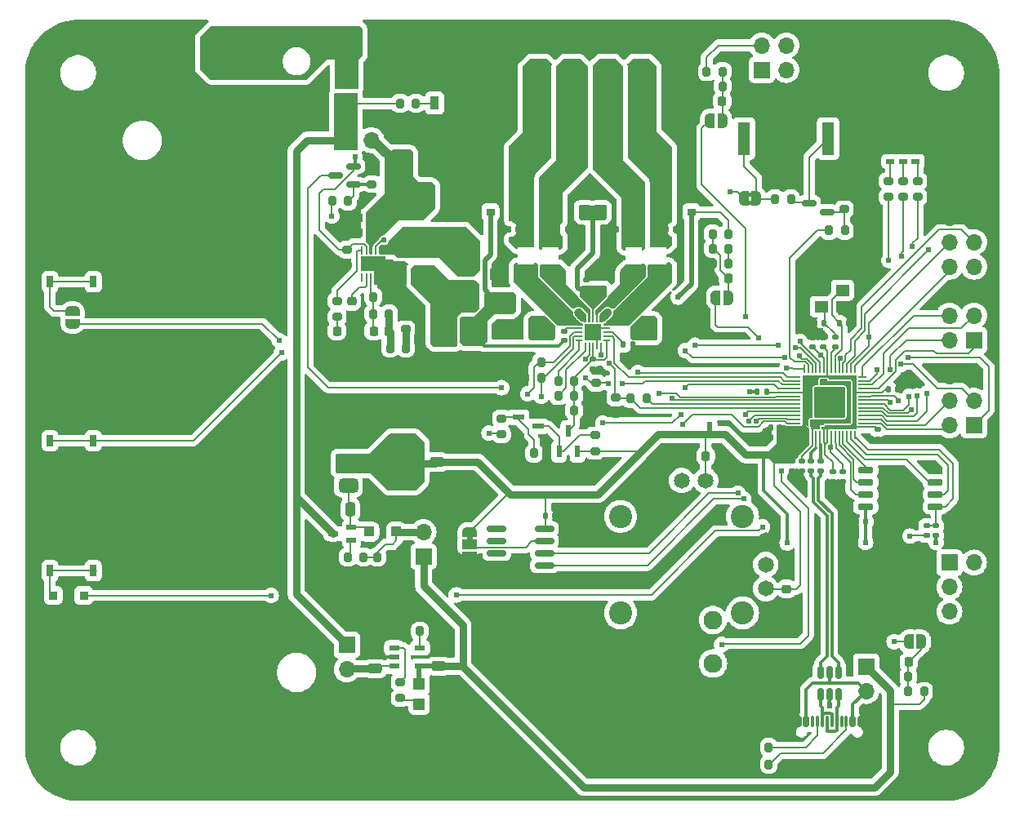
<source format=gbr>
%TF.GenerationSoftware,KiCad,Pcbnew,8.0.2*%
%TF.CreationDate,2024-05-27T22:06:41+01:00*%
%TF.ProjectId,StepUp,53746570-5570-42e6-9b69-6361645f7063,v1.0*%
%TF.SameCoordinates,Original*%
%TF.FileFunction,Copper,L1,Top*%
%TF.FilePolarity,Positive*%
%FSLAX46Y46*%
G04 Gerber Fmt 4.6, Leading zero omitted, Abs format (unit mm)*
G04 Created by KiCad (PCBNEW 8.0.2) date 2024-05-27 22:06:41*
%MOMM*%
%LPD*%
G01*
G04 APERTURE LIST*
G04 Aperture macros list*
%AMRoundRect*
0 Rectangle with rounded corners*
0 $1 Rounding radius*
0 $2 $3 $4 $5 $6 $7 $8 $9 X,Y pos of 4 corners*
0 Add a 4 corners polygon primitive as box body*
4,1,4,$2,$3,$4,$5,$6,$7,$8,$9,$2,$3,0*
0 Add four circle primitives for the rounded corners*
1,1,$1+$1,$2,$3*
1,1,$1+$1,$4,$5*
1,1,$1+$1,$6,$7*
1,1,$1+$1,$8,$9*
0 Add four rect primitives between the rounded corners*
20,1,$1+$1,$2,$3,$4,$5,0*
20,1,$1+$1,$4,$5,$6,$7,0*
20,1,$1+$1,$6,$7,$8,$9,0*
20,1,$1+$1,$8,$9,$2,$3,0*%
%AMFreePoly0*
4,1,19,0.500000,-0.750000,0.000000,-0.750000,0.000000,-0.744911,-0.071157,-0.744911,-0.207708,-0.704816,-0.327430,-0.627875,-0.420627,-0.520320,-0.479746,-0.390866,-0.500000,-0.250000,-0.500000,0.250000,-0.479746,0.390866,-0.420627,0.520320,-0.327430,0.627875,-0.207708,0.704816,-0.071157,0.744911,0.000000,0.744911,0.000000,0.750000,0.500000,0.750000,0.500000,-0.750000,0.500000,-0.750000,
$1*%
%AMFreePoly1*
4,1,19,0.000000,0.744911,0.071157,0.744911,0.207708,0.704816,0.327430,0.627875,0.420627,0.520320,0.479746,0.390866,0.500000,0.250000,0.500000,-0.250000,0.479746,-0.390866,0.420627,-0.520320,0.327430,-0.627875,0.207708,-0.704816,0.071157,-0.744911,0.000000,-0.744911,0.000000,-0.750000,-0.500000,-0.750000,-0.500000,0.750000,0.000000,0.750000,0.000000,0.744911,0.000000,0.744911,
$1*%
%AMFreePoly2*
4,1,19,0.550000,-0.750000,0.000000,-0.750000,0.000000,-0.744911,-0.071157,-0.744911,-0.207708,-0.704816,-0.327430,-0.627875,-0.420627,-0.520320,-0.479746,-0.390866,-0.500000,-0.250000,-0.500000,0.250000,-0.479746,0.390866,-0.420627,0.520320,-0.327430,0.627875,-0.207708,0.704816,-0.071157,0.744911,0.000000,0.744911,0.000000,0.750000,0.550000,0.750000,0.550000,-0.750000,0.550000,-0.750000,
$1*%
%AMFreePoly3*
4,1,19,0.000000,0.744911,0.071157,0.744911,0.207708,0.704816,0.327430,0.627875,0.420627,0.520320,0.479746,0.390866,0.500000,0.250000,0.500000,-0.250000,0.479746,-0.390866,0.420627,-0.520320,0.327430,-0.627875,0.207708,-0.704816,0.071157,-0.744911,0.000000,-0.744911,0.000000,-0.750000,-0.550000,-0.750000,-0.550000,0.750000,0.000000,0.750000,0.000000,0.744911,0.000000,0.744911,
$1*%
G04 Aperture macros list end*
%TA.AperFunction,EtchedComponent*%
%ADD10C,0.000000*%
%TD*%
%TA.AperFunction,ComponentPad*%
%ADD11C,1.650000*%
%TD*%
%TA.AperFunction,ComponentPad*%
%ADD12C,1.950000*%
%TD*%
%TA.AperFunction,ComponentPad*%
%ADD13C,2.400000*%
%TD*%
%TA.AperFunction,SMDPad,CuDef*%
%ADD14R,0.863600X0.787400*%
%TD*%
%TA.AperFunction,SMDPad,CuDef*%
%ADD15RoundRect,0.250000X0.312500X0.625000X-0.312500X0.625000X-0.312500X-0.625000X0.312500X-0.625000X0*%
%TD*%
%TA.AperFunction,ComponentPad*%
%ADD16C,1.980000*%
%TD*%
%TA.AperFunction,SMDPad,CuDef*%
%ADD17FreePoly0,180.000000*%
%TD*%
%TA.AperFunction,SMDPad,CuDef*%
%ADD18FreePoly1,180.000000*%
%TD*%
%TA.AperFunction,SMDPad,CuDef*%
%ADD19RoundRect,0.150000X0.587500X0.150000X-0.587500X0.150000X-0.587500X-0.150000X0.587500X-0.150000X0*%
%TD*%
%TA.AperFunction,SMDPad,CuDef*%
%ADD20RoundRect,0.140000X0.140000X0.170000X-0.140000X0.170000X-0.140000X-0.170000X0.140000X-0.170000X0*%
%TD*%
%TA.AperFunction,SMDPad,CuDef*%
%ADD21RoundRect,0.140000X0.170000X-0.140000X0.170000X0.140000X-0.170000X0.140000X-0.170000X-0.140000X0*%
%TD*%
%TA.AperFunction,SMDPad,CuDef*%
%ADD22RoundRect,0.135000X0.185000X-0.135000X0.185000X0.135000X-0.185000X0.135000X-0.185000X-0.135000X0*%
%TD*%
%TA.AperFunction,SMDPad,CuDef*%
%ADD23RoundRect,0.140000X-0.170000X0.140000X-0.170000X-0.140000X0.170000X-0.140000X0.170000X0.140000X0*%
%TD*%
%TA.AperFunction,ComponentPad*%
%ADD24O,1.000000X1.800000*%
%TD*%
%TA.AperFunction,ComponentPad*%
%ADD25O,1.000000X2.100000*%
%TD*%
%TA.AperFunction,SMDPad,CuDef*%
%ADD26RoundRect,0.150000X-0.150000X-0.425000X0.150000X-0.425000X0.150000X0.425000X-0.150000X0.425000X0*%
%TD*%
%TA.AperFunction,SMDPad,CuDef*%
%ADD27RoundRect,0.075000X-0.075000X-0.500000X0.075000X-0.500000X0.075000X0.500000X-0.075000X0.500000X0*%
%TD*%
%TA.AperFunction,SMDPad,CuDef*%
%ADD28RoundRect,0.140000X-0.140000X-0.170000X0.140000X-0.170000X0.140000X0.170000X-0.140000X0.170000X0*%
%TD*%
%TA.AperFunction,SMDPad,CuDef*%
%ADD29RoundRect,0.200000X-0.200000X-0.275000X0.200000X-0.275000X0.200000X0.275000X-0.200000X0.275000X0*%
%TD*%
%TA.AperFunction,SMDPad,CuDef*%
%ADD30RoundRect,0.225000X0.225000X0.250000X-0.225000X0.250000X-0.225000X-0.250000X0.225000X-0.250000X0*%
%TD*%
%TA.AperFunction,SMDPad,CuDef*%
%ADD31RoundRect,0.200000X-0.275000X0.200000X-0.275000X-0.200000X0.275000X-0.200000X0.275000X0.200000X0*%
%TD*%
%TA.AperFunction,SMDPad,CuDef*%
%ADD32RoundRect,0.200000X0.200000X0.275000X-0.200000X0.275000X-0.200000X-0.275000X0.200000X-0.275000X0*%
%TD*%
%TA.AperFunction,SMDPad,CuDef*%
%ADD33RoundRect,0.225000X-0.225000X-0.250000X0.225000X-0.250000X0.225000X0.250000X-0.225000X0.250000X0*%
%TD*%
%TA.AperFunction,SMDPad,CuDef*%
%ADD34RoundRect,0.200000X0.275000X-0.200000X0.275000X0.200000X-0.275000X0.200000X-0.275000X-0.200000X0*%
%TD*%
%TA.AperFunction,SMDPad,CuDef*%
%ADD35R,1.000000X0.550000*%
%TD*%
%TA.AperFunction,SMDPad,CuDef*%
%ADD36RoundRect,0.050000X0.387500X0.050000X-0.387500X0.050000X-0.387500X-0.050000X0.387500X-0.050000X0*%
%TD*%
%TA.AperFunction,SMDPad,CuDef*%
%ADD37RoundRect,0.050000X0.050000X0.387500X-0.050000X0.387500X-0.050000X-0.387500X0.050000X-0.387500X0*%
%TD*%
%TA.AperFunction,ComponentPad*%
%ADD38C,0.600000*%
%TD*%
%TA.AperFunction,SMDPad,CuDef*%
%ADD39RoundRect,0.144000X1.456000X1.456000X-1.456000X1.456000X-1.456000X-1.456000X1.456000X-1.456000X0*%
%TD*%
%TA.AperFunction,SMDPad,CuDef*%
%ADD40R,0.711200X1.219200*%
%TD*%
%TA.AperFunction,SMDPad,CuDef*%
%ADD41R,1.753400X0.912000*%
%TD*%
%TA.AperFunction,SMDPad,CuDef*%
%ADD42FreePoly2,270.000000*%
%TD*%
%TA.AperFunction,SMDPad,CuDef*%
%ADD43R,1.500000X1.000000*%
%TD*%
%TA.AperFunction,SMDPad,CuDef*%
%ADD44FreePoly3,270.000000*%
%TD*%
%TA.AperFunction,SMDPad,CuDef*%
%ADD45RoundRect,0.062500X0.062500X-0.362500X0.062500X0.362500X-0.062500X0.362500X-0.062500X-0.362500X0*%
%TD*%
%TA.AperFunction,HeatsinkPad*%
%ADD46C,0.600000*%
%TD*%
%TA.AperFunction,HeatsinkPad*%
%ADD47R,2.500000X1.600000*%
%TD*%
%TA.AperFunction,SMDPad,CuDef*%
%ADD48R,0.900000X0.950000*%
%TD*%
%TA.AperFunction,SMDPad,CuDef*%
%ADD49RoundRect,0.150000X0.650000X0.150000X-0.650000X0.150000X-0.650000X-0.150000X0.650000X-0.150000X0*%
%TD*%
%TA.AperFunction,SMDPad,CuDef*%
%ADD50R,1.200000X1.200000*%
%TD*%
%TA.AperFunction,ComponentPad*%
%ADD51R,1.700000X1.700000*%
%TD*%
%TA.AperFunction,ComponentPad*%
%ADD52O,1.700000X1.700000*%
%TD*%
%TA.AperFunction,SMDPad,CuDef*%
%ADD53R,1.300000X3.400000*%
%TD*%
%TA.AperFunction,SMDPad,CuDef*%
%ADD54RoundRect,0.250000X0.650000X-1.000000X0.650000X1.000000X-0.650000X1.000000X-0.650000X-1.000000X0*%
%TD*%
%TA.AperFunction,SMDPad,CuDef*%
%ADD55RoundRect,0.150000X-0.825000X-0.150000X0.825000X-0.150000X0.825000X0.150000X-0.825000X0.150000X0*%
%TD*%
%TA.AperFunction,SMDPad,CuDef*%
%ADD56RoundRect,0.250000X-0.250000X-0.475000X0.250000X-0.475000X0.250000X0.475000X-0.250000X0.475000X0*%
%TD*%
%TA.AperFunction,SMDPad,CuDef*%
%ADD57FreePoly0,90.000000*%
%TD*%
%TA.AperFunction,SMDPad,CuDef*%
%ADD58FreePoly1,90.000000*%
%TD*%
%TA.AperFunction,SMDPad,CuDef*%
%ADD59RoundRect,0.225000X-0.250000X0.225000X-0.250000X-0.225000X0.250000X-0.225000X0.250000X0.225000X0*%
%TD*%
%TA.AperFunction,SMDPad,CuDef*%
%ADD60R,0.889000X0.533400*%
%TD*%
%TA.AperFunction,SMDPad,CuDef*%
%ADD61RoundRect,0.250000X0.250000X0.475000X-0.250000X0.475000X-0.250000X-0.475000X0.250000X-0.475000X0*%
%TD*%
%TA.AperFunction,ComponentPad*%
%ADD62R,1.800000X1.800000*%
%TD*%
%TA.AperFunction,ComponentPad*%
%ADD63C,1.800000*%
%TD*%
%TA.AperFunction,SMDPad,CuDef*%
%ADD64R,1.400000X1.200000*%
%TD*%
%TA.AperFunction,SMDPad,CuDef*%
%ADD65RoundRect,0.250000X-0.312500X-0.625000X0.312500X-0.625000X0.312500X0.625000X-0.312500X0.625000X0*%
%TD*%
%TA.AperFunction,SMDPad,CuDef*%
%ADD66RoundRect,0.375000X-0.625000X-0.375000X0.625000X-0.375000X0.625000X0.375000X-0.625000X0.375000X0*%
%TD*%
%TA.AperFunction,SMDPad,CuDef*%
%ADD67RoundRect,0.500000X-0.500000X-1.400000X0.500000X-1.400000X0.500000X1.400000X-0.500000X1.400000X0*%
%TD*%
%TA.AperFunction,SMDPad,CuDef*%
%ADD68RoundRect,0.135000X-0.185000X0.135000X-0.185000X-0.135000X0.185000X-0.135000X0.185000X0.135000X0*%
%TD*%
%TA.AperFunction,SMDPad,CuDef*%
%ADD69R,0.762000X0.254000*%
%TD*%
%TA.AperFunction,SMDPad,CuDef*%
%ADD70R,0.254000X0.762000*%
%TD*%
%TA.AperFunction,SMDPad,CuDef*%
%ADD71R,1.701800X1.701800*%
%TD*%
%TA.AperFunction,SMDPad,CuDef*%
%ADD72RoundRect,0.250000X0.475000X-0.250000X0.475000X0.250000X-0.475000X0.250000X-0.475000X-0.250000X0*%
%TD*%
%TA.AperFunction,SMDPad,CuDef*%
%ADD73RoundRect,0.250000X-0.412500X-0.925000X0.412500X-0.925000X0.412500X0.925000X-0.412500X0.925000X0*%
%TD*%
%TA.AperFunction,SMDPad,CuDef*%
%ADD74R,0.600000X1.300000*%
%TD*%
%TA.AperFunction,SMDPad,CuDef*%
%ADD75R,2.200000X2.150000*%
%TD*%
%TA.AperFunction,SMDPad,CuDef*%
%ADD76RoundRect,0.250000X-0.475000X0.250000X-0.475000X-0.250000X0.475000X-0.250000X0.475000X0.250000X0*%
%TD*%
%TA.AperFunction,SMDPad,CuDef*%
%ADD77R,1.050000X0.600000*%
%TD*%
%TA.AperFunction,SMDPad,CuDef*%
%ADD78R,0.950000X1.400000*%
%TD*%
%TA.AperFunction,SMDPad,CuDef*%
%ADD79R,1.300000X0.600000*%
%TD*%
%TA.AperFunction,SMDPad,CuDef*%
%ADD80RoundRect,0.225000X0.250000X-0.225000X0.250000X0.225000X-0.250000X0.225000X-0.250000X-0.225000X0*%
%TD*%
%TA.AperFunction,SMDPad,CuDef*%
%ADD81RoundRect,0.250000X0.450000X-0.400000X0.450000X0.400000X-0.450000X0.400000X-0.450000X-0.400000X0*%
%TD*%
%TA.AperFunction,SMDPad,CuDef*%
%ADD82RoundRect,0.250000X-1.000000X-0.650000X1.000000X-0.650000X1.000000X0.650000X-1.000000X0.650000X0*%
%TD*%
%TA.AperFunction,SMDPad,CuDef*%
%ADD83RoundRect,0.150000X0.150000X-0.512500X0.150000X0.512500X-0.150000X0.512500X-0.150000X-0.512500X0*%
%TD*%
%TA.AperFunction,SMDPad,CuDef*%
%ADD84RoundRect,0.250000X-0.300000X-0.300000X0.300000X-0.300000X0.300000X0.300000X-0.300000X0.300000X0*%
%TD*%
%TA.AperFunction,ViaPad*%
%ADD85C,0.610000*%
%TD*%
%TA.AperFunction,Conductor*%
%ADD86C,0.152400*%
%TD*%
%TA.AperFunction,Conductor*%
%ADD87C,0.203200*%
%TD*%
%TA.AperFunction,Conductor*%
%ADD88C,0.304800*%
%TD*%
%TA.AperFunction,Conductor*%
%ADD89C,0.508000*%
%TD*%
%TA.AperFunction,Conductor*%
%ADD90C,0.762000*%
%TD*%
%TA.AperFunction,Conductor*%
%ADD91C,0.300000*%
%TD*%
%TA.AperFunction,Conductor*%
%ADD92C,0.310000*%
%TD*%
%TA.AperFunction,Conductor*%
%ADD93C,0.200000*%
%TD*%
%TA.AperFunction,Conductor*%
%ADD94C,1.000000*%
%TD*%
G04 APERTURE END LIST*
D10*
%TA.AperFunction,EtchedComponent*%
%TO.C,JP7*%
G36*
X159909000Y-82846000D02*
G01*
X159409000Y-82846000D01*
X159409000Y-82446000D01*
X159909000Y-82446000D01*
X159909000Y-82846000D01*
G37*
%TD.AperFunction*%
%TA.AperFunction,EtchedComponent*%
G36*
X159909000Y-83646000D02*
G01*
X159409000Y-83646000D01*
X159409000Y-83246000D01*
X159909000Y-83246000D01*
X159909000Y-83646000D01*
G37*
%TD.AperFunction*%
%TA.AperFunction,EtchedComponent*%
%TO.C,JP2*%
G36*
X130900000Y-118500000D02*
G01*
X130300000Y-118500000D01*
X130300000Y-118000000D01*
X130900000Y-118000000D01*
X130900000Y-118500000D01*
G37*
%TD.AperFunction*%
%TD*%
D11*
%TO.P,JOY1,1,1*%
%TO.N,+3V3*%
X155062500Y-112275000D03*
%TO.P,JOY1,2,2*%
%TO.N,/User Input/JOYSTICK_AXIS_H*%
X152562500Y-112275000D03*
%TO.P,JOY1,3,3*%
%TO.N,GND*%
X150062500Y-112275000D03*
%TO.P,JOY1,11,1'*%
%TO.N,+3V3*%
X161292500Y-123505000D03*
%TO.P,JOY1,12,2'*%
%TO.N,/User Input/JOYSTICK_AXIS_V*%
X161292500Y-121005000D03*
%TO.P,JOY1,13,3'*%
%TO.N,GND*%
X161292500Y-118505000D03*
D12*
%TO.P,JOY1,A1,COM_1*%
X149312500Y-126755000D03*
%TO.P,JOY1,B1,COM_2*%
%TO.N,/User Input/JOYSTICK_BUTTON*%
X155812500Y-126755000D03*
%TO.P,JOY1,C1,NO_1*%
%TO.N,GND*%
X149312500Y-131255000D03*
%TO.P,JOY1,D1,NO_2*%
%TO.N,/User Input/JOYSTICK_BUTTON*%
X155812500Y-131255000D03*
D13*
%TO.P,JOY1,MH1,MH1*%
%TO.N,unconnected-(JOY1-PadMH1)*%
X158887500Y-116005000D03*
%TO.P,JOY1,MH2,MH2*%
%TO.N,unconnected-(JOY1-PadMH2)*%
X146237500Y-116005000D03*
%TO.P,JOY1,MH3,MH3*%
%TO.N,unconnected-(JOY1-PadMH3)*%
X146237500Y-126005000D03*
%TO.P,JOY1,MH4,MH4*%
%TO.N,unconnected-(JOY1-PadMH4)*%
X158887500Y-126005000D03*
%TD*%
D14*
%TO.P,D3,1*%
%TO.N,VMotor*%
X142760799Y-84429600D03*
%TO.P,D3,2*%
%TO.N,OA1_OUT*%
X139458799Y-84429600D03*
%TD*%
D15*
%TO.P,R20,1*%
%TO.N,GND*%
X151855900Y-96501001D03*
%TO.P,R20,2*%
%TO.N,/Motor Driver/BRB*%
X148930900Y-96501001D03*
%TD*%
D16*
%TO.P,BT1,N*%
%TO.N,GND*%
X104648000Y-141012000D03*
%TO.P,BT1,P*%
%TO.N,Net-(D14-K)*%
X104648000Y-68792000D03*
%TD*%
D17*
%TO.P,JP7,1,A*%
%TO.N,Net-(JP7-A)*%
X160309000Y-83046000D03*
D18*
%TO.P,JP7,2,B*%
%TO.N,+3V3*%
X159009000Y-83046000D03*
%TD*%
D19*
%TO.P,Q4,1,G*%
%TO.N,Net-(Q4-G)*%
X118539500Y-81563000D03*
%TO.P,Q4,2,S*%
%TO.N,/Power/BOOST_ENABLE*%
X118539500Y-79663000D03*
%TO.P,Q4,3,D*%
%TO.N,MCU_BOOST_EN*%
X116664500Y-80613000D03*
%TD*%
D20*
%TO.P,C10,1*%
%TO.N,+3V3*%
X161380000Y-103100000D03*
%TO.P,C10,2*%
%TO.N,GND*%
X160420000Y-103100000D03*
%TD*%
D21*
%TO.P,C5,1*%
%TO.N,+1V1*%
X166116000Y-98408000D03*
%TO.P,C5,2*%
%TO.N,GND*%
X166116000Y-97448000D03*
%TD*%
D22*
%TO.P,R6,1*%
%TO.N,USB_D+*%
X167012500Y-111290000D03*
%TO.P,R6,2*%
%TO.N,Net-(U3-USB_DP)*%
X167012500Y-110270000D03*
%TD*%
D23*
%TO.P,C8,1*%
%TO.N,+3V3*%
X164000000Y-110300000D03*
%TO.P,C8,2*%
%TO.N,GND*%
X164000000Y-111260000D03*
%TD*%
D24*
%TO.P,J1,S1,SHIELD*%
%TO.N,GND*%
X172214000Y-142045000D03*
D25*
X172214000Y-137865000D03*
D24*
X163574000Y-142045000D03*
D25*
X163574000Y-137865000D03*
D26*
%TO.P,J1,B12,GND*%
X164694000Y-137290000D03*
%TO.P,J1,B9,VBUS*%
%TO.N,Net-(J2-Pin_2)*%
X165494000Y-137290000D03*
D27*
%TO.P,J1,B8,SBU2*%
%TO.N,unconnected-(J1-SBU2-PadB8)*%
X166144000Y-137290000D03*
%TO.P,J1,B7,D-*%
%TO.N,USB_D-_IN*%
X167144000Y-137290000D03*
%TO.P,J1,B6,D+*%
%TO.N,USB_D+_IN*%
X168644000Y-137290000D03*
%TO.P,J1,B5,CC2*%
%TO.N,Net-(J1-CC2)*%
X169644000Y-137290000D03*
D26*
%TO.P,J1,B4,VBUS*%
%TO.N,Net-(J2-Pin_2)*%
X170294000Y-137290000D03*
%TO.P,J1,B1,GND*%
%TO.N,GND*%
X171094000Y-137290000D03*
%TO.P,J1,A12,GND*%
X171094000Y-137290000D03*
%TO.P,J1,A9,VBUS*%
%TO.N,Net-(J2-Pin_2)*%
X170294000Y-137290000D03*
D27*
%TO.P,J1,A8,SBU1*%
%TO.N,unconnected-(J1-SBU1-PadA8)*%
X169144000Y-137290000D03*
%TO.P,J1,A7,D-*%
%TO.N,USB_D-_IN*%
X168144000Y-137290000D03*
%TO.P,J1,A6,D+*%
%TO.N,USB_D+_IN*%
X167644000Y-137290000D03*
%TO.P,J1,A5,CC1*%
%TO.N,Net-(J1-CC1)*%
X166644000Y-137290000D03*
D26*
%TO.P,J1,A4,VBUS*%
%TO.N,Net-(J2-Pin_2)*%
X165494000Y-137290000D03*
%TO.P,J1,A1,GND*%
%TO.N,GND*%
X164694000Y-137290000D03*
%TD*%
D28*
%TO.P,C20,1*%
%TO.N,Net-(U5-1.8VOUT)*%
X146520000Y-98200000D03*
%TO.P,C20,2*%
%TO.N,GND*%
X147480000Y-98200000D03*
%TD*%
D29*
%TO.P,R34,1*%
%TO.N,GND*%
X155172000Y-71380000D03*
%TO.P,R34,2*%
%TO.N,Net-(JP4-A)*%
X156822000Y-71380000D03*
%TD*%
D23*
%TO.P,C19,1*%
%TO.N,/Motor Driver/TMC_VCC_IO*%
X143400000Y-99720000D03*
%TO.P,C19,2*%
%TO.N,GND*%
X143400000Y-100680000D03*
%TD*%
D30*
%TO.P,C40,1*%
%TO.N,+3V3*%
X155075000Y-109750000D03*
%TO.P,C40,2*%
%TO.N,GND*%
X153525000Y-109750000D03*
%TD*%
D31*
%TO.P,R10,1*%
%TO.N,Net-(Q1-G)*%
X143600000Y-107575000D03*
%TO.P,R10,2*%
%TO.N,+3V3*%
X143600000Y-109225000D03*
%TD*%
D22*
%TO.P,R2,1*%
%TO.N,+3V3*%
X178950500Y-117989500D03*
%TO.P,R2,2*%
%TO.N,/MCU/QSPI_SS*%
X178950500Y-116969500D03*
%TD*%
D32*
%TO.P,R29,1*%
%TO.N,Net-(U8-OVP)*%
X123975000Y-98550000D03*
%TO.P,R29,2*%
%TO.N,BOOST_VOUT*%
X122325000Y-98550000D03*
%TD*%
D22*
%TO.P,R5,1*%
%TO.N,/MCU/XOUT*%
X168535000Y-98438000D03*
%TO.P,R5,2*%
%TO.N,Net-(C2-Pad1)*%
X168535000Y-97418000D03*
%TD*%
%TO.P,R7,1*%
%TO.N,USB_D-*%
X166000000Y-111290000D03*
%TO.P,R7,2*%
%TO.N,Net-(U3-USB_DM)*%
X166000000Y-110270000D03*
%TD*%
D14*
%TO.P,D8,1*%
%TO.N,OB1_OUT*%
X147218400Y-82143600D03*
%TO.P,D8,2*%
%TO.N,GND*%
X143916400Y-82143600D03*
%TD*%
%TO.P,D10,1*%
%TO.N,OB2_OUT*%
X150266400Y-82143600D03*
%TO.P,D10,2*%
%TO.N,GND*%
X153568400Y-82143600D03*
%TD*%
D33*
%TO.P,C37,1*%
%TO.N,GND*%
X155828000Y-91268000D03*
%TO.P,C37,2*%
%TO.N,Net-(JP5-A)*%
X157378000Y-91268000D03*
%TD*%
D34*
%TO.P,R43,1*%
%TO.N,LED_BLUE*%
X173990000Y-82867000D03*
%TO.P,R43,2*%
%TO.N,Net-(LED2-Pad6)*%
X173990000Y-81217000D03*
%TD*%
D21*
%TO.P,C16,1*%
%TO.N,VMotor*%
X140400000Y-97730000D03*
%TO.P,C16,2*%
%TO.N,Net-(U5-VCP)*%
X140400000Y-96770000D03*
%TD*%
D14*
%TO.P,D7,1*%
%TO.N,VMotor*%
X143916400Y-84429600D03*
%TO.P,D7,2*%
%TO.N,OB1_OUT*%
X147218400Y-84429600D03*
%TD*%
D34*
%TO.P,R41,1*%
%TO.N,LED_RED*%
X177038000Y-82867000D03*
%TO.P,R41,2*%
%TO.N,Net-(LED2-Pad4)*%
X177038000Y-81217000D03*
%TD*%
%TO.P,R8,1*%
%TO.N,~{TMC_STBDY}*%
X133883400Y-107486001D03*
%TO.P,R8,2*%
%TO.N,Net-(Q2-G)*%
X133883400Y-105836001D03*
%TD*%
D32*
%TO.P,R32,1*%
%TO.N,GND*%
X122237000Y-93218000D03*
%TO.P,R32,2*%
%TO.N,Net-(U8-FB)*%
X120587000Y-93218000D03*
%TD*%
D29*
%TO.P,R4,1*%
%TO.N,GND*%
X159957000Y-141732000D03*
%TO.P,R4,2*%
%TO.N,Net-(J1-CC2)*%
X161607000Y-141732000D03*
%TD*%
D30*
%TO.P,C29,1*%
%TO.N,BOOST_VIN*%
X120575000Y-86524000D03*
%TO.P,C29,2*%
%TO.N,GND*%
X119025000Y-86524000D03*
%TD*%
D35*
%TO.P,Q3,1,G*%
%TO.N,Net-(Q3-G)*%
X118332000Y-118448000D03*
%TO.P,Q3,2,S*%
%TO.N,Net-(D11-K)*%
X118332000Y-117148000D03*
%TO.P,Q3,3,D*%
%TO.N,Vbat*%
X116432000Y-117798000D03*
%TD*%
D36*
%TO.P,U3,1,IOVDD*%
%TO.N,+3V3*%
X171336500Y-106745000D03*
%TO.P,U3,2,GPIO0*%
%TO.N,/MCU/UART_0_TX*%
X171336500Y-106345000D03*
%TO.P,U3,3,GPIO1*%
%TO.N,/MCU/UART_0_RX*%
X171336500Y-105945000D03*
%TO.P,U3,4,GPIO2*%
%TO.N,LED_RED*%
X171336500Y-105545000D03*
%TO.P,U3,5,GPIO3*%
%TO.N,LED_GREEN*%
X171336500Y-105145000D03*
%TO.P,U3,6,GPIO4*%
%TO.N,VUSB_MONITOR*%
X171336500Y-104745000D03*
%TO.P,U3,7,GPIO5*%
%TO.N,LED_BLUE*%
X171336500Y-104345000D03*
%TO.P,U3,8,GPIO6*%
%TO.N,/MCU/EEPROM_SDA*%
X171336500Y-103945000D03*
%TO.P,U3,9,GPIO7*%
%TO.N,/MCU/EEPROM_SCL*%
X171336500Y-103545000D03*
%TO.P,U3,10,IOVDD*%
%TO.N,+3V3*%
X171336500Y-103145000D03*
%TO.P,U3,11,GPIO8*%
%TO.N,/MCU/GPIO8*%
X171336500Y-102745000D03*
%TO.P,U3,12,GPIO9*%
%TO.N,/MCU/GPIO9*%
X171336500Y-102345000D03*
%TO.P,U3,13,GPIO10*%
%TO.N,/MCU/GPIO10*%
X171336500Y-101945000D03*
%TO.P,U3,14,GPIO11*%
%TO.N,/MCU/GPIO11*%
X171336500Y-101545000D03*
D37*
%TO.P,U3,15,GPIO12*%
%TO.N,/MCU/GPIO12*%
X170499000Y-100707500D03*
%TO.P,U3,16,GPIO13*%
%TO.N,/MCU/GPIO13*%
X170099000Y-100707500D03*
%TO.P,U3,17,GPIO14*%
%TO.N,/MCU/GPIO14*%
X169699000Y-100707500D03*
%TO.P,U3,18,GPIO15*%
%TO.N,/MCU/GPIO15*%
X169299000Y-100707500D03*
%TO.P,U3,19,TESTEN*%
%TO.N,GND*%
X168899000Y-100707500D03*
%TO.P,U3,20,XIN*%
%TO.N,/MCU/XIN*%
X168499000Y-100707500D03*
%TO.P,U3,21,XOUT*%
%TO.N,/MCU/XOUT*%
X168099000Y-100707500D03*
%TO.P,U3,22,IOVDD*%
%TO.N,+3V3*%
X167699000Y-100707500D03*
%TO.P,U3,23,DVDD*%
%TO.N,+1V1*%
X167299000Y-100707500D03*
%TO.P,U3,24,SWCLK*%
%TO.N,/MCU/SWCLK*%
X166899000Y-100707500D03*
%TO.P,U3,25,SWD*%
%TO.N,/MCU/SWD*%
X166499000Y-100707500D03*
%TO.P,U3,26,RUN*%
%TO.N,/MCU/RUN*%
X166099000Y-100707500D03*
%TO.P,U3,27,GPIO16*%
%TO.N,BUZZER*%
X165699000Y-100707500D03*
%TO.P,U3,28,GPIO17*%
%TO.N,JOY_MCU_BTN*%
X165299000Y-100707500D03*
D36*
%TO.P,U3,29,GPIO18*%
%TO.N,MCU_BOOST_EN*%
X164461500Y-101545000D03*
%TO.P,U3,30,GPIO19*%
%TO.N,TMC_DIAG*%
X164461500Y-101945000D03*
%TO.P,U3,31,GPIO20*%
%TO.N,TMC_EN*%
X164461500Y-102345000D03*
%TO.P,U3,32,GPIO21*%
%TO.N,~{TMC_STBDY}*%
X164461500Y-102745000D03*
%TO.P,U3,33,IOVDD*%
%TO.N,+3V3*%
X164461500Y-103145000D03*
%TO.P,U3,34,GPIO22*%
%TO.N,TMC_DIR*%
X164461500Y-103545000D03*
%TO.P,U3,35,GPIO23*%
%TO.N,TMC_STEP*%
X164461500Y-103945000D03*
%TO.P,U3,36,GPIO24*%
%TO.N,TMC_UART_TX*%
X164461500Y-104345000D03*
%TO.P,U3,37,GPIO25*%
%TO.N,TMC_UART_RX*%
X164461500Y-104745000D03*
%TO.P,U3,38,GPIO26_ADC0*%
%TO.N,VBAT_MONITOR*%
X164461500Y-105145000D03*
%TO.P,U3,39,GPIO27_ADC1*%
%TO.N,VMOTOR_MONITOR*%
X164461500Y-105545000D03*
%TO.P,U3,40,GPIO28_ADC2*%
%TO.N,JOY_AXIS_MCU_V*%
X164461500Y-105945000D03*
%TO.P,U3,41,GPIO29_ADC3*%
%TO.N,JOY_AXIS_MCU_H*%
X164461500Y-106345000D03*
%TO.P,U3,42,IOVDD*%
%TO.N,+3V3*%
X164461500Y-106745000D03*
D37*
%TO.P,U3,43,ADC_AVDD*%
X165299000Y-107582500D03*
%TO.P,U3,44,VREG_IN*%
X165699000Y-107582500D03*
%TO.P,U3,45,VREG_VOUT*%
%TO.N,+1V1*%
X166099000Y-107582500D03*
%TO.P,U3,46,USB_DM*%
%TO.N,Net-(U3-USB_DM)*%
X166499000Y-107582500D03*
%TO.P,U3,47,USB_DP*%
%TO.N,Net-(U3-USB_DP)*%
X166899000Y-107582500D03*
%TO.P,U3,48,USB_VDD*%
%TO.N,+3V3*%
X167299000Y-107582500D03*
%TO.P,U3,49,IOVDD*%
X167699000Y-107582500D03*
%TO.P,U3,50,DVDD*%
%TO.N,+1V1*%
X168099000Y-107582500D03*
%TO.P,U3,51,QSPI_SD3*%
%TO.N,/MCU/QSPI_SD3*%
X168499000Y-107582500D03*
%TO.P,U3,52,QSPI_SCLK*%
%TO.N,/MCU/QSPI_SCLK*%
X168899000Y-107582500D03*
%TO.P,U3,53,QSPI_SD0*%
%TO.N,/MCU/QSPI_SD0*%
X169299000Y-107582500D03*
%TO.P,U3,54,QSPI_SD2*%
%TO.N,/MCU/QSPI_SD2*%
X169699000Y-107582500D03*
%TO.P,U3,55,QSPI_SD1*%
%TO.N,/MCU/QSPI_SD1*%
X170099000Y-107582500D03*
%TO.P,U3,56,QSPI_SS*%
%TO.N,/MCU/QSPI_SS*%
X170499000Y-107582500D03*
D38*
%TO.P,U3,57,GND*%
%TO.N,GND*%
X169174000Y-105420000D03*
X169174000Y-104145000D03*
X169174000Y-102870000D03*
X167899000Y-105420000D03*
X167899000Y-104145000D03*
D39*
X167899000Y-104145000D03*
D38*
X167899000Y-102870000D03*
X166624000Y-105420000D03*
X166624000Y-104145000D03*
X166624000Y-102870000D03*
%TD*%
D29*
%TO.P,R3,1*%
%TO.N,GND*%
X159957000Y-139954000D03*
%TO.P,R3,2*%
%TO.N,Net-(J1-CC1)*%
X161607000Y-139954000D03*
%TD*%
D23*
%TO.P,C7,1*%
%TO.N,+3V3*%
X168282500Y-111409500D03*
%TO.P,C7,2*%
%TO.N,GND*%
X168282500Y-112369500D03*
%TD*%
D29*
%TO.P,R23,1*%
%TO.N,GND*%
X123773000Y-127920000D03*
%TO.P,R23,2*%
%TO.N,Net-(U7-PROG)*%
X125423000Y-127920000D03*
%TD*%
D23*
%TO.P,C6,1*%
%TO.N,+1V1*%
X165000000Y-110300000D03*
%TO.P,C6,2*%
%TO.N,GND*%
X165000000Y-111260000D03*
%TD*%
D40*
%TO.P,SW3,1*%
%TO.N,Net-(JP1-B)*%
X87084100Y-91668600D03*
%TO.P,SW3,2*%
X91579900Y-91668600D03*
%TO.P,SW3,3*%
%TO.N,GND*%
X91579900Y-82575400D03*
%TO.P,SW3,4*%
X87084100Y-82575400D03*
%TD*%
D32*
%TO.P,R39,1*%
%TO.N,GND*%
X177717000Y-132652000D03*
%TO.P,R39,2*%
%TO.N,Net-(JP6-A)*%
X176067000Y-132652000D03*
%TD*%
D29*
%TO.P,R31,1*%
%TO.N,Net-(U8-FB)*%
X120587000Y-94996000D03*
%TO.P,R31,2*%
%TO.N,BOOST_VOUT*%
X122237000Y-94996000D03*
%TD*%
D17*
%TO.P,JP4,1,A*%
%TO.N,Net-(JP4-A)*%
X156792000Y-74932000D03*
D18*
%TO.P,JP4,2,B*%
%TO.N,VBAT_MONITOR*%
X155492000Y-74932000D03*
%TD*%
D31*
%TO.P,R27,1*%
%TO.N,Net-(U8-COMP)*%
X116840000Y-93663000D03*
%TO.P,R27,2*%
%TO.N,Net-(C33-Pad1)*%
X116840000Y-95313000D03*
%TD*%
D41*
%TO.P,L1,1,1*%
%TO.N,OA1_OUT*%
X138963400Y-87612201D03*
%TO.P,L1,2,2*%
%TO.N,OA1*%
X138963400Y-90403801D03*
%TD*%
D20*
%TO.P,C13,1*%
%TO.N,+3V3*%
X162780000Y-106800000D03*
%TO.P,C13,2*%
%TO.N,GND*%
X161820000Y-106800000D03*
%TD*%
D29*
%TO.P,R38,1*%
%TO.N,Net-(JP6-A)*%
X176070000Y-134176000D03*
%TO.P,R38,2*%
%TO.N,V_USB*%
X177720000Y-134176000D03*
%TD*%
D14*
%TO.P,D4,1*%
%TO.N,OA1_OUT*%
X139458799Y-82143600D03*
%TO.P,D4,2*%
%TO.N,GND*%
X142760799Y-82143600D03*
%TD*%
D42*
%TO.P,JP2,1,A*%
%TO.N,+3V3*%
X130600000Y-117600000D03*
D43*
%TO.P,JP2,2,C*%
%TO.N,Net-(JP2-C)*%
X130600000Y-118900000D03*
D44*
%TO.P,JP2,3,B*%
%TO.N,GND*%
X130600000Y-120200000D03*
%TD*%
D45*
%TO.P,U8,1,NC*%
%TO.N,unconnected-(U8-NC-Pad1)*%
X119369000Y-91245000D03*
%TO.P,U8,2,SS*%
%TO.N,Net-(U8-SS)*%
X119869000Y-91245000D03*
%TO.P,U8,3,FB*%
%TO.N,Net-(U8-FB)*%
X120369000Y-91245000D03*
%TO.P,U8,4,AGND*%
%TO.N,GND*%
X120869000Y-91245000D03*
%TO.P,U8,5,PGND*%
X121369000Y-91245000D03*
%TO.P,U8,6,PGND*%
X121869000Y-91245000D03*
%TO.P,U8,7,SW*%
%TO.N,Net-(D13-A)*%
X121869000Y-88395000D03*
%TO.P,U8,8,SW*%
X121369000Y-88395000D03*
%TO.P,U8,9,OVP*%
%TO.N,Net-(U8-OVP)*%
X120869000Y-88395000D03*
%TO.P,U8,10,VIN*%
%TO.N,BOOST_VIN*%
X120369000Y-88395000D03*
%TO.P,U8,11,EN*%
%TO.N,/Power/BOOST_ENABLE*%
X119869000Y-88395000D03*
%TO.P,U8,12,COMP*%
%TO.N,Net-(U8-COMP)*%
X119369000Y-88395000D03*
D46*
%TO.P,U8,13,PGND*%
%TO.N,GND*%
X119669000Y-90320000D03*
X120619000Y-90320000D03*
X121569000Y-90320000D03*
D47*
X120619000Y-89820000D03*
D46*
X119669000Y-89320000D03*
X120619000Y-89320000D03*
X121569000Y-89320000D03*
%TD*%
D20*
%TO.P,C3,1*%
%TO.N,+3V3*%
X171680000Y-116550000D03*
%TO.P,C3,2*%
%TO.N,GND*%
X170720000Y-116550000D03*
%TD*%
D19*
%TO.P,Q5,1,G*%
%TO.N,Net-(Q5-G)*%
X167645000Y-84438000D03*
%TO.P,Q5,2,S*%
%TO.N,GND*%
X167645000Y-82538000D03*
%TO.P,Q5,3,D*%
%TO.N,Net-(Q5-D)*%
X165770000Y-83488000D03*
%TD*%
D31*
%TO.P,R28,1*%
%TO.N,GND*%
X120450000Y-79875000D03*
%TO.P,R28,2*%
%TO.N,Net-(Q4-G)*%
X120450000Y-81525000D03*
%TD*%
D48*
%TO.P,D1,A*%
%TO.N,/MCU/~{USB_BOOT}*%
X90575000Y-124200000D03*
%TO.P,D1,K*%
%TO.N,Net-(D1-PadK)*%
X87425000Y-124200000D03*
%TD*%
D20*
%TO.P,C14,1*%
%TO.N,+3V3*%
X162780000Y-107816000D03*
%TO.P,C14,2*%
%TO.N,GND*%
X161820000Y-107816000D03*
%TD*%
D40*
%TO.P,SW1,1*%
%TO.N,/MCU/RUN*%
X87084100Y-108153200D03*
%TO.P,SW1,2*%
X91579900Y-108153200D03*
%TO.P,SW1,3*%
%TO.N,GND*%
X91579900Y-99060000D03*
%TO.P,SW1,4*%
X87084100Y-99060000D03*
%TD*%
D32*
%TO.P,R14,1*%
%TO.N,/Motor Driver/TMC_VCC_IO*%
X141420001Y-105003400D03*
%TO.P,R14,2*%
%TO.N,GND*%
X139770001Y-105003400D03*
%TD*%
D41*
%TO.P,L4,1,1*%
%TO.N,OB2_OUT*%
X150139400Y-87612201D03*
%TO.P,L4,2,2*%
%TO.N,OB2*%
X150139400Y-90403801D03*
%TD*%
D32*
%TO.P,R37,1*%
%TO.N,Net-(R36-Pad2)*%
X157425000Y-89744000D03*
%TO.P,R37,2*%
%TO.N,GND*%
X155775000Y-89744000D03*
%TD*%
D49*
%TO.P,U2,1,~{CS}*%
%TO.N,/MCU/QSPI_SS*%
X178864500Y-114986500D03*
%TO.P,U2,2,DO(IO1)*%
%TO.N,/MCU/QSPI_SD1*%
X178864500Y-113716500D03*
%TO.P,U2,3,IO2*%
%TO.N,/MCU/QSPI_SD2*%
X178864500Y-112446500D03*
%TO.P,U2,4,GND*%
%TO.N,GND*%
X178864500Y-111176500D03*
%TO.P,U2,5,DI(IO0)*%
%TO.N,/MCU/QSPI_SD0*%
X171664500Y-111176500D03*
%TO.P,U2,6,CLK*%
%TO.N,/MCU/QSPI_SCLK*%
X171664500Y-112446500D03*
%TO.P,U2,7,IO3*%
%TO.N,/MCU/QSPI_SD3*%
X171664500Y-113716500D03*
%TO.P,U2,8,VCC*%
%TO.N,+3V3*%
X171664500Y-114986500D03*
%TD*%
D17*
%TO.P,JP5,1,A*%
%TO.N,Net-(JP5-A)*%
X157395000Y-93300000D03*
D18*
%TO.P,JP5,2,B*%
%TO.N,VMOTOR_MONITOR*%
X156095000Y-93300000D03*
%TD*%
D33*
%TO.P,C33,1*%
%TO.N,Net-(C33-Pad1)*%
X116827000Y-96774000D03*
%TO.P,C33,2*%
%TO.N,GND*%
X118377000Y-96774000D03*
%TD*%
D50*
%TO.P,D12,1*%
%TO.N,V_USB*%
X125370000Y-133360000D03*
%TO.P,D12,2*%
%TO.N,Net-(D12-Pad2)*%
X125370000Y-135460000D03*
%TD*%
D32*
%TO.P,R13,1*%
%TO.N,TMC_DIR*%
X138025000Y-100000000D03*
%TO.P,R13,2*%
%TO.N,GND*%
X136375000Y-100000000D03*
%TD*%
D20*
%TO.P,C21,1*%
%TO.N,GND*%
X140713400Y-86207600D03*
%TO.P,C21,2*%
%TO.N,OA1_OUT*%
X139753400Y-86207600D03*
%TD*%
D23*
%TO.P,C4,1*%
%TO.N,+1V1*%
X169298500Y-111409500D03*
%TO.P,C4,2*%
%TO.N,GND*%
X169298500Y-112369500D03*
%TD*%
D17*
%TO.P,JP6,1,A*%
%TO.N,Net-(JP6-A)*%
X177400000Y-129000000D03*
D18*
%TO.P,JP6,2,B*%
%TO.N,VUSB_MONITOR*%
X176100000Y-129000000D03*
%TD*%
D51*
%TO.P,J4,1,Pin_1*%
%TO.N,/MCU/GPIO8*%
X182880000Y-97706000D03*
D52*
%TO.P,J4,2,Pin_2*%
%TO.N,/MCU/GPIO10*%
X180340000Y-97706000D03*
%TO.P,J4,3,Pin_3*%
%TO.N,/MCU/GPIO9*%
X182880000Y-95166000D03*
%TO.P,J4,4,Pin_4*%
%TO.N,/MCU/GPIO11*%
X180340000Y-95166000D03*
%TO.P,J4,5,Pin_5*%
%TO.N,GND*%
X182880000Y-92626000D03*
%TO.P,J4,6,Pin_6*%
X180340000Y-92626000D03*
%TO.P,J4,7,Pin_7*%
%TO.N,/MCU/GPIO14*%
X182880000Y-90086000D03*
%TO.P,J4,8,Pin_8*%
%TO.N,/MCU/GPIO12*%
X180340000Y-90086000D03*
%TO.P,J4,9,Pin_9*%
%TO.N,/MCU/GPIO15*%
X182880000Y-87546000D03*
%TO.P,J4,10,Pin_10*%
%TO.N,/MCU/GPIO13*%
X180340000Y-87546000D03*
%TO.P,J4,11,Pin_11*%
%TO.N,GND*%
X182880000Y-85006000D03*
%TO.P,J4,12,Pin_12*%
X180340000Y-85006000D03*
%TD*%
D30*
%TO.P,C38,1*%
%TO.N,GND*%
X177667000Y-131132000D03*
%TO.P,C38,2*%
%TO.N,Net-(JP6-A)*%
X176117000Y-131132000D03*
%TD*%
D53*
%TO.P,BZ1,1*%
%TO.N,Net-(JP7-A)*%
X159050000Y-76800000D03*
%TO.P,BZ1,2*%
%TO.N,Net-(Q5-D)*%
X167750000Y-76800000D03*
%TD*%
D29*
%TO.P,R26,1*%
%TO.N,V_USB*%
X116325000Y-83300000D03*
%TO.P,R26,2*%
%TO.N,Net-(Q4-G)*%
X117975000Y-83300000D03*
%TD*%
D54*
%TO.P,D13,1,K*%
%TO.N,BOOST_VOUT*%
X130250000Y-93200000D03*
%TO.P,D13,2,A*%
%TO.N,Net-(D13-A)*%
X130250000Y-89200000D03*
%TD*%
D32*
%TO.P,R46,1*%
%TO.N,Net-(Q5-D)*%
X163898000Y-83050000D03*
%TO.P,R46,2*%
%TO.N,Net-(JP7-A)*%
X162248000Y-83050000D03*
%TD*%
D55*
%TO.P,U4,1*%
%TO.N,unconnected-(U4-Pad1)*%
X133400000Y-117295000D03*
%TO.P,U4,2*%
%TO.N,unconnected-(U4-Pad2)*%
X133400000Y-118565000D03*
%TO.P,U4,3*%
%TO.N,unconnected-(U4-Pad3)*%
X133400000Y-119835000D03*
%TO.P,U4,4,VSS*%
%TO.N,GND*%
X133400000Y-121105000D03*
%TO.P,U4,5,SDA*%
%TO.N,/MCU/EEPROM_SDA*%
X138350000Y-121105000D03*
%TO.P,U4,6,SCL*%
%TO.N,/MCU/EEPROM_SCL*%
X138350000Y-119835000D03*
%TO.P,U4,7,WP*%
%TO.N,Net-(JP2-C)*%
X138350000Y-118565000D03*
%TO.P,U4,8,VDD*%
%TO.N,+3V3*%
X138350000Y-117295000D03*
%TD*%
D20*
%TO.P,C2,1*%
%TO.N,Net-(C2-Pad1)*%
X167358000Y-95924000D03*
%TO.P,C2,2*%
%TO.N,GND*%
X166398000Y-95924000D03*
%TD*%
D40*
%TO.P,SW2,1*%
%TO.N,Net-(D1-PadK)*%
X87084100Y-121640600D03*
%TO.P,SW2,2*%
X91579900Y-121640600D03*
%TO.P,SW2,3*%
%TO.N,GND*%
X91579900Y-112547400D03*
%TO.P,SW2,4*%
X87084100Y-112547400D03*
%TD*%
D56*
%TO.P,C25,1*%
%TO.N,Net-(D11-K)*%
X118210000Y-115284000D03*
%TO.P,C25,2*%
%TO.N,GND*%
X120110000Y-115284000D03*
%TD*%
D57*
%TO.P,JP1,1,A*%
%TO.N,/MCU/GPIO13*%
X89408000Y-96012000D03*
D58*
%TO.P,JP1,2,B*%
%TO.N,Net-(JP1-B)*%
X89408000Y-94712000D03*
%TD*%
D59*
%TO.P,C32,1*%
%TO.N,Net-(U8-SS)*%
X118364000Y-93713000D03*
%TO.P,C32,2*%
%TO.N,GND*%
X118364000Y-95263000D03*
%TD*%
D28*
%TO.P,C1,1*%
%TO.N,/MCU/XIN*%
X168938000Y-95924000D03*
%TO.P,C1,2*%
%TO.N,GND*%
X169898000Y-95924000D03*
%TD*%
D41*
%TO.P,L2,1,1*%
%TO.N,OA2_OUT*%
X136423400Y-87612201D03*
%TO.P,L2,2,2*%
%TO.N,OA2*%
X136423400Y-90403801D03*
%TD*%
D60*
%TO.P,LED2,1,1*%
%TO.N,GND*%
X176809400Y-75780900D03*
%TO.P,LED2,2,2*%
X175514000Y-75780900D03*
%TO.P,LED2,3,3*%
X174218600Y-75780900D03*
%TO.P,LED2,4,4*%
%TO.N,Net-(LED2-Pad4)*%
X176809400Y-79159100D03*
%TO.P,LED2,5,5*%
%TO.N,Net-(LED2-Pad5)*%
X175514000Y-79159100D03*
%TO.P,LED2,6,6*%
%TO.N,Net-(LED2-Pad6)*%
X174218600Y-79159100D03*
%TD*%
D32*
%TO.P,R12,1*%
%TO.N,TMC_STEP*%
X138025000Y-101600000D03*
%TO.P,R12,2*%
%TO.N,GND*%
X136375000Y-101600000D03*
%TD*%
D23*
%TO.P,C9,1*%
%TO.N,+3V3*%
X172900000Y-107000000D03*
%TO.P,C9,2*%
%TO.N,GND*%
X172900000Y-107960000D03*
%TD*%
D28*
%TO.P,C15,1*%
%TO.N,+3V3*%
X138420000Y-115900000D03*
%TO.P,C15,2*%
%TO.N,GND*%
X139380000Y-115900000D03*
%TD*%
D61*
%TO.P,C35,1*%
%TO.N,BOOST_VOUT*%
X125200000Y-91000000D03*
%TO.P,C35,2*%
%TO.N,GND*%
X123300000Y-91000000D03*
%TD*%
D32*
%TO.P,R16,1*%
%TO.N,/Motor Driver/TMC_VCC_IO*%
X141420001Y-101955400D03*
%TO.P,R16,2*%
%TO.N,/Motor Driver/TMC_MS1{slash}AD0*%
X139770001Y-101955400D03*
%TD*%
D62*
%TO.P,J5,1_A,1*%
%TO.N,OB2_OUT*%
X148277400Y-77689501D03*
%TO.P,J5,1_B,1__1*%
X148277400Y-70689501D03*
D63*
%TO.P,J5,2_A,2*%
%TO.N,OB1_OUT*%
X144777400Y-77689501D03*
%TO.P,J5,2_B,2__1*%
X144777400Y-70689501D03*
%TO.P,J5,3_A,3*%
%TO.N,OA1_OUT*%
X141277400Y-77689501D03*
%TO.P,J5,3_B,3__1*%
X141277400Y-70689501D03*
%TO.P,J5,4_A,4*%
%TO.N,OA2_OUT*%
X137777400Y-77689501D03*
%TO.P,J5,4_B,4__1*%
X137777400Y-70689501D03*
%TD*%
D28*
%TO.P,C24,1*%
%TO.N,OB2_OUT*%
X150957400Y-86207600D03*
%TO.P,C24,2*%
%TO.N,GND*%
X151917400Y-86207600D03*
%TD*%
D64*
%TO.P,Y1,1,1*%
%TO.N,/MCU/XIN*%
X169248000Y-92534000D03*
%TO.P,Y1,2,2*%
%TO.N,GND*%
X167048000Y-92534000D03*
%TO.P,Y1,3,3*%
%TO.N,Net-(C2-Pad1)*%
X167048000Y-94234000D03*
%TO.P,Y1,4,4*%
%TO.N,GND*%
X169248000Y-94234000D03*
%TD*%
D29*
%TO.P,R17,1*%
%TO.N,TMC_UART_RX*%
X147275000Y-103750000D03*
%TO.P,R17,2*%
%TO.N,TMC_UART_TX*%
X148925000Y-103750000D03*
%TD*%
D65*
%TO.P,R19,1*%
%TO.N,GND*%
X134706900Y-96501001D03*
%TO.P,R19,2*%
%TO.N,/Motor Driver/BRA*%
X137631900Y-96501001D03*
%TD*%
D20*
%TO.P,C22,1*%
%TO.N,OA2_OUT*%
X135605400Y-86207600D03*
%TO.P,C22,2*%
%TO.N,GND*%
X134645400Y-86207600D03*
%TD*%
D66*
%TO.P,U6,1,GND*%
%TO.N,GND*%
X118008000Y-108190000D03*
%TO.P,U6,2,VO*%
%TO.N,+3V3*%
X118008000Y-110490000D03*
D67*
X124308000Y-110490000D03*
D66*
%TO.P,U6,3,VI*%
%TO.N,Net-(D11-K)*%
X118008000Y-112790000D03*
%TD*%
D68*
%TO.P,R1,1*%
%TO.N,/MCU/QSPI_SS*%
X177950500Y-116979500D03*
%TO.P,R1,2*%
%TO.N,/MCU/~{USB_BOOT}*%
X177950500Y-117999500D03*
%TD*%
D21*
%TO.P,C12,1*%
%TO.N,+3V3*%
X167265000Y-98408000D03*
%TO.P,C12,2*%
%TO.N,GND*%
X167265000Y-97448000D03*
%TD*%
D29*
%TO.P,R36,1*%
%TO.N,Net-(JP5-A)*%
X155775000Y-88220000D03*
%TO.P,R36,2*%
%TO.N,Net-(R36-Pad2)*%
X157425000Y-88220000D03*
%TD*%
D69*
%TO.P,U5,1,OA2*%
%TO.N,OA2*%
X141960600Y-96100999D03*
%TO.P,U5,2,VCP*%
%TO.N,Net-(U5-VCP)*%
X141960600Y-96501001D03*
%TO.P,U5,3,DIR*%
%TO.N,TMC_DIR*%
X141960600Y-96901000D03*
%TO.P,U5,4,STEP*%
%TO.N,TMC_STEP*%
X141960600Y-97300999D03*
%TO.P,U5,5,MS1_AD0*%
%TO.N,/Motor Driver/TMC_MS1{slash}AD0*%
X141960600Y-97701001D03*
D70*
%TO.P,U5,6,MS2_AD1*%
%TO.N,/Motor Driver/TMC_MS2{slash}AD1*%
X142582999Y-98323400D03*
%TO.P,U5,7,EN*%
%TO.N,TMC_EN*%
X142983001Y-98323400D03*
%TO.P,U5,8,STEPPER*%
%TO.N,/Motor Driver/TMC_VCC_IO*%
X143383000Y-98323400D03*
%TO.P,U5,9,MODE*%
%TO.N,GND*%
X143782999Y-98323400D03*
%TO.P,U5,10,PDN_UART*%
%TO.N,TMC_UART_RX*%
X144183001Y-98323400D03*
D69*
%TO.P,U5,11,VIO/NSTDBY*%
%TO.N,/Motor Driver/TMC_VCC_IO*%
X144805400Y-97701001D03*
%TO.P,U5,12,DIAG*%
%TO.N,TMC_DIAG*%
X144805400Y-97300999D03*
%TO.P,U5,13,1.8VOUT*%
%TO.N,Net-(U5-1.8VOUT)*%
X144805400Y-96901000D03*
%TO.P,U5,14,GND*%
%TO.N,GND*%
X144805400Y-96501001D03*
%TO.P,U5,15,OB2*%
%TO.N,OB2*%
X144805400Y-96100999D03*
D70*
%TO.P,U5,16,BRB*%
%TO.N,/Motor Driver/BRB*%
X144183001Y-95478600D03*
%TO.P,U5,17,OB1*%
%TO.N,OB1*%
X143782999Y-95478600D03*
%TO.P,U5,18,VS*%
%TO.N,VMotor*%
X143383000Y-95478600D03*
%TO.P,U5,19,OA1*%
%TO.N,OA1*%
X142983001Y-95478600D03*
%TO.P,U5,20,BRA*%
%TO.N,/Motor Driver/BRA*%
X142582999Y-95478600D03*
D71*
%TO.P,U5,21,EPAD*%
%TO.N,GND*%
X143383000Y-96901000D03*
%TD*%
D31*
%TO.P,R11,1*%
%TO.N,TMC_EN*%
X143700000Y-102175000D03*
%TO.P,R11,2*%
%TO.N,GND*%
X143700000Y-103825000D03*
%TD*%
%TO.P,R25,1*%
%TO.N,Net-(U7-STAT)*%
X123398000Y-133195000D03*
%TO.P,R25,2*%
%TO.N,Net-(D12-Pad2)*%
X123398000Y-134845000D03*
%TD*%
D29*
%TO.P,R35,1*%
%TO.N,Net-(JP5-A)*%
X155775000Y-86700000D03*
%TO.P,R35,2*%
%TO.N,VMotor*%
X157425000Y-86700000D03*
%TD*%
D51*
%TO.P,J8,1,Pin_1*%
%TO.N,Vbat*%
X117852000Y-129337000D03*
D52*
%TO.P,J8,2,Pin_2*%
%TO.N,Net-(J8-Pin_2)*%
X117852000Y-131877000D03*
%TD*%
D72*
%TO.P,C31,1*%
%TO.N,Net-(J8-Pin_2)*%
X120798000Y-131804000D03*
%TO.P,C31,2*%
%TO.N,GND*%
X120798000Y-129904000D03*
%TD*%
D73*
%TO.P,C26,1*%
%TO.N,BOOST_VIN*%
X123262500Y-79650000D03*
%TO.P,C26,2*%
%TO.N,GND*%
X126337500Y-79650000D03*
%TD*%
D32*
%TO.P,R15,1*%
%TO.N,/Motor Driver/TMC_VCC_IO*%
X141420001Y-103479400D03*
%TO.P,R15,2*%
%TO.N,/Motor Driver/TMC_MS2{slash}AD1*%
X139770001Y-103479400D03*
%TD*%
D14*
%TO.P,D9,1*%
%TO.N,VMotor*%
X153568400Y-84429600D03*
%TO.P,D9,2*%
%TO.N,OB2_OUT*%
X150266400Y-84429600D03*
%TD*%
D33*
%TO.P,C36,1*%
%TO.N,GND*%
X155225000Y-72900000D03*
%TO.P,C36,2*%
%TO.N,Net-(JP4-A)*%
X156775000Y-72900000D03*
%TD*%
D72*
%TO.P,C30,1*%
%TO.N,+3V3*%
X127200000Y-110350000D03*
%TO.P,C30,2*%
%TO.N,GND*%
X127200000Y-108450000D03*
%TD*%
D21*
%TO.P,C18,1*%
%TO.N,VMotor*%
X142659001Y-92409001D03*
%TO.P,C18,2*%
%TO.N,GND*%
X142659001Y-91449001D03*
%TD*%
D74*
%TO.P,Q1,1,G*%
%TO.N,Net-(Q1-G)*%
X139864400Y-109261001D03*
%TO.P,Q1,2,D*%
%TO.N,+3V3*%
X141764400Y-109261001D03*
%TO.P,Q1,3,S*%
%TO.N,/Motor Driver/TMC_VCC_IO*%
X140814400Y-107161001D03*
%TD*%
D51*
%TO.P,J9,1,Pin_1*%
%TO.N,VMotor*%
X130561000Y-96774000D03*
D52*
%TO.P,J9,2,Pin_2*%
%TO.N,BOOST_VOUT*%
X128021000Y-96774000D03*
%TD*%
D75*
%TO.P,L5,1,1*%
%TO.N,BOOST_VIN*%
X125400000Y-82800000D03*
%TO.P,L5,2,2*%
%TO.N,Net-(D13-A)*%
X125400000Y-87600000D03*
%TD*%
D30*
%TO.P,C34,1*%
%TO.N,BOOST_VOUT*%
X122187000Y-96774000D03*
%TO.P,C34,2*%
%TO.N,Net-(U8-FB)*%
X120637000Y-96774000D03*
%TD*%
D32*
%TO.P,R21,1*%
%TO.N,GND*%
X122657000Y-120226000D03*
%TO.P,R21,2*%
%TO.N,Net-(D11-A)*%
X121007000Y-120226000D03*
%TD*%
D28*
%TO.P,C11,1*%
%TO.N,+3V3*%
X174020000Y-102800000D03*
%TO.P,C11,2*%
%TO.N,GND*%
X174980000Y-102800000D03*
%TD*%
D32*
%TO.P,R9,1*%
%TO.N,Net-(Q2-G)*%
X137248400Y-109455001D03*
%TO.P,R9,2*%
%TO.N,GND*%
X135598400Y-109455001D03*
%TD*%
%TO.P,R33,1*%
%TO.N,Net-(JP4-A)*%
X156822000Y-69856000D03*
%TO.P,R33,2*%
%TO.N,Vbat*%
X155172000Y-69856000D03*
%TD*%
%TO.P,R40,1*%
%TO.N,Net-(LED1-A)*%
X125031000Y-73152000D03*
%TO.P,R40,2*%
%TO.N,Vbat*%
X123381000Y-73152000D03*
%TD*%
D76*
%TO.P,C28,1*%
%TO.N,GND*%
X127402000Y-129650000D03*
%TO.P,C28,2*%
%TO.N,V_USB*%
X127402000Y-131550000D03*
%TD*%
D77*
%TO.P,U7,1,STAT*%
%TO.N,Net-(U7-STAT)*%
X122750000Y-129650000D03*
%TO.P,U7,2,VSS*%
%TO.N,GND*%
X122750000Y-130600000D03*
%TO.P,U7,3,VBAT*%
%TO.N,Net-(J8-Pin_2)*%
X122750000Y-131550000D03*
%TO.P,U7,4,VDD*%
%TO.N,V_USB*%
X125450000Y-131550000D03*
%TO.P,U7,5,PROG*%
%TO.N,Net-(U7-PROG)*%
X125450000Y-129650000D03*
%TD*%
D31*
%TO.P,R45,1*%
%TO.N,GND*%
X169423000Y-82475000D03*
%TO.P,R45,2*%
%TO.N,Net-(Q5-G)*%
X169423000Y-84125000D03*
%TD*%
D78*
%TO.P,LED1,1,K*%
%TO.N,GND*%
X128850000Y-73100000D03*
%TO.P,LED1,2,A*%
%TO.N,Net-(LED1-A)*%
X126950000Y-73100000D03*
%TD*%
D14*
%TO.P,D5,1*%
%TO.N,VMotor*%
X132740400Y-84429600D03*
%TO.P,D5,2*%
%TO.N,OA2_OUT*%
X136042400Y-84429600D03*
%TD*%
D31*
%TO.P,R30,1*%
%TO.N,GND*%
X123952000Y-94933000D03*
%TO.P,R30,2*%
%TO.N,Net-(U8-OVP)*%
X123952000Y-96583000D03*
%TD*%
D51*
%TO.P,J6,1,Pin_1*%
%TO.N,V_USB*%
X125800000Y-120175000D03*
D52*
%TO.P,J6,2,Pin_2*%
%TO.N,Net-(D11-A)*%
X125800000Y-117635000D03*
%TD*%
D79*
%TO.P,Q2,1,G*%
%TO.N,Net-(Q2-G)*%
X135627400Y-105711001D03*
%TO.P,Q2,2,S*%
%TO.N,GND*%
X135627400Y-107611001D03*
%TO.P,Q2,3,D*%
%TO.N,Net-(Q1-G)*%
X137727400Y-106661001D03*
%TD*%
D51*
%TO.P,J10,1,Pin_1*%
%TO.N,VMotor*%
X160875000Y-69675000D03*
D52*
%TO.P,J10,2,Pin_2*%
%TO.N,Vbat*%
X160875000Y-67135000D03*
%TO.P,J10,3,Pin_3*%
%TO.N,+3V3*%
X163415000Y-69675000D03*
%TO.P,J10,4,Pin_4*%
%TO.N,V_USB*%
X163415000Y-67135000D03*
%TO.P,J10,5,Pin_5*%
%TO.N,GND*%
X165955000Y-69675000D03*
%TO.P,J10,6,Pin_6*%
X165955000Y-67135000D03*
%TD*%
D30*
%TO.P,C27,1*%
%TO.N,BOOST_VIN*%
X120575000Y-85000000D03*
%TO.P,C27,2*%
%TO.N,GND*%
X119025000Y-85000000D03*
%TD*%
D31*
%TO.P,R18,1*%
%TO.N,TMC_UART_RX*%
X145750000Y-103675000D03*
%TO.P,R18,2*%
%TO.N,GND*%
X145750000Y-105325000D03*
%TD*%
D28*
%TO.P,C23,1*%
%TO.N,GND*%
X145849400Y-86207600D03*
%TO.P,C23,2*%
%TO.N,OB1_OUT*%
X146809400Y-86207600D03*
%TD*%
D51*
%TO.P,J2,1,Pin_1*%
%TO.N,V_USB*%
X171704000Y-131567000D03*
D52*
%TO.P,J2,2,Pin_2*%
%TO.N,Net-(J2-Pin_2)*%
X171704000Y-134107000D03*
%TD*%
D41*
%TO.P,L3,1,1*%
%TO.N,OB1_OUT*%
X147599400Y-87612201D03*
%TO.P,L3,2,2*%
%TO.N,OB1*%
X147599400Y-90403801D03*
%TD*%
D80*
%TO.P,C39,1*%
%TO.N,+3V3*%
X163450000Y-123525000D03*
%TO.P,C39,2*%
%TO.N,GND*%
X163450000Y-121975000D03*
%TD*%
D81*
%TO.P,D2,1,A1*%
%TO.N,VMotor*%
X133400000Y-93779000D03*
%TO.P,D2,2,A2*%
%TO.N,GND*%
X133400000Y-90879000D03*
%TD*%
D51*
%TO.P,J11,1,Pin_1*%
%TO.N,Vbat*%
X117856000Y-73157000D03*
D52*
%TO.P,J11,2,Pin_2*%
%TO.N,Net-(D14-K)*%
X117856000Y-70617000D03*
%TD*%
D51*
%TO.P,J12,1,Pin_1*%
%TO.N,Net-(J12-Pin_1)*%
X180330000Y-120800000D03*
D52*
%TO.P,J12,2,Pin_2*%
%TO.N,+3V3*%
X182870000Y-120800000D03*
%TO.P,J12,3,Pin_3*%
%TO.N,Net-(J12-Pin_3)*%
X180330000Y-123340000D03*
%TO.P,J12,4,Pin_4*%
%TO.N,GND*%
X182870000Y-123340000D03*
%TO.P,J12,5,Pin_5*%
%TO.N,Net-(J12-Pin_5)*%
X180330000Y-125880000D03*
%TO.P,J12,6,Pin_6*%
%TO.N,GND*%
X182870000Y-125880000D03*
%TD*%
D14*
%TO.P,D6,1*%
%TO.N,OA2_OUT*%
X136042400Y-82143600D03*
%TO.P,D6,2*%
%TO.N,GND*%
X132740400Y-82143600D03*
%TD*%
D29*
%TO.P,R44,1*%
%TO.N,BUZZER*%
X167836000Y-86348000D03*
%TO.P,R44,2*%
%TO.N,Net-(Q5-G)*%
X169486000Y-86348000D03*
%TD*%
D34*
%TO.P,R24,1*%
%TO.N,GND*%
X117856000Y-89979000D03*
%TO.P,R24,2*%
%TO.N,/Power/BOOST_ENABLE*%
X117856000Y-88329000D03*
%TD*%
D82*
%TO.P,D14,1,K*%
%TO.N,Net-(D14-K)*%
X117600000Y-66950000D03*
%TO.P,D14,2,A*%
%TO.N,GND*%
X121600000Y-66950000D03*
%TD*%
D83*
%TO.P,U1,1,I/O1*%
%TO.N,USB_D-_IN*%
X166944000Y-134487500D03*
%TO.P,U1,2,GND*%
%TO.N,GND*%
X167894000Y-134487500D03*
%TO.P,U1,3,I/O2*%
%TO.N,USB_D+_IN*%
X168844000Y-134487500D03*
%TO.P,U1,4,I/O2*%
%TO.N,USB_D+*%
X168844000Y-132212500D03*
%TO.P,U1,5,VBUS*%
%TO.N,Net-(J2-Pin_2)*%
X167894000Y-132212500D03*
%TO.P,U1,6,I/O1*%
%TO.N,USB_D-*%
X166944000Y-132212500D03*
%TD*%
D80*
%TO.P,C17,1*%
%TO.N,VMotor*%
X143929001Y-92704001D03*
%TO.P,C17,2*%
%TO.N,GND*%
X143929001Y-91154001D03*
%TD*%
D34*
%TO.P,R42,1*%
%TO.N,LED_GREEN*%
X175514000Y-82867000D03*
%TO.P,R42,2*%
%TO.N,Net-(LED2-Pad5)*%
X175514000Y-81217000D03*
%TD*%
D51*
%TO.P,J7,1,Pin_1*%
%TO.N,Vbat*%
X117851000Y-76962000D03*
D52*
%TO.P,J7,2,Pin_2*%
%TO.N,BOOST_VIN*%
X120391000Y-76962000D03*
%TD*%
D32*
%TO.P,R22,1*%
%TO.N,Net-(D11-A)*%
X119609000Y-120226000D03*
%TO.P,R22,2*%
%TO.N,Net-(Q3-G)*%
X117959000Y-120226000D03*
%TD*%
D84*
%TO.P,D11,1,K*%
%TO.N,Net-(D11-K)*%
X120178000Y-117570000D03*
%TO.P,D11,2,A*%
%TO.N,Net-(D11-A)*%
X122978000Y-117570000D03*
%TD*%
D51*
%TO.P,J3,1,Pin_1*%
%TO.N,/MCU/SWCLK*%
X182875000Y-106525000D03*
D52*
%TO.P,J3,2,Pin_2*%
%TO.N,/MCU/UART_0_TX*%
X180335000Y-106525000D03*
%TO.P,J3,3,Pin_3*%
%TO.N,/MCU/SWD*%
X182875000Y-103985000D03*
%TO.P,J3,4,Pin_4*%
%TO.N,/MCU/UART_0_RX*%
X180335000Y-103985000D03*
%TO.P,J3,5,Pin_5*%
%TO.N,GND*%
X182875000Y-101445000D03*
%TO.P,J3,6,Pin_6*%
X180335000Y-101445000D03*
%TD*%
D85*
%TO.N,GND*%
X142900000Y-97300000D03*
X143850000Y-97300000D03*
X143850000Y-96500000D03*
X142900000Y-96500000D03*
X178550000Y-100900000D03*
X161150000Y-108000000D03*
X161200000Y-107150000D03*
X159650000Y-103100000D03*
X169300000Y-112950000D03*
X168300000Y-112950000D03*
X176800000Y-75050000D03*
X175500000Y-75050000D03*
X174200000Y-75050000D03*
X167650000Y-83300000D03*
X169450000Y-81500000D03*
X167900000Y-135700000D03*
X163450000Y-120950000D03*
X152500000Y-109700000D03*
X135550000Y-108350000D03*
X134550000Y-109450000D03*
X135400000Y-100050000D03*
X135400000Y-101600000D03*
X138800000Y-105150000D03*
X146800000Y-105250000D03*
X144050000Y-104850000D03*
X143250000Y-104850000D03*
X133600000Y-96000000D03*
X133600000Y-96650000D03*
X133600000Y-97300000D03*
X153000000Y-97150000D03*
X153000000Y-96500000D03*
X153000000Y-95850000D03*
X134250000Y-89650000D03*
X133550000Y-89650000D03*
X142850000Y-90650000D03*
X143650000Y-90100000D03*
X144350000Y-90150000D03*
X153700000Y-81150000D03*
X143300000Y-81300000D03*
X143300000Y-82950000D03*
X131850000Y-82100000D03*
X123400000Y-67450000D03*
X123400000Y-66550000D03*
X127550000Y-80450000D03*
X127550000Y-79500000D03*
X127550000Y-78600000D03*
X117950000Y-84800000D03*
X117950000Y-85800000D03*
X117950000Y-86850000D03*
X127700000Y-107350000D03*
X126450000Y-107400000D03*
X116450000Y-108100000D03*
X118000000Y-106900000D03*
X119550000Y-108150000D03*
X121250000Y-115300000D03*
X123650000Y-120300000D03*
X133350000Y-121900000D03*
X178750000Y-132650000D03*
X178750000Y-131100000D03*
X170300000Y-115850000D03*
X164950000Y-112000000D03*
X164000000Y-111950000D03*
X172150000Y-108000000D03*
X175000000Y-102050000D03*
X170400000Y-95300000D03*
X170400000Y-94200000D03*
X167000000Y-91250000D03*
X165550000Y-95900000D03*
X167000000Y-96700000D03*
X166200000Y-96700000D03*
%TO.N,+3V3*%
X157550000Y-82350000D03*
%TO.N,/MCU/GPIO14*%
X178200000Y-88350000D03*
%TO.N,GND*%
X169032600Y-99637777D03*
%TO.N,+3V3*%
X155500000Y-106450000D03*
%TO.N,V_USB*%
X116300000Y-84850000D03*
%TO.N,/MCU/SWD*%
X175322144Y-100233894D03*
%TO.N,/MCU/SWCLK*%
X176017666Y-99550000D03*
%TO.N,LED_RED*%
X176450000Y-88000000D03*
X178000000Y-103200000D03*
%TO.N,LED_GREEN*%
X175400000Y-89050000D03*
X177000000Y-103500000D03*
%TO.N,LED_BLUE*%
X174050000Y-89450000D03*
X176150000Y-103550000D03*
%TO.N,~{TMC_STBDY}*%
X132600000Y-107350000D03*
X144400000Y-106300000D03*
X152500000Y-105400000D03*
X152900000Y-102650000D03*
%TO.N,TMC_EN*%
X146450000Y-102200000D03*
X145000000Y-102200000D03*
%TO.N,VBAT_MONITOR*%
X159200000Y-95300000D03*
X159200000Y-105400000D03*
%TO.N,VMOTOR_MONITOR*%
X160550000Y-97450000D03*
X159500000Y-106150000D03*
%TO.N,JOY_MCU_BTN*%
X163450000Y-100600000D03*
X162900000Y-111300000D03*
X156700000Y-129300000D03*
%TO.N,JOY_AXIS_MCU_V*%
X160300000Y-106150000D03*
%TO.N,JOY_AXIS_MCU_H*%
X152700000Y-106450000D03*
%TO.N,TMC_DIR*%
X136600000Y-103300000D03*
X150200000Y-103200000D03*
%TO.N,TMC_STEP*%
X138000000Y-103550000D03*
X151550000Y-103750000D03*
%TO.N,/MCU/~{USB_BOOT}*%
X129200000Y-124150000D03*
%TO.N,MCU_BOOST_EN*%
X133900000Y-102650000D03*
X148050000Y-101050000D03*
%TO.N,VUSB_MONITOR*%
X174600000Y-129000000D03*
X176400000Y-104950000D03*
%TO.N,/Power/BOOST_ENABLE*%
X118700000Y-78700000D03*
%TO.N,+3V3*%
X178950000Y-118700000D03*
X171650000Y-118700000D03*
X163500000Y-118750000D03*
%TO.N,+1V1*%
X167259000Y-102108000D03*
X166954000Y-99246000D03*
X168041800Y-108850000D03*
X167000000Y-106200000D03*
%TO.N,/MCU/~{USB_BOOT}*%
X160950000Y-117100000D03*
X176250000Y-118050000D03*
X110000000Y-124200000D03*
%TO.N,/MCU/SWCLK*%
X164850000Y-97850000D03*
%TO.N,/MCU/GPIO13*%
X110850000Y-97750000D03*
X171950000Y-97400000D03*
X153950000Y-98250000D03*
X162550000Y-98250000D03*
%TO.N,/MCU/RUN*%
X163250000Y-99500000D03*
X111075000Y-99025000D03*
X152950000Y-98800000D03*
X164750000Y-99350000D03*
%TO.N,/MCU/SWD*%
X164351670Y-98502684D03*
%TO.N,/MCU/GPIO10*%
X174200000Y-100800000D03*
X172800000Y-100800000D03*
%TO.N,VMotor*%
X134850000Y-94600000D03*
X142950000Y-93600000D03*
X134850000Y-93900000D03*
X142400000Y-93200000D03*
X143600000Y-93650000D03*
X152200000Y-93250000D03*
X134850000Y-93250000D03*
%TO.N,TMC_EN*%
X142600000Y-99650000D03*
X142600000Y-101600000D03*
%TO.N,TMC_UART_RX*%
X144200000Y-99262800D03*
X145066400Y-100100000D03*
%TO.N,Net-(U8-OVP)*%
X121700000Y-87350000D03*
X123952000Y-97598000D03*
%TO.N,/MCU/EEPROM_SCL*%
X175023110Y-104007200D03*
X158400000Y-113600000D03*
%TO.N,/Motor Driver/BRA*%
X142050000Y-95250000D03*
X138900000Y-97050000D03*
X141800000Y-94750000D03*
X138900000Y-96400000D03*
%TO.N,/Motor Driver/BRB*%
X147857000Y-97050000D03*
X147857000Y-96400000D03*
X144957000Y-94750000D03*
X144707000Y-95250000D03*
%TO.N,BOOST_VOUT*%
X122300000Y-95900000D03*
%TO.N,/MCU/EEPROM_SDA*%
X159000000Y-114200000D03*
X174150000Y-104150000D03*
%TD*%
D86*
%TO.N,GND*%
X143850000Y-96500000D02*
X144000000Y-96300000D01*
%TO.N,/MCU/QSPI_SCLK*%
X170400000Y-112100000D02*
X170746500Y-112446500D01*
X170400000Y-110100000D02*
X170400000Y-112100000D01*
X168899000Y-108599000D02*
X170400000Y-110100000D01*
X170746500Y-112446500D02*
X171664500Y-112446500D01*
X168899000Y-107582500D02*
X168899000Y-108599000D01*
%TO.N,/MCU/QSPI_SD3*%
X170095200Y-113195200D02*
X170616500Y-113716500D01*
X170095200Y-110395200D02*
X170095200Y-113195200D01*
X170616500Y-113716500D02*
X171664500Y-113716500D01*
X168594200Y-108894200D02*
X170095200Y-110395200D01*
X168594200Y-108450000D02*
X168594200Y-108894200D01*
X168499000Y-108354800D02*
X168594200Y-108450000D01*
X168499000Y-107582500D02*
X168499000Y-108354800D01*
%TO.N,/MCU/QSPI_SD0*%
X171664500Y-110864500D02*
X171664500Y-111176500D01*
X169299000Y-108499000D02*
X171664500Y-110864500D01*
X169299000Y-107582500D02*
X169299000Y-108499000D01*
%TO.N,/MCU/QSPI_SD2*%
X171550000Y-110100000D02*
X169699000Y-108249000D01*
X169699000Y-108249000D02*
X169699000Y-107582500D01*
X178246500Y-112446500D02*
X175900000Y-110100000D01*
X175900000Y-110100000D02*
X171550000Y-110100000D01*
X178864500Y-112446500D02*
X178246500Y-112446500D01*
%TO.N,/MCU/QSPI_SD1*%
X170099000Y-108015386D02*
X170099000Y-107582500D01*
X171750000Y-109600000D02*
X170398600Y-108248600D01*
X179100000Y-109600000D02*
X171750000Y-109600000D01*
X170332214Y-108248600D02*
X170099000Y-108015386D01*
X180200000Y-113300000D02*
X180200000Y-110700000D01*
X170398600Y-108248600D02*
X170332214Y-108248600D01*
X179783500Y-113716500D02*
X180200000Y-113300000D01*
X178864500Y-113716500D02*
X179783500Y-113716500D01*
X180200000Y-110700000D02*
X179100000Y-109600000D01*
%TO.N,/MCU/QSPI_SS*%
X170499000Y-107699000D02*
X170499000Y-107582500D01*
X180700000Y-110500000D02*
X179300000Y-109100000D01*
X179300000Y-109100000D02*
X171900000Y-109100000D01*
X179913500Y-114986500D02*
X180700000Y-114200000D01*
X180700000Y-114200000D02*
X180700000Y-110500000D01*
X178864500Y-114986500D02*
X179913500Y-114986500D01*
X171900000Y-109100000D02*
X170499000Y-107699000D01*
D87*
%TO.N,+3V3*%
X167450000Y-108550000D02*
X167500000Y-108500000D01*
X168282500Y-110382500D02*
X167450000Y-109550000D01*
X167450000Y-109550000D02*
X167450000Y-108550000D01*
X168282500Y-111409500D02*
X168282500Y-110382500D01*
D86*
%TO.N,/MCU/EEPROM_SCL*%
X149165000Y-119835000D02*
X138350000Y-119835000D01*
X158400000Y-113600000D02*
X155400000Y-113600000D01*
X155400000Y-113600000D02*
X149165000Y-119835000D01*
%TO.N,/Motor Driver/TMC_VCC_IO*%
X144550000Y-99800000D02*
X143480000Y-99800000D01*
X144805400Y-99544600D02*
X144550000Y-99800000D01*
X144805400Y-97701001D02*
X144805400Y-99544600D01*
X143480000Y-99800000D02*
X143400000Y-99720000D01*
%TO.N,TMC_UART_RX*%
X145675001Y-103670400D02*
X145738001Y-103733400D01*
X145066400Y-100100000D02*
X145675001Y-100708601D01*
X145675001Y-100708601D02*
X145675001Y-103670400D01*
X145738001Y-103733400D02*
X147136001Y-103733400D01*
%TO.N,TMC_EN*%
X142983001Y-99266999D02*
X142983001Y-98323400D01*
X142600000Y-99650000D02*
X142983001Y-99266999D01*
%TO.N,/Motor Driver/TMC_VCC_IO*%
X143330000Y-99720000D02*
X141420001Y-101629999D01*
X143400000Y-99720000D02*
X143330000Y-99720000D01*
X141420001Y-101629999D02*
X141420001Y-101955400D01*
D88*
%TO.N,GND*%
X160420000Y-103100000D02*
X159650000Y-103100000D01*
D87*
%TO.N,+3V3*%
X155075000Y-109875000D02*
X155062500Y-109887500D01*
X155062500Y-109887500D02*
X155062500Y-112275000D01*
X155075000Y-109750000D02*
X155075000Y-109875000D01*
D86*
%TO.N,TMC_DIAG*%
X163200000Y-101950000D02*
X164066500Y-101950000D01*
X162833600Y-101583600D02*
X163200000Y-101950000D01*
X147083600Y-101583600D02*
X162833600Y-101583600D01*
X145600000Y-100100000D02*
X147083600Y-101583600D01*
X145600000Y-97531052D02*
X145600000Y-100100000D01*
X145369947Y-97300999D02*
X145600000Y-97531052D01*
X144805400Y-97300999D02*
X145369947Y-97300999D01*
%TO.N,MCU_BOOST_EN*%
X163100000Y-101150000D02*
X163495000Y-101545000D01*
X148150000Y-101150000D02*
X163100000Y-101150000D01*
X148050000Y-101050000D02*
X148150000Y-101150000D01*
X163495000Y-101545000D02*
X164461500Y-101545000D01*
%TO.N,TMC_EN*%
X162600000Y-101950000D02*
X162995000Y-102345000D01*
X148515631Y-102212000D02*
X148777631Y-101950000D01*
X146462000Y-102212000D02*
X148515631Y-102212000D01*
X162995000Y-102345000D02*
X164461500Y-102345000D01*
X146450000Y-102200000D02*
X146462000Y-102212000D01*
X148777631Y-101950000D02*
X162600000Y-101950000D01*
%TO.N,~{TMC_STBDY}*%
X162125000Y-102300000D02*
X153250000Y-102300000D01*
X162570000Y-102745000D02*
X162125000Y-102300000D01*
X164461500Y-102745000D02*
X162570000Y-102745000D01*
X153250000Y-102300000D02*
X152900000Y-102650000D01*
%TO.N,JOY_MCU_BTN*%
X164157500Y-100707500D02*
X165299000Y-100707500D01*
X164050000Y-100600000D02*
X164157500Y-100707500D01*
X163450000Y-100600000D02*
X164050000Y-100600000D01*
X163450000Y-100600000D02*
X163600000Y-100750000D01*
%TO.N,Net-(LED2-Pad5)*%
X175514000Y-81217000D02*
X175514000Y-79159100D01*
%TO.N,/MCU/GPIO15*%
X181600000Y-86250000D02*
X181600000Y-86266000D01*
X179250000Y-86250000D02*
X181600000Y-86250000D01*
X181600000Y-86266000D02*
X182880000Y-87546000D01*
X170100000Y-97650000D02*
X171250000Y-96500000D01*
X170100000Y-98750000D02*
X170100000Y-97650000D01*
X169566200Y-99283800D02*
X170100000Y-98750000D01*
X169566200Y-99858802D02*
X169566200Y-99283800D01*
X169299000Y-100126002D02*
X169566200Y-99858802D01*
X169299000Y-100707500D02*
X169299000Y-100126002D01*
X171250000Y-94250000D02*
X179250000Y-86250000D01*
X171250000Y-96500000D02*
X171250000Y-94250000D01*
%TO.N,GND*%
X168899000Y-99771377D02*
X168899000Y-100707500D01*
X169032600Y-99637777D02*
X168899000Y-99771377D01*
%TO.N,/MCU/XIN*%
X168499000Y-99351000D02*
X168499000Y-100707500D01*
X169164000Y-98686000D02*
X168499000Y-99351000D01*
X168938000Y-95924000D02*
X169164000Y-96150000D01*
X169164000Y-96150000D02*
X169164000Y-98686000D01*
D87*
%TO.N,/MCU/XOUT*%
X168535000Y-98565000D02*
X168535000Y-98438000D01*
X168099000Y-99001000D02*
X168535000Y-98565000D01*
X168099000Y-100707500D02*
X168099000Y-99001000D01*
D86*
%TO.N,/MCU/GPIO14*%
X171554800Y-94995200D02*
X178200000Y-88350000D01*
X171554800Y-96745200D02*
X171554800Y-94995200D01*
X170500000Y-97800000D02*
X171554800Y-96745200D01*
X170500000Y-99368948D02*
X170500000Y-97800000D01*
X169699000Y-100707500D02*
X169699000Y-100169948D01*
X169699000Y-100169948D02*
X170500000Y-99368948D01*
%TO.N,/MCU/SWCLK*%
X184400000Y-105000000D02*
X182875000Y-106525000D01*
X184400000Y-100450000D02*
X184400000Y-105000000D01*
X183500000Y-99550000D02*
X184400000Y-100450000D01*
X176017666Y-99550000D02*
X183500000Y-99550000D01*
%TO.N,/MCU/SWD*%
X179100000Y-102750000D02*
X181640000Y-102750000D01*
X176550000Y-100200000D02*
X179100000Y-102750000D01*
X175356038Y-100200000D02*
X176550000Y-100200000D01*
X175322144Y-100233894D02*
X175356038Y-100200000D01*
X181640000Y-102750000D02*
X182875000Y-103985000D01*
%TO.N,/MCU/GPIO13*%
X170099000Y-100201000D02*
X170099000Y-100707500D01*
X171950000Y-98350000D02*
X170099000Y-100201000D01*
X171950000Y-97400000D02*
X171950000Y-98350000D01*
%TO.N,/MCU/SWD*%
X166499000Y-100099000D02*
X166499000Y-100707500D01*
X166250000Y-99850000D02*
X166499000Y-100099000D01*
X164883868Y-98502684D02*
X166231184Y-99850000D01*
X164351670Y-98502684D02*
X164883868Y-98502684D01*
X166231184Y-99850000D02*
X166250000Y-99850000D01*
%TO.N,/MCU/SWCLK*%
X166899000Y-100049000D02*
X166899000Y-100707500D01*
X164850000Y-98000000D02*
X166899000Y-100049000D01*
X164850000Y-97850000D02*
X164850000Y-98000000D01*
%TO.N,BUZZER*%
X163800000Y-89200000D02*
X166652000Y-86348000D01*
X163800000Y-99500000D02*
X163800000Y-89200000D01*
X165389379Y-99957200D02*
X164257200Y-99957200D01*
X164257200Y-99957200D02*
X163800000Y-99500000D01*
X165699000Y-100707500D02*
X165699000Y-100266821D01*
X165699000Y-100266821D02*
X165389379Y-99957200D01*
X166652000Y-86348000D02*
X167836000Y-86348000D01*
%TO.N,/MCU/RUN*%
X166099000Y-100235769D02*
X166099000Y-100707500D01*
X165515631Y-99652400D02*
X166099000Y-100235769D01*
X165052400Y-99652400D02*
X165515631Y-99652400D01*
X164750000Y-99350000D02*
X165052400Y-99652400D01*
%TO.N,LED_RED*%
X173307104Y-105545000D02*
X171336500Y-105545000D01*
X173862104Y-106100000D02*
X173307104Y-105545000D01*
X177000000Y-106100000D02*
X173862104Y-106100000D01*
X178000000Y-105100000D02*
X177000000Y-106100000D01*
X178000000Y-103200000D02*
X178000000Y-105100000D01*
%TO.N,/MCU/EEPROM_SCL*%
X172243960Y-103475200D02*
X172169160Y-103550000D01*
X172169160Y-103550000D02*
X171341500Y-103550000D01*
X174575200Y-103475200D02*
X172243960Y-103475200D01*
X175023110Y-103923110D02*
X174575200Y-103475200D01*
X175023110Y-104007200D02*
X175023110Y-103923110D01*
X171341500Y-103550000D02*
X171336500Y-103545000D01*
%TO.N,/MCU/EEPROM_SDA*%
X173945000Y-103945000D02*
X171336500Y-103945000D01*
X174150000Y-104150000D02*
X173945000Y-103945000D01*
X174200000Y-104100000D02*
X174200000Y-103900000D01*
X174150000Y-104150000D02*
X174200000Y-104100000D01*
%TO.N,LED_BLUE*%
X173560526Y-104345000D02*
X171336500Y-104345000D01*
X175554800Y-104995200D02*
X174210726Y-104995200D01*
X174210726Y-104995200D02*
X173560526Y-104345000D01*
X176150000Y-104400000D02*
X175554800Y-104995200D01*
X176150000Y-103550000D02*
X176150000Y-104400000D01*
%TO.N,VUSB_MONITOR*%
X174000000Y-105300000D02*
X176050000Y-105300000D01*
X176050000Y-105300000D02*
X176400000Y-104950000D01*
X171348700Y-104757200D02*
X173457200Y-104757200D01*
X173457200Y-104757200D02*
X174000000Y-105300000D01*
X171336500Y-104745000D02*
X171348700Y-104757200D01*
%TO.N,LED_GREEN*%
X177000000Y-105250000D02*
X177000000Y-103500000D01*
X176600000Y-105650000D02*
X177000000Y-105250000D01*
X173850000Y-105650000D02*
X176600000Y-105650000D01*
X173345000Y-105145000D02*
X173850000Y-105650000D01*
X171336500Y-105145000D02*
X173345000Y-105145000D01*
%TO.N,/MCU/UART_0_RX*%
X177820000Y-106500000D02*
X180335000Y-103985000D01*
X173831052Y-106500000D02*
X177820000Y-106500000D01*
X173276052Y-105945000D02*
X173831052Y-106500000D01*
X171336500Y-105945000D02*
X173276052Y-105945000D01*
%TO.N,/MCU/UART_0_TX*%
X179910000Y-106950000D02*
X180335000Y-106525000D01*
X173245000Y-106345000D02*
X173850000Y-106950000D01*
X173850000Y-106950000D02*
X179910000Y-106950000D01*
X171336500Y-106345000D02*
X173245000Y-106345000D01*
%TO.N,JOY_AXIS_MCU_H*%
X157750000Y-105450000D02*
X153700000Y-105450000D01*
X160550000Y-106700000D02*
X159000000Y-106700000D01*
X163300000Y-106150000D02*
X161100000Y-106150000D01*
X159000000Y-106700000D02*
X157750000Y-105450000D01*
X163495000Y-106345000D02*
X163300000Y-106150000D01*
X161100000Y-106150000D02*
X160550000Y-106700000D01*
X164461500Y-106345000D02*
X163495000Y-106345000D01*
X153700000Y-105450000D02*
X152700000Y-106450000D01*
%TO.N,JOY_AXIS_MCU_V*%
X163526052Y-105945000D02*
X164461500Y-105945000D01*
X163426252Y-105845200D02*
X163526052Y-105945000D01*
X160300000Y-106150000D02*
X160604800Y-105845200D01*
X160604800Y-105845200D02*
X163426252Y-105845200D01*
%TO.N,VMOTOR_MONITOR*%
X164456900Y-105540400D02*
X164461500Y-105545000D01*
X160109600Y-105540400D02*
X164456900Y-105540400D01*
X159500000Y-106150000D02*
X160109600Y-105540400D01*
%TO.N,VBAT_MONITOR*%
X159200000Y-105400000D02*
X159455000Y-105145000D01*
X159455000Y-105145000D02*
X164461500Y-105145000D01*
%TO.N,/MCU/EEPROM_SDA*%
X155900000Y-114200000D02*
X148995000Y-121105000D01*
X148995000Y-121105000D02*
X138350000Y-121105000D01*
X159000000Y-114200000D02*
X155900000Y-114200000D01*
D87*
%TO.N,Net-(JP6-A)*%
X176070000Y-131179000D02*
X176117000Y-131132000D01*
X176070000Y-134176000D02*
X176070000Y-131179000D01*
%TO.N,/MCU/QSPI_SS*%
X178940500Y-116979500D02*
X178950500Y-116969500D01*
X177950500Y-116979500D02*
X178940500Y-116979500D01*
%TO.N,+3V3*%
X158313000Y-82350000D02*
X159009000Y-83046000D01*
X157550000Y-82350000D02*
X158313000Y-82350000D01*
D86*
%TO.N,VBAT_MONITOR*%
X154650000Y-75750000D02*
X155468000Y-74932000D01*
X154650000Y-81600000D02*
X154650000Y-75750000D01*
X155468000Y-74932000D02*
X155492000Y-74932000D01*
X159200000Y-95300000D02*
X159200000Y-86150000D01*
X159200000Y-86150000D02*
X154650000Y-81600000D01*
%TO.N,/MCU/GPIO12*%
X170499000Y-100351000D02*
X170499000Y-100707500D01*
X180340000Y-90086000D02*
X180340000Y-90510000D01*
X180340000Y-90510000D02*
X170499000Y-100351000D01*
D89*
%TO.N,+3V3*%
X155500000Y-107500000D02*
X155500000Y-106450000D01*
D90*
X155500000Y-107500000D02*
X157100000Y-107500000D01*
X155100000Y-107500000D02*
X155500000Y-107500000D01*
D87*
%TO.N,V_USB*%
X116300000Y-83325000D02*
X116325000Y-83300000D01*
X116300000Y-84850000D02*
X116300000Y-83325000D01*
D86*
%TO.N,/MCU/RUN*%
X101946800Y-108153200D02*
X87198200Y-108153200D01*
X111075000Y-99025000D02*
X101946800Y-108153200D01*
%TO.N,LED_GREEN*%
X175514000Y-88536000D02*
X175514000Y-82867000D01*
X175400000Y-88650000D02*
X175514000Y-88536000D01*
X175400000Y-89050000D02*
X175400000Y-88650000D01*
%TO.N,/MCU/GPIO8*%
X182880000Y-98520000D02*
X182880000Y-97706000D01*
X179000000Y-99100000D02*
X182300000Y-99100000D01*
X178700000Y-98800000D02*
X179000000Y-99100000D01*
X175700000Y-98800000D02*
X178700000Y-98800000D01*
X182300000Y-99100000D02*
X182880000Y-98520000D01*
X174750000Y-99750000D02*
X175700000Y-98800000D01*
X174750000Y-100950000D02*
X174750000Y-99750000D01*
X172955000Y-102745000D02*
X174750000Y-100950000D01*
X171336500Y-102745000D02*
X172955000Y-102745000D01*
%TO.N,/MCU/GPIO10*%
X174200000Y-99350000D02*
X174200000Y-100800000D01*
X180340000Y-97706000D02*
X175844000Y-97706000D01*
X175844000Y-97706000D02*
X174200000Y-99350000D01*
%TO.N,/MCU/GPIO9*%
X172355000Y-102345000D02*
X171336500Y-102345000D01*
X176100000Y-96500000D02*
X173500000Y-99100000D01*
X181546000Y-96500000D02*
X176100000Y-96500000D01*
X173500000Y-101200000D02*
X172355000Y-102345000D01*
X182880000Y-95166000D02*
X181546000Y-96500000D01*
X173500000Y-99100000D02*
X173500000Y-101200000D01*
%TO.N,/MCU/GPIO11*%
X171336500Y-100463500D02*
X171336500Y-101545000D01*
X180340000Y-95166000D02*
X176634000Y-95166000D01*
X176634000Y-95166000D02*
X171336500Y-100463500D01*
%TO.N,LED_RED*%
X177038000Y-87112000D02*
X177038000Y-82867000D01*
X176450000Y-87700000D02*
X177038000Y-87112000D01*
X176450000Y-88000000D02*
X176450000Y-87700000D01*
%TO.N,~{TMC_STBDY}*%
X132600000Y-107350000D02*
X133747399Y-107350000D01*
X133747399Y-107350000D02*
X133883400Y-107486001D01*
X152500000Y-105400000D02*
X151600000Y-106300000D01*
X151600000Y-106300000D02*
X144400000Y-106300000D01*
%TO.N,TMC_EN*%
X144975000Y-102175000D02*
X145000000Y-102200000D01*
X143700000Y-102175000D02*
X144975000Y-102175000D01*
D87*
%TO.N,+3V3*%
X172650000Y-106750000D02*
X172900000Y-107000000D01*
X171341500Y-106750000D02*
X172650000Y-106750000D01*
X171336500Y-106745000D02*
X171341500Y-106750000D01*
D86*
%TO.N,/MCU/GPIO13*%
X171950000Y-95936000D02*
X171950000Y-97400000D01*
X180340000Y-87546000D02*
X171950000Y-95936000D01*
%TO.N,VMOTOR_MONITOR*%
X156095000Y-96145000D02*
X156095000Y-93300000D01*
X156300000Y-96350000D02*
X156095000Y-96145000D01*
X159450000Y-96350000D02*
X156300000Y-96350000D01*
X160550000Y-97450000D02*
X159450000Y-96350000D01*
%TO.N,JOY_MCU_BTN*%
X165700000Y-115150000D02*
X162900000Y-112350000D01*
X156800000Y-129200000D02*
X164850000Y-129200000D01*
X164850000Y-129200000D02*
X165700000Y-128350000D01*
X156700000Y-129300000D02*
X156800000Y-129200000D01*
X165700000Y-128350000D02*
X165700000Y-115150000D01*
X162900000Y-112350000D02*
X162900000Y-111300000D01*
%TO.N,TMC_DIR*%
X152000000Y-103200000D02*
X150200000Y-103200000D01*
X152440200Y-103640200D02*
X152000000Y-103200000D01*
X164461500Y-103545000D02*
X162305000Y-103545000D01*
X162305000Y-103545000D02*
X162209800Y-103640200D01*
X162209800Y-103640200D02*
X152440200Y-103640200D01*
X137250000Y-100500000D02*
X137750000Y-100000000D01*
X137250000Y-102650000D02*
X137250000Y-100500000D01*
X137750000Y-100000000D02*
X138025000Y-100000000D01*
X136600000Y-103300000D02*
X137250000Y-102650000D01*
%TO.N,TMC_STEP*%
X138025000Y-103525000D02*
X138025000Y-101600000D01*
X138000000Y-103550000D02*
X138025000Y-103525000D01*
X151745000Y-103945000D02*
X151550000Y-103750000D01*
X164461500Y-103945000D02*
X151745000Y-103945000D01*
%TO.N,/MCU/~{USB_BOOT}*%
X129250000Y-124150000D02*
X129200000Y-124150000D01*
X160550000Y-117500000D02*
X160950000Y-117100000D01*
X156100000Y-117500000D02*
X160550000Y-117500000D01*
X149450000Y-124150000D02*
X156100000Y-117500000D01*
X129250000Y-124150000D02*
X149450000Y-124150000D01*
%TO.N,Net-(D1-PadK)*%
X87084100Y-123859100D02*
X87425000Y-124200000D01*
X87084100Y-121640600D02*
X87084100Y-123859100D01*
X91909900Y-121640600D02*
X87084100Y-121640600D01*
%TO.N,MCU_BOOST_EN*%
X115137000Y-80613000D02*
X116664500Y-80613000D01*
X113800000Y-100550000D02*
X113800000Y-81950000D01*
X115900000Y-102650000D02*
X113800000Y-100550000D01*
X113800000Y-81950000D02*
X115137000Y-80613000D01*
X133900000Y-102650000D02*
X115900000Y-102650000D01*
%TO.N,TMC_UART_RX*%
X148270000Y-104745000D02*
X164461500Y-104745000D01*
X147275000Y-103750000D02*
X148270000Y-104745000D01*
%TO.N,TMC_UART_TX*%
X148925000Y-103750000D02*
X149520000Y-104345000D01*
X149520000Y-104345000D02*
X164461500Y-104345000D01*
D91*
%TO.N,Net-(J2-Pin_2)*%
X170897000Y-133300000D02*
X171704000Y-134107000D01*
X167894000Y-133294000D02*
X167894000Y-132212500D01*
D92*
X166150000Y-133300000D02*
X165494000Y-133956000D01*
X167900000Y-133300000D02*
X166150000Y-133300000D01*
D91*
X167900000Y-133300000D02*
X167894000Y-133294000D01*
X167900000Y-133300000D02*
X170897000Y-133300000D01*
D92*
X165494000Y-133956000D02*
X165494000Y-137290000D01*
%TO.N,USB_D-*%
X166000000Y-111770001D02*
X166000000Y-111290000D01*
X167639000Y-115899626D02*
X166251250Y-114511876D01*
X167639000Y-130523749D02*
X167639000Y-115899626D01*
X166944000Y-131218749D02*
X167639000Y-130523749D01*
X166251250Y-112021251D02*
X166000000Y-111770001D01*
X166944000Y-132212500D02*
X166944000Y-131218749D01*
%TO.N,USB_D+*%
X167012500Y-111770001D02*
X167012500Y-111290000D01*
%TO.N,USB_D-*%
X166251250Y-114511876D02*
X166251250Y-112021251D01*
%TO.N,USB_D+*%
X166761250Y-112021251D02*
X167012500Y-111770001D01*
X166761250Y-114300624D02*
X166761250Y-112021251D01*
X168149000Y-115688374D02*
X166761250Y-114300624D01*
X168844000Y-131218749D02*
X168149000Y-130523749D01*
X168149000Y-130523749D02*
X168149000Y-115688374D01*
X168844000Y-132212500D02*
X168844000Y-131218749D01*
D86*
%TO.N,VUSB_MONITOR*%
X174600000Y-129000000D02*
X176100000Y-129000000D01*
%TO.N,GND*%
X144201001Y-96501001D02*
X143850000Y-96500000D01*
X167048000Y-92534000D02*
X167054000Y-92534000D01*
D89*
X142760799Y-82143600D02*
X143916400Y-82143600D01*
D86*
X167054000Y-92534000D02*
X167132000Y-92456000D01*
X144805400Y-96501001D02*
X144201001Y-96501001D01*
%TO.N,Net-(C2-Pad1)*%
X168535000Y-97101000D02*
X167358000Y-95924000D01*
X167386000Y-94572000D02*
X167386000Y-95896000D01*
X167386000Y-95896000D02*
X167358000Y-95924000D01*
X167048000Y-94234000D02*
X167386000Y-94572000D01*
X168535000Y-97418000D02*
X168535000Y-97101000D01*
%TO.N,/Power/BOOST_ENABLE*%
X118539500Y-80160500D02*
X116600000Y-82100000D01*
X119622205Y-87716000D02*
X119869000Y-87962795D01*
X115000000Y-86300000D02*
X117029000Y-88329000D01*
X117029000Y-88329000D02*
X117856000Y-88329000D01*
X117856000Y-88329000D02*
X118469000Y-87716000D01*
X118469000Y-87716000D02*
X119622205Y-87716000D01*
X115000000Y-82500000D02*
X115000000Y-86300000D01*
D88*
X118700000Y-78700000D02*
X118700000Y-79502500D01*
D86*
X116600000Y-82100000D02*
X115400000Y-82100000D01*
X119869000Y-87962795D02*
X119869000Y-88395000D01*
D88*
X118700000Y-79502500D02*
X118539500Y-79663000D01*
D86*
X118539500Y-79663000D02*
X118539500Y-80160500D01*
X115400000Y-82100000D02*
X115000000Y-82500000D01*
%TO.N,/MCU/XIN*%
X168148000Y-95134000D02*
X168938000Y-95924000D01*
X168148000Y-93472000D02*
X168148000Y-95134000D01*
X169248000Y-92534000D02*
X169086000Y-92534000D01*
X169086000Y-92534000D02*
X168148000Y-93472000D01*
D90*
%TO.N,V_USB*%
X125800000Y-120175000D02*
X125800000Y-123200000D01*
X174200000Y-142500000D02*
X174200000Y-135500000D01*
X129850000Y-131550000D02*
X131400000Y-133100000D01*
D89*
X125450000Y-131550000D02*
X127402000Y-131550000D01*
D90*
X131400000Y-133100000D02*
X142400000Y-144100000D01*
X174200000Y-134063000D02*
X174200000Y-135500000D01*
D89*
X125370000Y-133360000D02*
X125370000Y-131630000D01*
D86*
X177200000Y-135500000D02*
X174200000Y-135500000D01*
D90*
X172600000Y-144100000D02*
X174200000Y-142500000D01*
X127402000Y-131550000D02*
X129850000Y-131550000D01*
X171704000Y-131567000D02*
X174200000Y-134063000D01*
D86*
X177720000Y-134980000D02*
X177200000Y-135500000D01*
D90*
X129900000Y-131600000D02*
X131400000Y-133100000D01*
X142400000Y-144100000D02*
X172600000Y-144100000D01*
X129900000Y-127300000D02*
X129900000Y-131600000D01*
D89*
X125370000Y-131630000D02*
X125450000Y-131550000D01*
D86*
X177720000Y-134176000D02*
X177720000Y-134980000D01*
D90*
X125800000Y-123200000D02*
X129900000Y-127300000D01*
D87*
%TO.N,+3V3*%
X164461500Y-103145000D02*
X165345000Y-103145000D01*
D90*
X143100000Y-113700000D02*
X143900000Y-113700000D01*
D87*
X167299000Y-108299000D02*
X167500000Y-108500000D01*
D93*
X167699000Y-101399000D02*
X167800000Y-101500000D01*
D87*
X138420000Y-117225000D02*
X138350000Y-117295000D01*
X167500000Y-106800000D02*
X167699000Y-106999000D01*
X155075000Y-107525000D02*
X155100000Y-107500000D01*
X148225000Y-109225000D02*
X148300000Y-109300000D01*
D93*
X167265000Y-98408000D02*
X167265000Y-98431000D01*
D86*
X141566400Y-109459001D02*
X141764400Y-109261001D01*
D87*
X164000000Y-110100000D02*
X164000000Y-110300000D01*
X155075000Y-109750000D02*
X155075000Y-107525000D01*
X162880000Y-106900000D02*
X162980000Y-106800000D01*
X173375000Y-103145000D02*
X173720000Y-102800000D01*
X167699000Y-108301000D02*
X167699000Y-107582500D01*
D88*
X161100000Y-113350000D02*
X163500000Y-115750000D01*
X178950000Y-118700000D02*
X178950000Y-117990000D01*
D86*
X155075000Y-112262500D02*
X155062500Y-112275000D01*
D87*
X163390500Y-107816000D02*
X164461500Y-106745000D01*
D88*
X171680000Y-116550000D02*
X171680000Y-115002000D01*
D93*
X167699000Y-98865000D02*
X167699000Y-100707500D01*
D87*
X165299000Y-107582500D02*
X165299000Y-108399000D01*
D90*
X134500000Y-113400000D02*
X134800000Y-113700000D01*
D87*
X165699000Y-108401000D02*
X165500000Y-108600000D01*
X165299000Y-106800000D02*
X165500000Y-106800000D01*
D86*
X178940500Y-117999500D02*
X178950500Y-117989500D01*
D87*
X141764400Y-109261001D02*
X143563999Y-109261001D01*
D88*
X171650000Y-118700000D02*
X171650000Y-116580000D01*
D87*
X162835000Y-106745000D02*
X162780000Y-106800000D01*
X143600000Y-109225000D02*
X148225000Y-109225000D01*
X165699000Y-107582500D02*
X165699000Y-108401000D01*
X143563999Y-109261001D02*
X143600000Y-109225000D01*
D90*
X148300000Y-109300000D02*
X150100000Y-107500000D01*
D87*
X167299000Y-107001000D02*
X167500000Y-106800000D01*
X165299000Y-107582500D02*
X165299000Y-106800000D01*
X162780000Y-107816000D02*
X163390500Y-107816000D01*
X130600000Y-117600000D02*
X134500000Y-113700000D01*
X164900000Y-123100000D02*
X164900000Y-115500000D01*
X164900000Y-115500000D02*
X162200000Y-112800000D01*
D90*
X134800000Y-113700000D02*
X138500000Y-113700000D01*
D87*
X164461500Y-103145000D02*
X161425000Y-103145000D01*
D90*
X131450000Y-110350000D02*
X134500000Y-113400000D01*
D87*
X162200000Y-112800000D02*
X162200000Y-109600000D01*
X173720000Y-102800000D02*
X174020000Y-102800000D01*
X171336500Y-106745000D02*
X170445000Y-106745000D01*
X171336500Y-103145000D02*
X170545000Y-103145000D01*
X164461500Y-106745000D02*
X165244000Y-106745000D01*
D90*
X124308000Y-110490000D02*
X127060000Y-110490000D01*
D87*
X165244000Y-106745000D02*
X165299000Y-106800000D01*
X170545000Y-103145000D02*
X170500000Y-103100000D01*
X165299000Y-108399000D02*
X165500000Y-108600000D01*
X171336500Y-103145000D02*
X173375000Y-103145000D01*
X138420000Y-113780000D02*
X138500000Y-113700000D01*
D88*
X178950000Y-117990000D02*
X178950500Y-117989500D01*
D87*
X138420000Y-115900000D02*
X138420000Y-117225000D01*
D90*
X159200000Y-109600000D02*
X161100000Y-109600000D01*
X161100000Y-109600000D02*
X162200000Y-109600000D01*
X127060000Y-110490000D02*
X127200000Y-110350000D01*
X127200000Y-110350000D02*
X131450000Y-110350000D01*
D87*
X161425000Y-103145000D02*
X161380000Y-103100000D01*
X165345000Y-103145000D02*
X165400000Y-103200000D01*
D93*
X167699000Y-100707500D02*
X167699000Y-101399000D01*
D87*
X165699000Y-106999000D02*
X165699000Y-107582500D01*
X164475000Y-123525000D02*
X164900000Y-123100000D01*
D88*
X163500000Y-115750000D02*
X163500000Y-118750000D01*
D90*
X157100000Y-107500000D02*
X159200000Y-109600000D01*
D87*
X165500000Y-108600000D02*
X164000000Y-110100000D01*
X167699000Y-106999000D02*
X167699000Y-107582500D01*
D88*
X171650000Y-116580000D02*
X171680000Y-116550000D01*
D87*
X138420000Y-115900000D02*
X138420000Y-113780000D01*
D86*
X161312500Y-123525000D02*
X161292500Y-123505000D01*
D87*
X167500000Y-108500000D02*
X167699000Y-108301000D01*
X164461500Y-106745000D02*
X162835000Y-106745000D01*
D86*
X163450000Y-123525000D02*
X161312500Y-123525000D01*
D90*
X138500000Y-113700000D02*
X143100000Y-113700000D01*
X143900000Y-113700000D02*
X148300000Y-109300000D01*
D88*
X171680000Y-115002000D02*
X171664500Y-114986500D01*
D90*
X150100000Y-107500000D02*
X155100000Y-107500000D01*
D87*
X167299000Y-107582500D02*
X167299000Y-107001000D01*
X165500000Y-106800000D02*
X165699000Y-106999000D01*
D93*
X167265000Y-98431000D02*
X167699000Y-98865000D01*
D88*
X161100000Y-109600000D02*
X161100000Y-113350000D01*
D87*
X134500000Y-113700000D02*
X134500000Y-113400000D01*
X163450000Y-123525000D02*
X164475000Y-123525000D01*
X167299000Y-107582500D02*
X167299000Y-108299000D01*
D93*
%TO.N,+1V1*%
X166954000Y-99246000D02*
X167299000Y-99591000D01*
D87*
X166100000Y-106800000D02*
X166099000Y-106801000D01*
X168041800Y-108600000D02*
X168041800Y-109341800D01*
X166099000Y-106801000D02*
X166099000Y-107582500D01*
X169298500Y-110598500D02*
X169298500Y-111409500D01*
D93*
X166954000Y-99246000D02*
X166116000Y-98408000D01*
X167299000Y-99591000D02*
X167299000Y-100707500D01*
D87*
X168099000Y-107582500D02*
X168099000Y-108542800D01*
X166099000Y-108701000D02*
X166099000Y-107582500D01*
X166100000Y-106700000D02*
X166100000Y-106800000D01*
X168041800Y-109341800D02*
X169298500Y-110598500D01*
X165000000Y-109800000D02*
X166099000Y-108701000D01*
X165000000Y-110300000D02*
X165000000Y-109800000D01*
X166099000Y-106701000D02*
X166100000Y-106700000D01*
D86*
%TO.N,/MCU/~{USB_BOOT}*%
X176300500Y-117999500D02*
X177950500Y-117999500D01*
X90575000Y-124200000D02*
X110000000Y-124200000D01*
X176250000Y-118050000D02*
X176300500Y-117999500D01*
X110000000Y-124200000D02*
X109950000Y-124200000D01*
%TO.N,/MCU/QSPI_SS*%
X178950500Y-116969500D02*
X178950500Y-115072500D01*
X178950500Y-115072500D02*
X178864500Y-114986500D01*
D87*
%TO.N,Net-(JP7-A)*%
X159050000Y-76800000D02*
X159050000Y-79695000D01*
X159050000Y-79695000D02*
X160309000Y-80954000D01*
X160313000Y-83050000D02*
X160309000Y-83046000D01*
X162248000Y-83050000D02*
X160313000Y-83050000D01*
X160309000Y-80954000D02*
X160309000Y-83046000D01*
D86*
%TO.N,/MCU/GPIO8*%
X182880000Y-97706000D02*
X182294000Y-97706000D01*
D87*
%TO.N,Net-(U5-VCP)*%
X140668999Y-96501001D02*
X141960600Y-96501001D01*
X140400000Y-96770000D02*
X140668999Y-96501001D01*
D86*
%TO.N,/MCU/GPIO13*%
X162550000Y-98250000D02*
X162600000Y-98250000D01*
X109112000Y-96012000D02*
X110850000Y-97750000D01*
X153950000Y-98250000D02*
X162550000Y-98250000D01*
X89408000Y-96012000D02*
X109112000Y-96012000D01*
%TO.N,/MCU/RUN*%
X163250000Y-99500000D02*
X153650000Y-99500000D01*
X153650000Y-99500000D02*
X152950000Y-98800000D01*
%TO.N,/MCU/GPIO10*%
X172800000Y-101200000D02*
X172055000Y-101945000D01*
X172800000Y-100800000D02*
X172800000Y-101200000D01*
X172055000Y-101945000D02*
X171336500Y-101945000D01*
D90*
%TO.N,Vbat*%
X113738000Y-76962000D02*
X112600000Y-78100000D01*
D87*
X117856000Y-73157000D02*
X123376000Y-73157000D01*
D90*
X117852000Y-129337000D02*
X112600000Y-124085000D01*
D87*
X123376000Y-73157000D02*
X123381000Y-73152000D01*
X160875000Y-67135000D02*
X156365000Y-67135000D01*
X155172000Y-68328000D02*
X155172000Y-69856000D01*
D90*
X112600000Y-113966000D02*
X116432000Y-117798000D01*
X117851000Y-76962000D02*
X113738000Y-76962000D01*
D87*
X156365000Y-67135000D02*
X155172000Y-68328000D01*
D90*
X112600000Y-78100000D02*
X112600000Y-113966000D01*
X112600000Y-124085000D02*
X112600000Y-113966000D01*
D86*
%TO.N,Net-(U5-1.8VOUT)*%
X146520000Y-98200000D02*
X146520000Y-98020000D01*
X146520000Y-98020000D02*
X145401000Y-96901000D01*
X145401000Y-96901000D02*
X144805400Y-96901000D01*
D87*
%TO.N,Net-(U8-SS)*%
X119869000Y-92081000D02*
X119869000Y-91245000D01*
X119150000Y-92250000D02*
X119700000Y-92250000D01*
X118364000Y-93036000D02*
X119150000Y-92250000D01*
X119700000Y-92250000D02*
X119869000Y-92081000D01*
X118364000Y-93713000D02*
X118364000Y-93036000D01*
D86*
%TO.N,Net-(Q1-G)*%
X139864400Y-109261001D02*
X140316800Y-109261001D01*
X139864400Y-109261001D02*
X139864400Y-109264400D01*
X137727400Y-106661001D02*
X138761001Y-106661001D01*
X138761001Y-106661001D02*
X139864400Y-107764400D01*
X140316800Y-109261001D02*
X142002801Y-107575000D01*
X139864400Y-107764400D02*
X139864400Y-109261001D01*
X139864400Y-109264400D02*
X139916400Y-109316400D01*
X142002801Y-107575000D02*
X143600000Y-107575000D01*
D87*
%TO.N,Net-(C33-Pad1)*%
X116840000Y-96761000D02*
X116827000Y-96774000D01*
X116840000Y-95313000D02*
X116840000Y-96761000D01*
%TO.N,Net-(U8-FB)*%
X120587000Y-93218000D02*
X120587000Y-96724000D01*
X120587000Y-96724000D02*
X120637000Y-96774000D01*
X120369000Y-93000000D02*
X120587000Y-93218000D01*
X120369000Y-91245000D02*
X120369000Y-93000000D01*
D89*
%TO.N,VMotor*%
X143350000Y-88700000D02*
X143350000Y-84429600D01*
X152200000Y-93250000D02*
X153568400Y-91881600D01*
X132150000Y-89400000D02*
X132150000Y-92529000D01*
D87*
X156529600Y-84429600D02*
X157425000Y-85325000D01*
D89*
X142659001Y-92409001D02*
X141909001Y-92409001D01*
X142760799Y-84429600D02*
X143916400Y-84429600D01*
X141909001Y-92409001D02*
X141750000Y-92250000D01*
X141750000Y-90300000D02*
X143350000Y-88700000D01*
D87*
X157425000Y-85325000D02*
X157425000Y-86700000D01*
D88*
X140400000Y-97730000D02*
X140450000Y-97730000D01*
X130561000Y-96774000D02*
X132087000Y-98300000D01*
D89*
X153568400Y-91881600D02*
X153568400Y-84429600D01*
D88*
X139830000Y-98300000D02*
X140400000Y-97730000D01*
D89*
X132740400Y-84429600D02*
X132740400Y-88809600D01*
X132150000Y-92529000D02*
X133400000Y-93779000D01*
X141750000Y-92250000D02*
X141750000Y-90300000D01*
X143350000Y-84429600D02*
X142760799Y-84429600D01*
D87*
X153568400Y-84429600D02*
X156529600Y-84429600D01*
D88*
X132087000Y-98300000D02*
X139830000Y-98300000D01*
D89*
X132740400Y-88809600D02*
X132150000Y-89400000D01*
D87*
%TO.N,Net-(Q3-G)*%
X117959000Y-120226000D02*
X118250000Y-119935000D01*
X118250000Y-118530000D02*
X118332000Y-118448000D01*
X118250000Y-119935000D02*
X118250000Y-118530000D01*
D86*
%TO.N,TMC_EN*%
X143700000Y-102175000D02*
X143175000Y-102175000D01*
X143175000Y-102175000D02*
X142600000Y-101600000D01*
%TO.N,TMC_STEP*%
X141304800Y-97423399D02*
X141304800Y-98595200D01*
X141960600Y-97300999D02*
X141427200Y-97300999D01*
X138300000Y-101600000D02*
X138025000Y-101600000D01*
X141427200Y-97300999D02*
X141304800Y-97423399D01*
X141304800Y-98595200D02*
X138300000Y-101600000D01*
%TO.N,TMC_DIR*%
X138025000Y-100000000D02*
X139300000Y-100000000D01*
X141000000Y-98300000D02*
X141000000Y-97296399D01*
X141395399Y-96901000D02*
X141960600Y-96901000D01*
X141000000Y-97296399D02*
X141395399Y-96901000D01*
X139300000Y-100000000D02*
X141000000Y-98300000D01*
%TO.N,TMC_UART_RX*%
X144200000Y-99262800D02*
X144183001Y-99245801D01*
X144183001Y-99245801D02*
X144183001Y-98323400D01*
D87*
%TO.N,Net-(JP2-C)*%
X136400000Y-119200000D02*
X137035000Y-118565000D01*
X130600000Y-118900000D02*
X130900000Y-119200000D01*
X137035000Y-118565000D02*
X138350000Y-118565000D01*
X130900000Y-119200000D02*
X136400000Y-119200000D01*
D86*
%TO.N,Net-(U7-PROG)*%
X125423000Y-127920000D02*
X125423000Y-129623000D01*
X125423000Y-129623000D02*
X125450000Y-129650000D01*
%TO.N,Net-(J1-CC1)*%
X165446000Y-139954000D02*
X161607000Y-139954000D01*
X166644000Y-137290000D02*
X166644000Y-138756000D01*
X166644000Y-138756000D02*
X165446000Y-139954000D01*
D91*
%TO.N,Net-(J2-Pin_2)*%
X170294000Y-135517000D02*
X170294000Y-137290000D01*
X171704000Y-134107000D02*
X170294000Y-135517000D01*
D86*
%TO.N,Net-(J1-CC2)*%
X169644000Y-137290000D02*
X169644000Y-138156000D01*
X162800000Y-140600000D02*
X161668000Y-141732000D01*
X161668000Y-141732000D02*
X161607000Y-141732000D01*
X169644000Y-138156000D02*
X167200000Y-140600000D01*
X167200000Y-140600000D02*
X162800000Y-140600000D01*
D87*
%TO.N,Net-(Q4-G)*%
X117975000Y-83300000D02*
X118539500Y-82735500D01*
D88*
X120412000Y-81563000D02*
X120450000Y-81525000D01*
X118539500Y-81563000D02*
X120412000Y-81563000D01*
D87*
X118539500Y-82735500D02*
X118539500Y-81563000D01*
%TO.N,Net-(U3-USB_DP)*%
X166899000Y-108499000D02*
X166899000Y-107582500D01*
D92*
X167012500Y-110270000D02*
X167012500Y-108612500D01*
D87*
X167012500Y-108612500D02*
X166899000Y-108499000D01*
%TO.N,Net-(U3-USB_DM)*%
X166499000Y-107582500D02*
X166499000Y-108901000D01*
D92*
X166499000Y-108901000D02*
X166000000Y-109400000D01*
X166000000Y-109400000D02*
X166000000Y-110270000D01*
D86*
%TO.N,/Motor Driver/TMC_MS2{slash}AD1*%
X142582999Y-98323400D02*
X142576600Y-98323400D01*
X142576600Y-98804452D02*
X140600000Y-100781052D01*
X140600000Y-100781052D02*
X140600000Y-102649401D01*
X142576600Y-98323400D02*
X142576600Y-98804452D01*
X140600000Y-102649401D02*
X139770001Y-103479400D01*
%TO.N,/Motor Driver/TMC_MS1{slash}AD0*%
X141960600Y-97701001D02*
X141960600Y-98739400D01*
X139770001Y-100929999D02*
X139770001Y-101955400D01*
X141960600Y-98739400D02*
X139770001Y-100929999D01*
D87*
%TO.N,Net-(U7-STAT)*%
X123900000Y-132693000D02*
X123398000Y-133195000D01*
X123691800Y-129650000D02*
X123900000Y-129858200D01*
X122750000Y-129650000D02*
X123691800Y-129650000D01*
X123900000Y-129858200D02*
X123900000Y-132693000D01*
%TO.N,Net-(D11-K)*%
X118332000Y-117148000D02*
X119756000Y-117148000D01*
X118210000Y-117026000D02*
X118332000Y-117148000D01*
X118008000Y-112790000D02*
X118008000Y-115082000D01*
X118210000Y-115284000D02*
X118210000Y-117026000D01*
X119756000Y-117148000D02*
X120178000Y-117570000D01*
X118008000Y-115082000D02*
X118210000Y-115284000D01*
D90*
%TO.N,Net-(D11-A)*%
X125800000Y-117635000D02*
X123043000Y-117635000D01*
D87*
X123000000Y-117592000D02*
X122978000Y-117570000D01*
D90*
X123043000Y-117635000D02*
X122978000Y-117570000D01*
D87*
X123000000Y-118500000D02*
X123000000Y-117592000D01*
X122600000Y-118900000D02*
X123000000Y-118500000D01*
X119609000Y-120226000D02*
X121007000Y-120226000D01*
X121007000Y-119743000D02*
X121850000Y-118900000D01*
X121007000Y-120226000D02*
X121007000Y-119743000D01*
X121850000Y-118900000D02*
X122600000Y-118900000D01*
%TO.N,Net-(D12-Pad2)*%
X123653000Y-135100000D02*
X125010000Y-135100000D01*
X125010000Y-135100000D02*
X125370000Y-135460000D01*
X123398000Y-134845000D02*
X123653000Y-135100000D01*
D86*
%TO.N,Net-(JP6-A)*%
X177400000Y-129100000D02*
X177400000Y-129849000D01*
X177400000Y-129849000D02*
X176117000Y-131132000D01*
D87*
%TO.N,Net-(Q5-D)*%
X164298000Y-83450000D02*
X165732000Y-83450000D01*
X167750000Y-76800000D02*
X165770000Y-78780000D01*
X163898000Y-83050000D02*
X164298000Y-83450000D01*
X165770000Y-78780000D02*
X165770000Y-83488000D01*
X165732000Y-83450000D02*
X165770000Y-83488000D01*
D86*
%TO.N,Net-(LED1-A)*%
X125031000Y-73152000D02*
X126898000Y-73152000D01*
X126898000Y-73152000D02*
X126950000Y-73100000D01*
D88*
%TO.N,MCU_BOOST_EN*%
X116587000Y-80613000D02*
X116550000Y-80650000D01*
X116664500Y-80613000D02*
X116587000Y-80613000D01*
D86*
%TO.N,Net-(Q2-G)*%
X137248400Y-109455001D02*
X137248400Y-108048400D01*
X135627400Y-105927400D02*
X135627400Y-105711001D01*
X135627400Y-105711001D02*
X134008400Y-105711001D01*
X136700000Y-107500000D02*
X136700000Y-107000000D01*
X136700000Y-107000000D02*
X135627400Y-105927400D01*
X137248400Y-108048400D02*
X136700000Y-107500000D01*
X134008400Y-105711001D02*
X133883400Y-105836001D01*
%TO.N,VUSB_MONITOR*%
X176070000Y-129130000D02*
X176100000Y-129100000D01*
%TO.N,/Motor Driver/TMC_VCC_IO*%
X141420001Y-101955400D02*
X141420001Y-105003400D01*
X143383000Y-99703000D02*
X143400000Y-99720000D01*
X141420001Y-106555400D02*
X140814400Y-107161001D01*
X141420001Y-105003400D02*
X141420001Y-106555400D01*
X143383000Y-98323400D02*
X143383000Y-99703000D01*
D87*
%TO.N,Net-(U8-COMP)*%
X118900000Y-90550000D02*
X116840000Y-92610000D01*
X118900000Y-88500000D02*
X118900000Y-90550000D01*
X119005000Y-88395000D02*
X118900000Y-88500000D01*
X116840000Y-92610000D02*
X116840000Y-93663000D01*
X119369000Y-88395000D02*
X119005000Y-88395000D01*
%TO.N,Net-(JP4-A)*%
X156822000Y-69856000D02*
X156822000Y-74902000D01*
X156822000Y-74902000D02*
X156792000Y-74932000D01*
%TO.N,Net-(JP5-A)*%
X156600000Y-88900000D02*
X156600000Y-90490000D01*
X157378000Y-91268000D02*
X157378000Y-93283000D01*
X157378000Y-93283000D02*
X157395000Y-93300000D01*
X155920000Y-88220000D02*
X156600000Y-88900000D01*
X155775000Y-86700000D02*
X155775000Y-88220000D01*
X155775000Y-88220000D02*
X155920000Y-88220000D01*
X156600000Y-90490000D02*
X157378000Y-91268000D01*
D86*
%TO.N,Net-(JP1-B)*%
X87512000Y-94712000D02*
X89408000Y-94712000D01*
X87084100Y-91668600D02*
X91579900Y-91668600D01*
X87084100Y-94284100D02*
X87512000Y-94712000D01*
X87084100Y-91668600D02*
X87084100Y-94284100D01*
D90*
%TO.N,Net-(U8-OVP)*%
X123952000Y-97598000D02*
X123952000Y-98489000D01*
D86*
X121489001Y-87350000D02*
X121700000Y-87350000D01*
X120869000Y-87970001D02*
X121489001Y-87350000D01*
D90*
X123952000Y-97598000D02*
X123952000Y-96583000D01*
D86*
X120869000Y-88395000D02*
X120869000Y-87970001D01*
%TO.N,Net-(LED2-Pad6)*%
X174218600Y-79159100D02*
X174218600Y-80988400D01*
X174218600Y-80988400D02*
X173990000Y-81217000D01*
%TO.N,Net-(LED2-Pad4)*%
X177038000Y-81217000D02*
X177038000Y-79387700D01*
X177038000Y-79387700D02*
X176809400Y-79159100D01*
D87*
%TO.N,Net-(Q5-G)*%
X169423000Y-84125000D02*
X169423000Y-86285000D01*
X167645000Y-84438000D02*
X169110000Y-84438000D01*
X169423000Y-86285000D02*
X169486000Y-86348000D01*
X169110000Y-84438000D02*
X169423000Y-84125000D01*
%TO.N,Net-(R36-Pad2)*%
X157425000Y-88220000D02*
X157425000Y-89744000D01*
D94*
%TO.N,BOOST_VIN*%
X123262500Y-79650000D02*
X120574500Y-76962000D01*
X120574500Y-76962000D02*
X120391000Y-76962000D01*
D87*
%TO.N,BOOST_VOUT*%
X122237000Y-98424000D02*
X122365000Y-98552000D01*
D90*
X122237000Y-96724000D02*
X122187000Y-96774000D01*
X122237000Y-94996000D02*
X122237000Y-96724000D01*
X122187000Y-96774000D02*
X122325000Y-96912000D01*
X122325000Y-96912000D02*
X122325000Y-98550000D01*
D92*
%TO.N,USB_D+_IN*%
X167644000Y-138244000D02*
X167700000Y-138300000D01*
X167700000Y-138300000D02*
X168550000Y-138300000D01*
X168550000Y-138300000D02*
X168644000Y-138206000D01*
X167644000Y-137290000D02*
X167644000Y-138244000D01*
X168644000Y-138206000D02*
X168644000Y-137290000D01*
%TO.N,USB_D-_IN*%
X168144000Y-137290000D02*
X168144000Y-136544000D01*
X168000000Y-136400000D02*
X167400000Y-136400000D01*
X167400000Y-136400000D02*
X167144000Y-136656000D01*
X168144000Y-136544000D02*
X168000000Y-136400000D01*
X167144000Y-136656000D02*
X167144000Y-137290000D01*
D86*
%TO.N,OA2_OUT*%
X137777400Y-70689501D02*
X137910499Y-70689501D01*
X137910499Y-70689501D02*
X138050000Y-70550000D01*
D90*
%TO.N,Net-(J8-Pin_2)*%
X117925000Y-131804000D02*
X117852000Y-131877000D01*
D86*
X122750000Y-131550000D02*
X121052000Y-131550000D01*
D90*
X120798000Y-131804000D02*
X117925000Y-131804000D01*
D86*
X121052000Y-131550000D02*
X120798000Y-131804000D01*
D92*
%TO.N,USB_D-_IN*%
X166944000Y-135644000D02*
X167144000Y-135844000D01*
X167144000Y-135844000D02*
X167144000Y-137290000D01*
X166944000Y-134487500D02*
X166944000Y-135644000D01*
%TO.N,USB_D+_IN*%
X168844000Y-135656000D02*
X168644000Y-135856000D01*
X168844000Y-134487500D02*
X168844000Y-135656000D01*
X168644000Y-135856000D02*
X168644000Y-137290000D01*
D86*
%TO.N,GND*%
X143782999Y-98323400D02*
X143782999Y-97717001D01*
%TO.N,LED_BLUE*%
X173990000Y-89390000D02*
X173990000Y-82867000D01*
X174050000Y-89450000D02*
X173990000Y-89390000D01*
%TD*%
%TA.AperFunction,Conductor*%
%TO.N,BOOST_VOUT*%
G36*
X126915677Y-89969685D02*
G01*
X126936319Y-89986319D01*
X128450000Y-91500000D01*
X131098638Y-91500000D01*
X131165677Y-91519685D01*
X131186319Y-91536319D01*
X131563681Y-91913681D01*
X131597166Y-91975004D01*
X131600000Y-92001362D01*
X131600000Y-94398638D01*
X131580315Y-94465677D01*
X131563681Y-94486319D01*
X131186319Y-94863681D01*
X131124996Y-94897166D01*
X131098638Y-94900000D01*
X129749999Y-94900000D01*
X129350000Y-95299999D01*
X129350000Y-98148638D01*
X129330315Y-98215677D01*
X129313681Y-98236319D01*
X129186319Y-98363681D01*
X129124996Y-98397166D01*
X129098638Y-98400000D01*
X126851362Y-98400000D01*
X126784323Y-98380315D01*
X126763681Y-98363681D01*
X126536319Y-98136319D01*
X126502834Y-98074996D01*
X126500000Y-98048638D01*
X126500000Y-93900000D01*
X124486319Y-91886319D01*
X124452834Y-91824996D01*
X124450000Y-91798638D01*
X124450000Y-90401362D01*
X124469685Y-90334323D01*
X124486319Y-90313681D01*
X124813681Y-89986319D01*
X124875004Y-89952834D01*
X124901362Y-89950000D01*
X126848638Y-89950000D01*
X126915677Y-89969685D01*
G37*
%TD.AperFunction*%
%TD*%
%TA.AperFunction,Conductor*%
%TO.N,OB2*%
G36*
X151365277Y-89662686D02*
G01*
X151385919Y-89679320D01*
X151567281Y-89860682D01*
X151600766Y-89922005D01*
X151603600Y-89948363D01*
X151603600Y-91623639D01*
X151583915Y-91690678D01*
X151567281Y-91711320D01*
X147067919Y-96210682D01*
X147006596Y-96244167D01*
X146980238Y-96247001D01*
X145309158Y-96247001D01*
X145258396Y-96232095D01*
X145257340Y-96234646D01*
X145246056Y-96229972D01*
X145201459Y-96221101D01*
X144554781Y-96221101D01*
X144487742Y-96201416D01*
X144441987Y-96148612D01*
X144432043Y-96079454D01*
X144461068Y-96015898D01*
X144519846Y-95978124D01*
X144521124Y-95977756D01*
X144522764Y-95977293D01*
X144522769Y-95977293D01*
X144582061Y-95960571D01*
X144636578Y-95932794D01*
X144676547Y-95903755D01*
X144918645Y-95661655D01*
X144939273Y-95645033D01*
X145009944Y-95599617D01*
X145096171Y-95500105D01*
X145100303Y-95491054D01*
X145125412Y-95454889D01*
X145334017Y-95246286D01*
X145353655Y-95222357D01*
X145375115Y-95190239D01*
X145389705Y-95162942D01*
X145445344Y-95028619D01*
X145454330Y-94998998D01*
X145461866Y-94961112D01*
X145464900Y-94930307D01*
X145464900Y-94817062D01*
X145484585Y-94750023D01*
X145501214Y-94729386D01*
X149063600Y-91167001D01*
X149063600Y-89971463D01*
X149083285Y-89904424D01*
X149136089Y-89858669D01*
X149205247Y-89848725D01*
X149268803Y-89877750D01*
X149275281Y-89883782D01*
X149288500Y-89897001D01*
X150990300Y-89897001D01*
X150990300Y-89767001D01*
X151009985Y-89699962D01*
X151062789Y-89654207D01*
X151114300Y-89643001D01*
X151298238Y-89643001D01*
X151365277Y-89662686D01*
G37*
%TD.AperFunction*%
%TD*%
%TA.AperFunction,Conductor*%
%TO.N,GND*%
G36*
X124100000Y-89700000D02*
G01*
X124100000Y-91900000D01*
X124000000Y-92000000D01*
X120700000Y-92000000D01*
X120700000Y-89600000D01*
X120800000Y-89500000D01*
X123900000Y-89500000D01*
X124100000Y-89700000D01*
G37*
%TD.AperFunction*%
%TD*%
%TA.AperFunction,Conductor*%
%TO.N,BOOST_VIN*%
G36*
X124517183Y-77968907D02*
G01*
X124528996Y-77978996D01*
X124671004Y-78121004D01*
X124698781Y-78175521D01*
X124700000Y-78191008D01*
X124700000Y-80750000D01*
X125300000Y-81350000D01*
X126708992Y-81350000D01*
X126767183Y-81368907D01*
X126778996Y-81378996D01*
X126971004Y-81571004D01*
X126998781Y-81625521D01*
X127000000Y-81641008D01*
X127000000Y-84058992D01*
X126981093Y-84117183D01*
X126971004Y-84128996D01*
X125828996Y-85271004D01*
X125774479Y-85298781D01*
X125758992Y-85300000D01*
X123200000Y-85300000D01*
X122441766Y-86058234D01*
X121683531Y-86816468D01*
X121633894Y-86841758D01*
X121634114Y-86842505D01*
X121630137Y-86843672D01*
X121629014Y-86844245D01*
X121627625Y-86844455D01*
X121627327Y-86844497D01*
X121487848Y-86885453D01*
X121487843Y-86885455D01*
X121365565Y-86964038D01*
X121270372Y-87073898D01*
X121209989Y-87206115D01*
X121209989Y-87206118D01*
X121209374Y-87210394D01*
X121182372Y-87265299D01*
X121181387Y-87266298D01*
X120647584Y-87800102D01*
X120637583Y-87817423D01*
X120621857Y-87837919D01*
X120616887Y-87842889D01*
X120558761Y-87929880D01*
X120558759Y-87929886D01*
X120543501Y-88006588D01*
X120543500Y-88006600D01*
X120543501Y-88720500D01*
X120524594Y-88778691D01*
X120475094Y-88814655D01*
X120444501Y-88819500D01*
X120293500Y-88819500D01*
X120235309Y-88800593D01*
X120199345Y-88751093D01*
X120194500Y-88720500D01*
X120194499Y-88006602D01*
X120194498Y-88006595D01*
X120179240Y-87929883D01*
X120179239Y-87929881D01*
X120166684Y-87911091D01*
X120150000Y-87856090D01*
X120150000Y-87850000D01*
X120149999Y-87849999D01*
X119828996Y-87528995D01*
X119801219Y-87474479D01*
X119800000Y-87458992D01*
X119800000Y-84491007D01*
X119818907Y-84432816D01*
X119828990Y-84421009D01*
X121750000Y-82500000D01*
X121750000Y-78841008D01*
X121768907Y-78782817D01*
X121778996Y-78771004D01*
X122571004Y-77978996D01*
X122625521Y-77951219D01*
X122641008Y-77950000D01*
X124458992Y-77950000D01*
X124517183Y-77968907D01*
G37*
%TD.AperFunction*%
%TD*%
%TA.AperFunction,Conductor*%
%TO.N,VMotor*%
G36*
X144695583Y-92074908D02*
G01*
X144707396Y-92084997D01*
X144776404Y-92154005D01*
X144804181Y-92208522D01*
X144805400Y-92224009D01*
X144805400Y-93130993D01*
X144786493Y-93189184D01*
X144776404Y-93200997D01*
X143485400Y-94492001D01*
X143485400Y-95798200D01*
X143466493Y-95856391D01*
X143416993Y-95892355D01*
X143386400Y-95897200D01*
X143361901Y-95897200D01*
X143303710Y-95878293D01*
X143267746Y-95828793D01*
X143262901Y-95798200D01*
X143262900Y-95082547D01*
X143262899Y-95082537D01*
X143256302Y-95049369D01*
X143254400Y-95030057D01*
X143254400Y-94465001D01*
X142040396Y-93250997D01*
X142012619Y-93196480D01*
X142011400Y-93180993D01*
X142011400Y-92351009D01*
X142030307Y-92292818D01*
X142040396Y-92281005D01*
X142236404Y-92084997D01*
X142290921Y-92057220D01*
X142306408Y-92056001D01*
X144637392Y-92056001D01*
X144695583Y-92074908D01*
G37*
%TD.AperFunction*%
%TD*%
%TA.AperFunction,Conductor*%
%TO.N,+3V3*%
G36*
X170678326Y-101371674D02*
G01*
X170700000Y-101424000D01*
X170700000Y-106876000D01*
X170678326Y-106928326D01*
X170626000Y-106950000D01*
X167900000Y-106950000D01*
X167131900Y-106950000D01*
X167079574Y-106928326D01*
X167057900Y-106876000D01*
X167057900Y-106781900D01*
X167079574Y-106729574D01*
X167131900Y-106707900D01*
X167226000Y-106707900D01*
X167286425Y-106695881D01*
X167338751Y-106674207D01*
X167374450Y-106653596D01*
X167424207Y-106588751D01*
X167438774Y-106553581D01*
X167478822Y-106513533D01*
X167507141Y-106507900D01*
X170026000Y-106507900D01*
X170086425Y-106495881D01*
X170138751Y-106474207D01*
X170174450Y-106453596D01*
X170224207Y-106388751D01*
X170245881Y-106336425D01*
X170257900Y-106276000D01*
X170257900Y-102024000D01*
X170245881Y-101963575D01*
X170224207Y-101911249D01*
X170203596Y-101875550D01*
X170138751Y-101825793D01*
X170138749Y-101825792D01*
X170086429Y-101804120D01*
X170086418Y-101804117D01*
X170026000Y-101792100D01*
X167907142Y-101792100D01*
X167854816Y-101770426D01*
X167838775Y-101746419D01*
X167824208Y-101711252D01*
X167824207Y-101711250D01*
X167824207Y-101711249D01*
X167803596Y-101675550D01*
X167738751Y-101625793D01*
X167738749Y-101625792D01*
X167686429Y-101604120D01*
X167686418Y-101604117D01*
X167626000Y-101592100D01*
X166974000Y-101592100D01*
X166913581Y-101604117D01*
X166913570Y-101604120D01*
X166861256Y-101625789D01*
X166861249Y-101625793D01*
X166825552Y-101646402D01*
X166775792Y-101711250D01*
X166754120Y-101763570D01*
X166754117Y-101763581D01*
X166742100Y-101824000D01*
X166742100Y-102318100D01*
X166720426Y-102370426D01*
X166668100Y-102392100D01*
X166398671Y-102392100D01*
X166373851Y-102394979D01*
X166373845Y-102394980D01*
X166272304Y-102439815D01*
X166193815Y-102518304D01*
X166148979Y-102619849D01*
X166146100Y-102644671D01*
X166146100Y-105645327D01*
X166148979Y-105670148D01*
X166148981Y-105670156D01*
X166156953Y-105688211D01*
X166158261Y-105744833D01*
X166119147Y-105785795D01*
X166089258Y-105792100D01*
X165974000Y-105792100D01*
X165913581Y-105804117D01*
X165913570Y-105804120D01*
X165861256Y-105825789D01*
X165861249Y-105825793D01*
X165825552Y-105846402D01*
X165825550Y-105846403D01*
X165825550Y-105846404D01*
X165792378Y-105889634D01*
X165775792Y-105911250D01*
X165754120Y-105963570D01*
X165754117Y-105963581D01*
X165742100Y-106024000D01*
X165742100Y-106628727D01*
X165754118Y-106689149D01*
X165754120Y-106689157D01*
X165775791Y-106741476D01*
X165810020Y-106792704D01*
X165812084Y-106794768D01*
X165822416Y-106807724D01*
X165832629Y-106823978D01*
X165842922Y-106850931D01*
X165843451Y-106854048D01*
X165844500Y-106866456D01*
X165844500Y-106894500D01*
X165450000Y-106500000D01*
X165100000Y-106500000D01*
X165100000Y-101424000D01*
X165121674Y-101371674D01*
X165174000Y-101350000D01*
X170626000Y-101350000D01*
X170678326Y-101371674D01*
G37*
%TD.AperFunction*%
%TD*%
%TA.AperFunction,Conductor*%
%TO.N,OA2_OUT*%
G36*
X138567183Y-68518907D02*
G01*
X138578996Y-68528996D01*
X139067272Y-69017272D01*
X139095049Y-69071789D01*
X139089151Y-69123221D01*
X139089240Y-69123250D01*
X139089098Y-69123685D01*
X139089006Y-69124493D01*
X139088152Y-69126596D01*
X139069232Y-69184826D01*
X139064976Y-69198591D01*
X139064973Y-69198605D01*
X139044500Y-69341002D01*
X139044500Y-78799606D01*
X139025593Y-78857797D01*
X139015504Y-78869610D01*
X137471537Y-80413577D01*
X137444586Y-80442734D01*
X137434523Y-80454518D01*
X137434499Y-80454547D01*
X137401631Y-80497489D01*
X137338147Y-80626610D01*
X137319232Y-80684825D01*
X137314976Y-80698590D01*
X137314973Y-80698604D01*
X137294500Y-80841001D01*
X137294500Y-87097440D01*
X137295064Y-87118544D01*
X137295099Y-87121189D01*
X137295099Y-88020001D01*
X137276192Y-88078192D01*
X137226692Y-88114156D01*
X137196099Y-88119001D01*
X135572500Y-88119001D01*
X135572500Y-88119002D01*
X135572500Y-88183492D01*
X135553593Y-88241683D01*
X135504093Y-88277647D01*
X135442907Y-88277647D01*
X135403496Y-88253496D01*
X134678996Y-87528996D01*
X134651219Y-87474479D01*
X134650000Y-87458992D01*
X134650000Y-87117100D01*
X134668907Y-87058909D01*
X134718407Y-87022945D01*
X134749000Y-87018100D01*
X134850085Y-87018100D01*
X134850090Y-87018100D01*
X134886393Y-87015243D01*
X135041795Y-86970094D01*
X135181087Y-86887717D01*
X135295517Y-86773287D01*
X135377894Y-86633995D01*
X135423043Y-86478593D01*
X135425900Y-86442290D01*
X135425900Y-85972910D01*
X135423043Y-85936607D01*
X135377894Y-85781205D01*
X135372318Y-85771777D01*
X135295519Y-85641916D01*
X135295518Y-85641915D01*
X135295517Y-85641913D01*
X135181087Y-85527483D01*
X135181084Y-85527481D01*
X135181083Y-85527480D01*
X135041798Y-85445107D01*
X135041795Y-85445106D01*
X134886393Y-85399957D01*
X134886392Y-85399956D01*
X134886389Y-85399956D01*
X134863328Y-85398141D01*
X134850090Y-85397100D01*
X134749000Y-85397100D01*
X134690809Y-85378193D01*
X134654845Y-85328693D01*
X134650000Y-85298100D01*
X134650000Y-77641007D01*
X134668907Y-77582816D01*
X134678990Y-77571009D01*
X136050000Y-76200000D01*
X136050000Y-69341008D01*
X136068907Y-69282817D01*
X136078996Y-69271004D01*
X136821004Y-68528996D01*
X136875521Y-68501219D01*
X136891008Y-68500000D01*
X138508992Y-68500000D01*
X138567183Y-68518907D01*
G37*
%TD.AperFunction*%
%TD*%
%TA.AperFunction,Conductor*%
%TO.N,/Motor Driver/BRB*%
G36*
X149841277Y-95250686D02*
G01*
X149861919Y-95267320D01*
X150043281Y-95448682D01*
X150076766Y-95510005D01*
X150079600Y-95536363D01*
X150079600Y-97465639D01*
X150059915Y-97532678D01*
X150043281Y-97553320D01*
X149861919Y-97734682D01*
X149800596Y-97768167D01*
X149774238Y-97771001D01*
X147784724Y-97771001D01*
X147734638Y-97760436D01*
X147688221Y-97739941D01*
X147663735Y-97737100D01*
X147663734Y-97737100D01*
X147557061Y-97737100D01*
X147490022Y-97717415D01*
X147469380Y-97700781D01*
X147321919Y-97553320D01*
X147288434Y-97491997D01*
X147285600Y-97465639D01*
X147285600Y-96298363D01*
X147305285Y-96231324D01*
X147321919Y-96210682D01*
X148265281Y-95267320D01*
X148326604Y-95233835D01*
X148352962Y-95231001D01*
X149774238Y-95231001D01*
X149841277Y-95250686D01*
G37*
%TD.AperFunction*%
%TD*%
%TA.AperFunction,Conductor*%
%TO.N,VMotor*%
G36*
X143020407Y-83705556D02*
G01*
X143119618Y-83740272D01*
X143119622Y-83740273D01*
X143119625Y-83740274D01*
X143300000Y-83760597D01*
X143480375Y-83740274D01*
X143579593Y-83705555D01*
X143612291Y-83700000D01*
X144701000Y-83700000D01*
X144759191Y-83718907D01*
X144795155Y-83768407D01*
X144800000Y-83799000D01*
X144800000Y-85008992D01*
X144781093Y-85067183D01*
X144771004Y-85078996D01*
X144628996Y-85221004D01*
X144574479Y-85248781D01*
X144558992Y-85250000D01*
X142141008Y-85250000D01*
X142082817Y-85231093D01*
X142071004Y-85221004D01*
X141928996Y-85078996D01*
X141901219Y-85024479D01*
X141900000Y-85008992D01*
X141900000Y-83799000D01*
X141918907Y-83740809D01*
X141968407Y-83704845D01*
X141999000Y-83700000D01*
X142987709Y-83700000D01*
X143020407Y-83705556D01*
G37*
%TD.AperFunction*%
%TD*%
%TA.AperFunction,Conductor*%
%TO.N,+3V3*%
G36*
X163274363Y-106519685D02*
G01*
X163295005Y-106536319D01*
X163325098Y-106566412D01*
X163325101Y-106566414D01*
X163325102Y-106566415D01*
X163325105Y-106566417D01*
X163325107Y-106566418D01*
X163388195Y-106602844D01*
X163458566Y-106621699D01*
X163458572Y-106621700D01*
X163929224Y-106621700D01*
X163964265Y-106628669D01*
X163964283Y-106628584D01*
X164049323Y-106645500D01*
X164049326Y-106645500D01*
X164873676Y-106645500D01*
X164873677Y-106645499D01*
X164946740Y-106630966D01*
X165029601Y-106575601D01*
X165035741Y-106566412D01*
X165043294Y-106555109D01*
X165064635Y-106537273D01*
X165063681Y-106536319D01*
X165100000Y-106500000D01*
X165450000Y-106500000D01*
X165796900Y-106846900D01*
X165796900Y-108524503D01*
X165777215Y-108591542D01*
X165760581Y-108612184D01*
X164758262Y-109614502D01*
X164718486Y-109683395D01*
X164697899Y-109760230D01*
X164697044Y-109766726D01*
X164668773Y-109830620D01*
X164661787Y-109838212D01*
X164036319Y-110463681D01*
X163974996Y-110497166D01*
X163948638Y-110500000D01*
X162151362Y-110500000D01*
X162084323Y-110480315D01*
X162063681Y-110463681D01*
X161636319Y-110036319D01*
X161602834Y-109974996D01*
X161600000Y-109948638D01*
X161600000Y-109251362D01*
X161619685Y-109184323D01*
X161636319Y-109163681D01*
X162400000Y-108400000D01*
X162400000Y-106624000D01*
X162419685Y-106556961D01*
X162472489Y-106511206D01*
X162524000Y-106500000D01*
X163207324Y-106500000D01*
X163274363Y-106519685D01*
G37*
%TD.AperFunction*%
%TD*%
%TA.AperFunction,Conductor*%
%TO.N,/Motor Driver/BRA*%
G36*
X142028792Y-94462935D02*
G01*
X142163115Y-94518573D01*
X142195234Y-94540033D01*
X142674105Y-95018904D01*
X142701882Y-95073421D01*
X142703101Y-95088908D01*
X142703101Y-95798200D01*
X142684194Y-95856391D01*
X142634694Y-95892355D01*
X142604101Y-95897200D01*
X142526276Y-95897200D01*
X142468085Y-95878293D01*
X142456272Y-95868204D01*
X142451836Y-95863768D01*
X142451834Y-95863765D01*
X142401258Y-95829971D01*
X142401255Y-95829970D01*
X142356665Y-95821099D01*
X142262107Y-95821099D01*
X142203916Y-95802192D01*
X142192103Y-95792103D01*
X141534634Y-95134634D01*
X141513174Y-95102515D01*
X141457536Y-94968192D01*
X141450000Y-94930307D01*
X141450000Y-94769692D01*
X141457536Y-94731807D01*
X141513174Y-94597484D01*
X141534631Y-94565368D01*
X141559969Y-94540030D01*
X141592083Y-94518573D01*
X141642462Y-94497706D01*
X141726409Y-94462935D01*
X141764294Y-94455399D01*
X141990907Y-94455399D01*
X142028792Y-94462935D01*
G37*
%TD.AperFunction*%
%TD*%
%TA.AperFunction,Conductor*%
%TO.N,OB1_OUT*%
G36*
X145717183Y-68518907D02*
G01*
X145728996Y-68528996D01*
X146471004Y-69271004D01*
X146498781Y-69325521D01*
X146500000Y-69341008D01*
X146500000Y-79050000D01*
X148721005Y-81271005D01*
X148748781Y-81325520D01*
X148750000Y-81341007D01*
X148750000Y-88208992D01*
X148731093Y-88267183D01*
X148721004Y-88278996D01*
X148619304Y-88380696D01*
X148564787Y-88408473D01*
X148504355Y-88398902D01*
X148461090Y-88355637D01*
X148450300Y-88310692D01*
X148450300Y-88119002D01*
X148450300Y-88119001D01*
X146748500Y-88119001D01*
X146748500Y-88119002D01*
X146748500Y-88359492D01*
X146729593Y-88417683D01*
X146680093Y-88453647D01*
X146618907Y-88453647D01*
X146579496Y-88429496D01*
X146378996Y-88228996D01*
X146351219Y-88174479D01*
X146350000Y-88158992D01*
X146350000Y-82950000D01*
X143365839Y-79965839D01*
X143338062Y-79911322D01*
X143337851Y-79881746D01*
X143355500Y-79758997D01*
X143355500Y-69391018D01*
X143355500Y-69391008D01*
X143353941Y-69351342D01*
X143352722Y-69335855D01*
X143345597Y-69282224D01*
X143345594Y-69282216D01*
X143344486Y-69277484D01*
X143345630Y-69277215D01*
X143344821Y-69221372D01*
X143369404Y-69180595D01*
X143695205Y-68854794D01*
X144021005Y-68528996D01*
X144075521Y-68501219D01*
X144091008Y-68500000D01*
X145658992Y-68500000D01*
X145717183Y-68518907D01*
G37*
%TD.AperFunction*%
%TD*%
%TA.AperFunction,Conductor*%
%TO.N,+1V1*%
G36*
X167678326Y-101771674D02*
G01*
X167700000Y-101824000D01*
X167700000Y-101950000D01*
X170026000Y-101950000D01*
X170078326Y-101971674D01*
X170100000Y-102024000D01*
X170100000Y-106276000D01*
X170078326Y-106328326D01*
X170026000Y-106350000D01*
X167300000Y-106350000D01*
X167300000Y-106476000D01*
X167278326Y-106528326D01*
X167226000Y-106550000D01*
X166900000Y-106550000D01*
X166900000Y-106876000D01*
X166878326Y-106928326D01*
X166826000Y-106950000D01*
X166076400Y-106950000D01*
X166024074Y-106928326D01*
X166002400Y-106876000D01*
X166002400Y-106846904D01*
X166002400Y-106846900D01*
X165990868Y-106779028D01*
X165942210Y-106701590D01*
X165921673Y-106681053D01*
X165900000Y-106628728D01*
X165900000Y-106024000D01*
X165921674Y-105971674D01*
X165974000Y-105950000D01*
X169500000Y-105950000D01*
X169500000Y-105906532D01*
X169521674Y-105854206D01*
X169525695Y-105850185D01*
X169604185Y-105771695D01*
X169649020Y-105670153D01*
X169651900Y-105645329D01*
X169651899Y-102644672D01*
X169649020Y-102619847D01*
X169604185Y-102518305D01*
X169525695Y-102439815D01*
X169424153Y-102394980D01*
X169424152Y-102394979D01*
X169424150Y-102394979D01*
X169399329Y-102392100D01*
X166974000Y-102392100D01*
X166921674Y-102370426D01*
X166900000Y-102318100D01*
X166900000Y-101824000D01*
X166921674Y-101771674D01*
X166974000Y-101750000D01*
X167626000Y-101750000D01*
X167678326Y-101771674D01*
G37*
%TD.AperFunction*%
%TD*%
%TA.AperFunction,Conductor*%
%TO.N,OA1*%
G36*
X139948194Y-89859847D02*
G01*
X139973254Y-89878053D01*
X140534604Y-90439403D01*
X140562381Y-90493920D01*
X140563600Y-90509407D01*
X140563600Y-91865399D01*
X141825051Y-93126850D01*
X141852828Y-93181367D01*
X141853821Y-93191447D01*
X141853835Y-93191446D01*
X141853889Y-93192141D01*
X141853970Y-93192956D01*
X141853986Y-93193367D01*
X141855206Y-93208868D01*
X141855207Y-93208873D01*
X141871927Y-93268160D01*
X141871929Y-93268166D01*
X141899701Y-93322673D01*
X141899705Y-93322680D01*
X141928744Y-93362649D01*
X141928748Y-93362653D01*
X141928749Y-93362654D01*
X141993684Y-93427590D01*
X142005783Y-93444927D01*
X142006999Y-93444146D01*
X142010826Y-93450101D01*
X142097057Y-93549618D01*
X142140306Y-93577412D01*
X142156787Y-93590692D01*
X143067504Y-94501409D01*
X143095281Y-94555926D01*
X143096500Y-94571413D01*
X143096500Y-95030053D01*
X143097260Y-95045540D01*
X143097260Y-95045541D01*
X143099157Y-95064804D01*
X143099166Y-95064877D01*
X143101427Y-95080121D01*
X143101637Y-95081324D01*
X143103100Y-95098283D01*
X143103101Y-95798200D01*
X143084194Y-95856391D01*
X143034694Y-95892355D01*
X143004101Y-95897200D01*
X142961899Y-95897200D01*
X142903708Y-95878293D01*
X142867744Y-95828793D01*
X142862899Y-95798200D01*
X142862898Y-95082545D01*
X142862897Y-95082536D01*
X142860877Y-95072384D01*
X142859350Y-95061341D01*
X142859295Y-95061034D01*
X142859295Y-95061031D01*
X142858054Y-95056634D01*
X142856246Y-95049102D01*
X142854027Y-95037942D01*
X142854025Y-95037939D01*
X142852363Y-95033925D01*
X142848546Y-95022919D01*
X142842573Y-95001738D01*
X142836197Y-94989225D01*
X142814799Y-94947227D01*
X142814798Y-94947225D01*
X142814796Y-94947221D01*
X142785757Y-94907252D01*
X142306886Y-94428381D01*
X142282955Y-94408742D01*
X142252984Y-94388717D01*
X142250838Y-94387283D01*
X142250831Y-94387279D01*
X142223558Y-94372701D01*
X142223548Y-94372696D01*
X142223540Y-94372692D01*
X142223530Y-94372688D01*
X142223524Y-94372685D01*
X142089216Y-94317053D01*
X142072208Y-94311894D01*
X142059598Y-94308069D01*
X142059593Y-94308068D01*
X142021731Y-94300536D01*
X142021703Y-94300531D01*
X141990913Y-94297499D01*
X141990907Y-94297499D01*
X141898458Y-94297499D01*
X141870567Y-94293489D01*
X141865838Y-94292100D01*
X141865836Y-94292100D01*
X141734164Y-94292100D01*
X141734160Y-94292100D01*
X141607825Y-94329196D01*
X141562975Y-94358018D01*
X141547341Y-94366196D01*
X141531656Y-94372692D01*
X141504368Y-94387277D01*
X141504348Y-94387289D01*
X141502212Y-94388717D01*
X141447215Y-94405399D01*
X141196110Y-94405399D01*
X141137919Y-94386492D01*
X141126106Y-94376403D01*
X137880296Y-91130593D01*
X137852519Y-91076076D01*
X137851300Y-91060589D01*
X137851300Y-90046707D01*
X137870207Y-89988516D01*
X137880296Y-89976704D01*
X137966245Y-89890754D01*
X138020761Y-89862976D01*
X138081194Y-89872547D01*
X138106253Y-89890753D01*
X138112500Y-89897000D01*
X138112500Y-89897001D01*
X138112501Y-89897001D01*
X139814299Y-89897001D01*
X139814300Y-89897001D01*
X139814300Y-89897000D01*
X139833246Y-89878054D01*
X139887762Y-89850276D01*
X139948194Y-89859847D01*
G37*
%TD.AperFunction*%
%TD*%
%TA.AperFunction,Conductor*%
%TO.N,OB2_OUT*%
G36*
X149217183Y-68518907D02*
G01*
X149228996Y-68528996D01*
X149971004Y-69271004D01*
X149998781Y-69325521D01*
X150000000Y-69341008D01*
X150000000Y-76100000D01*
X151571005Y-77671005D01*
X151598781Y-77725520D01*
X151600000Y-77741007D01*
X151600000Y-85347824D01*
X151581093Y-85406015D01*
X151531593Y-85441979D01*
X151528625Y-85442892D01*
X151521003Y-85445106D01*
X151521001Y-85445107D01*
X151381716Y-85527480D01*
X151267280Y-85641916D01*
X151184907Y-85781201D01*
X151184906Y-85781205D01*
X151139758Y-85936603D01*
X151139756Y-85936610D01*
X151136900Y-85972915D01*
X151136900Y-86442284D01*
X151139756Y-86478589D01*
X151139758Y-86478596D01*
X151184906Y-86633994D01*
X151184907Y-86633998D01*
X151267280Y-86773283D01*
X151267281Y-86773284D01*
X151267283Y-86773287D01*
X151381713Y-86887717D01*
X151521005Y-86970094D01*
X151528620Y-86972306D01*
X151579225Y-87006697D01*
X151599951Y-87064265D01*
X151600000Y-87067375D01*
X151600000Y-87758992D01*
X151581093Y-87817183D01*
X151571004Y-87828996D01*
X151159304Y-88240696D01*
X151104787Y-88268473D01*
X151044355Y-88258902D01*
X151001090Y-88215637D01*
X150990300Y-88170692D01*
X150990300Y-88119002D01*
X150990300Y-88119001D01*
X149354500Y-88119001D01*
X149296309Y-88100094D01*
X149260345Y-88050594D01*
X149255500Y-88020001D01*
X149255500Y-81341017D01*
X149255500Y-81341007D01*
X149253941Y-81301341D01*
X149252722Y-81285854D01*
X149245597Y-81232223D01*
X149199188Y-81096035D01*
X149199188Y-81096034D01*
X149171418Y-81041531D01*
X149164675Y-81028751D01*
X149164672Y-81028745D01*
X149078447Y-80913563D01*
X147034496Y-78869612D01*
X147006719Y-78815095D01*
X147005500Y-78799608D01*
X147005500Y-69341008D01*
X147004891Y-69325521D01*
X147003941Y-69301342D01*
X147002722Y-69285855D01*
X146995597Y-69232224D01*
X146957576Y-69120654D01*
X146956703Y-69059475D01*
X146981280Y-69018719D01*
X147226143Y-68773856D01*
X147471005Y-68528996D01*
X147525521Y-68501219D01*
X147541008Y-68500000D01*
X149158992Y-68500000D01*
X149217183Y-68518907D01*
G37*
%TD.AperFunction*%
%TD*%
%TA.AperFunction,Conductor*%
%TO.N,/Motor Driver/BRB*%
G36*
X145030591Y-94462935D02*
G01*
X145164914Y-94518573D01*
X145197033Y-94540033D01*
X145222365Y-94565365D01*
X145243825Y-94597483D01*
X145299464Y-94731806D01*
X145307000Y-94769692D01*
X145307000Y-94930307D01*
X145299464Y-94968193D01*
X145243825Y-95102516D01*
X145222365Y-95134634D01*
X144564895Y-95792103D01*
X144510378Y-95819880D01*
X144494892Y-95821099D01*
X144409347Y-95821099D01*
X144409338Y-95821100D01*
X144364742Y-95829970D01*
X144364740Y-95829971D01*
X144314169Y-95863762D01*
X144309728Y-95868204D01*
X144255211Y-95895981D01*
X144239724Y-95897200D01*
X144161899Y-95897200D01*
X144103708Y-95878293D01*
X144067744Y-95828793D01*
X144062899Y-95798200D01*
X144062898Y-95118290D01*
X144070433Y-95080406D01*
X144097576Y-95014878D01*
X144119031Y-94982767D01*
X144561768Y-94540030D01*
X144593882Y-94518573D01*
X144644261Y-94497706D01*
X144728208Y-94462935D01*
X144766093Y-94455399D01*
X144992706Y-94455399D01*
X145030591Y-94462935D01*
G37*
%TD.AperFunction*%
%TD*%
%TA.AperFunction,Conductor*%
%TO.N,Net-(D14-K)*%
G36*
X119100000Y-68600000D02*
G01*
X119100000Y-71576000D01*
X119080315Y-71643039D01*
X119027511Y-71688794D01*
X118976000Y-71700000D01*
X116724000Y-71700000D01*
X116656961Y-71680315D01*
X116611206Y-71627511D01*
X116600000Y-71576000D01*
X116600000Y-68600000D01*
X116600000Y-68500000D01*
X119100000Y-68500000D01*
X119100000Y-68600000D01*
G37*
%TD.AperFunction*%
%TD*%
%TA.AperFunction,Conductor*%
%TO.N,+3V3*%
G36*
X125015677Y-107419685D02*
G01*
X125036319Y-107436319D01*
X125863681Y-108263681D01*
X125897166Y-108325004D01*
X125900000Y-108351362D01*
X125900000Y-112348638D01*
X125880315Y-112415677D01*
X125863681Y-112436319D01*
X125036319Y-113263681D01*
X124974996Y-113297166D01*
X124948638Y-113300000D01*
X122151362Y-113300000D01*
X122084323Y-113280315D01*
X122063681Y-113263681D01*
X120300000Y-111500000D01*
X116824000Y-111500000D01*
X116756961Y-111480315D01*
X116711206Y-111427511D01*
X116700000Y-111376000D01*
X116700000Y-109624000D01*
X116719685Y-109556961D01*
X116772489Y-109511206D01*
X116824000Y-109500000D01*
X120200000Y-109500000D01*
X122263681Y-107436319D01*
X122325004Y-107402834D01*
X122351362Y-107400000D01*
X124948638Y-107400000D01*
X125015677Y-107419685D01*
G37*
%TD.AperFunction*%
%TD*%
%TA.AperFunction,Conductor*%
%TO.N,Net-(D14-K)*%
G36*
X119215677Y-65119685D02*
G01*
X119236319Y-65136319D01*
X119463681Y-65363681D01*
X119497166Y-65425004D01*
X119500000Y-65451362D01*
X119500000Y-68148638D01*
X119480315Y-68215677D01*
X119463681Y-68236319D01*
X119100000Y-68599999D01*
X119100000Y-68500000D01*
X116600000Y-68500000D01*
X116600000Y-68600000D01*
X115800000Y-68600000D01*
X115799999Y-68600000D01*
X113736319Y-70663681D01*
X113674996Y-70697166D01*
X113648638Y-70700000D01*
X103751362Y-70700000D01*
X103684323Y-70680315D01*
X103663681Y-70663681D01*
X102636319Y-69636319D01*
X102602834Y-69574996D01*
X102600000Y-69548638D01*
X102600000Y-68677922D01*
X111198500Y-68677922D01*
X111198500Y-68906077D01*
X111234192Y-69131426D01*
X111234192Y-69131429D01*
X111304694Y-69348412D01*
X111408279Y-69551707D01*
X111542377Y-69736279D01*
X111542381Y-69736284D01*
X111703715Y-69897618D01*
X111703720Y-69897622D01*
X111864713Y-70014589D01*
X111888296Y-70031723D01*
X112091585Y-70135304D01*
X112091587Y-70135305D01*
X112308571Y-70205807D01*
X112308572Y-70205807D01*
X112308575Y-70205808D01*
X112533922Y-70241500D01*
X112533923Y-70241500D01*
X112762077Y-70241500D01*
X112762078Y-70241500D01*
X112987425Y-70205808D01*
X112987428Y-70205807D01*
X112987429Y-70205807D01*
X113204412Y-70135305D01*
X113204412Y-70135304D01*
X113204415Y-70135304D01*
X113407704Y-70031723D01*
X113592286Y-69897617D01*
X113753617Y-69736286D01*
X113887723Y-69551704D01*
X113991304Y-69348415D01*
X114061808Y-69131425D01*
X114097500Y-68906078D01*
X114097500Y-68677922D01*
X114061808Y-68452575D01*
X114061807Y-68452571D01*
X114061807Y-68452570D01*
X113991305Y-68235587D01*
X113947002Y-68148638D01*
X113887723Y-68032296D01*
X113870589Y-68008713D01*
X113753622Y-67847720D01*
X113753618Y-67847715D01*
X113592284Y-67686381D01*
X113592279Y-67686377D01*
X113407707Y-67552279D01*
X113407706Y-67552278D01*
X113407704Y-67552277D01*
X113306059Y-67500486D01*
X113204412Y-67448694D01*
X112987428Y-67378192D01*
X112818414Y-67351423D01*
X112762078Y-67342500D01*
X112533922Y-67342500D01*
X112458806Y-67354397D01*
X112308573Y-67378192D01*
X112308570Y-67378192D01*
X112091587Y-67448694D01*
X111888292Y-67552279D01*
X111703720Y-67686377D01*
X111703715Y-67686381D01*
X111542381Y-67847715D01*
X111542377Y-67847720D01*
X111408279Y-68032292D01*
X111304694Y-68235587D01*
X111234192Y-68452570D01*
X111234192Y-68452573D01*
X111198500Y-68677922D01*
X102600000Y-68677922D01*
X102600000Y-66351362D01*
X102619685Y-66284323D01*
X102636319Y-66263681D01*
X103763681Y-65136319D01*
X103825004Y-65102834D01*
X103851362Y-65100000D01*
X119148638Y-65100000D01*
X119215677Y-65119685D01*
G37*
%TD.AperFunction*%
%TD*%
%TA.AperFunction,Conductor*%
%TO.N,OA1_OUT*%
G36*
X142017183Y-68518907D02*
G01*
X142028996Y-68528996D01*
X142821004Y-69321004D01*
X142848781Y-69375521D01*
X142850000Y-69391008D01*
X142850000Y-79758992D01*
X142831093Y-79817183D01*
X142821004Y-79828996D01*
X140250000Y-82400000D01*
X140250000Y-85428263D01*
X140231093Y-85486454D01*
X140201396Y-85513476D01*
X140177716Y-85527480D01*
X140063280Y-85641916D01*
X139980907Y-85781201D01*
X139980906Y-85781205D01*
X139935758Y-85936603D01*
X139935756Y-85936610D01*
X139932900Y-85972915D01*
X139932900Y-86442284D01*
X139935756Y-86478589D01*
X139935758Y-86478596D01*
X139980906Y-86633994D01*
X139980907Y-86633998D01*
X140063280Y-86773283D01*
X140063281Y-86773284D01*
X140063283Y-86773287D01*
X140177713Y-86887717D01*
X140177715Y-86887718D01*
X140177716Y-86887719D01*
X140201395Y-86901723D01*
X140241858Y-86947618D01*
X140250000Y-86986936D01*
X140250000Y-88008992D01*
X140231093Y-88067183D01*
X140221004Y-88078996D01*
X139983304Y-88316696D01*
X139928787Y-88344473D01*
X139868355Y-88334902D01*
X139825090Y-88291637D01*
X139814300Y-88246692D01*
X139814300Y-88119002D01*
X139814300Y-88119001D01*
X138112500Y-88119001D01*
X138112500Y-88119002D01*
X138112500Y-88273492D01*
X138093593Y-88331683D01*
X138044093Y-88367647D01*
X137982907Y-88367647D01*
X137943496Y-88343496D01*
X137828996Y-88228996D01*
X137801219Y-88174479D01*
X137800000Y-88158992D01*
X137800000Y-88126962D01*
X137800567Y-88116382D01*
X137800571Y-88116342D01*
X137800600Y-88116074D01*
X137800599Y-87108329D01*
X137800565Y-87108016D01*
X137800000Y-87097453D01*
X137800000Y-80841007D01*
X137818907Y-80782816D01*
X137828990Y-80771009D01*
X139550000Y-79050000D01*
X139550000Y-69341008D01*
X139568907Y-69282817D01*
X139578996Y-69271004D01*
X140321004Y-68528996D01*
X140375521Y-68501219D01*
X140391008Y-68500000D01*
X141958992Y-68500000D01*
X142017183Y-68518907D01*
G37*
%TD.AperFunction*%
%TD*%
%TA.AperFunction,Conductor*%
%TO.N,VMotor*%
G36*
X135067183Y-92718907D02*
G01*
X135078996Y-92728996D01*
X135371004Y-93021004D01*
X135398781Y-93075521D01*
X135400000Y-93091008D01*
X135400000Y-94608992D01*
X135381093Y-94667183D01*
X135371004Y-94678996D01*
X135028996Y-95021004D01*
X134974479Y-95048781D01*
X134958992Y-95050000D01*
X133100000Y-95050000D01*
X132400000Y-95750000D01*
X132400000Y-95750001D01*
X132400000Y-97858992D01*
X132381093Y-97917183D01*
X132371004Y-97928996D01*
X132028996Y-98271004D01*
X131974479Y-98298781D01*
X131958992Y-98300000D01*
X129941008Y-98300000D01*
X129882817Y-98281093D01*
X129871004Y-98271004D01*
X129584496Y-97984496D01*
X129556719Y-97929979D01*
X129555500Y-97914492D01*
X129555500Y-95535508D01*
X129574407Y-95477317D01*
X129584496Y-95465504D01*
X129771004Y-95278996D01*
X129825521Y-95251219D01*
X129841008Y-95250000D01*
X131050000Y-95250000D01*
X131211193Y-95088806D01*
X131233741Y-95071926D01*
X131284805Y-95044044D01*
X131331629Y-95008991D01*
X131708991Y-94631629D01*
X131723693Y-94615262D01*
X131740327Y-94594620D01*
X131771645Y-94534748D01*
X131789357Y-94510642D01*
X132100000Y-94200000D01*
X132100000Y-92941008D01*
X132118907Y-92882817D01*
X132128996Y-92871004D01*
X132271004Y-92728996D01*
X132325521Y-92701219D01*
X132341008Y-92700000D01*
X135008992Y-92700000D01*
X135067183Y-92718907D01*
G37*
%TD.AperFunction*%
%TD*%
%TA.AperFunction,Conductor*%
%TO.N,OA2*%
G36*
X137479503Y-89683550D02*
G01*
X137485981Y-89689582D01*
X137657081Y-89860682D01*
X137690566Y-89922005D01*
X137693400Y-89948363D01*
X137693400Y-91167001D01*
X141255781Y-94729382D01*
X141289266Y-94790705D01*
X141292100Y-94817063D01*
X141292100Y-94930306D01*
X141295132Y-94961105D01*
X141302670Y-94998996D01*
X141302671Y-94999001D01*
X141311654Y-95028614D01*
X141311657Y-95028624D01*
X141364281Y-95155668D01*
X141367293Y-95162940D01*
X141367298Y-95162949D01*
X141381882Y-95190235D01*
X141381885Y-95190240D01*
X141403339Y-95222350D01*
X141403343Y-95222355D01*
X141422978Y-95246281D01*
X141422986Y-95246290D01*
X141631583Y-95454887D01*
X141656695Y-95491054D01*
X141660827Y-95500102D01*
X141660829Y-95500105D01*
X141747056Y-95599617D01*
X141817716Y-95645027D01*
X141838358Y-95661662D01*
X142080449Y-95903753D01*
X142089544Y-95912161D01*
X142089557Y-95912172D01*
X142101370Y-95922261D01*
X142155123Y-95952364D01*
X142213314Y-95971271D01*
X142229296Y-95973802D01*
X142234508Y-95974628D01*
X142297642Y-96004558D01*
X142334573Y-96063870D01*
X142333575Y-96133732D01*
X142294965Y-96191965D01*
X142231001Y-96220078D01*
X142215109Y-96221101D01*
X141564545Y-96221101D01*
X141519939Y-96229973D01*
X141508657Y-96234647D01*
X141507387Y-96231582D01*
X141459801Y-96246481D01*
X141457591Y-96246501D01*
X140608724Y-96246501D01*
X140603649Y-96247001D01*
X139776762Y-96247001D01*
X139709723Y-96227316D01*
X139689081Y-96210682D01*
X135189719Y-91711320D01*
X135156234Y-91649997D01*
X135153400Y-91623639D01*
X135153400Y-89948363D01*
X135173085Y-89881324D01*
X135189719Y-89860682D01*
X135360819Y-89689582D01*
X135422142Y-89656097D01*
X135491834Y-89661081D01*
X135547767Y-89702953D01*
X135572184Y-89768417D01*
X135572500Y-89777263D01*
X135572500Y-89897001D01*
X137274300Y-89897001D01*
X137274300Y-89777263D01*
X137293985Y-89710224D01*
X137346789Y-89664469D01*
X137415947Y-89654525D01*
X137479503Y-89683550D01*
G37*
%TD.AperFunction*%
%TD*%
%TA.AperFunction,Conductor*%
%TO.N,/Motor Driver/BRA*%
G36*
X138471077Y-95250686D02*
G01*
X138491719Y-95267320D01*
X139435081Y-96210682D01*
X139468566Y-96272005D01*
X139471400Y-96298363D01*
X139471400Y-97465639D01*
X139451715Y-97532678D01*
X139435081Y-97553320D01*
X139253719Y-97734682D01*
X139192396Y-97768167D01*
X139166038Y-97771001D01*
X136982762Y-97771001D01*
X136915723Y-97751316D01*
X136895081Y-97734682D01*
X136713719Y-97553320D01*
X136680234Y-97491997D01*
X136677400Y-97465639D01*
X136677400Y-95536363D01*
X136697085Y-95469324D01*
X136713719Y-95448682D01*
X136895081Y-95267320D01*
X136956404Y-95233835D01*
X136982762Y-95231001D01*
X138404038Y-95231001D01*
X138471077Y-95250686D01*
G37*
%TD.AperFunction*%
%TD*%
%TA.AperFunction,Conductor*%
%TO.N,Net-(D13-A)*%
G36*
X130217183Y-85968907D02*
G01*
X130228996Y-85978996D01*
X131671004Y-87421004D01*
X131698781Y-87475521D01*
X131700000Y-87491008D01*
X131700000Y-89310332D01*
X131696627Y-89335952D01*
X131695499Y-89340159D01*
X131695499Y-89467810D01*
X131695500Y-89467823D01*
X131695500Y-90413492D01*
X131676593Y-90471683D01*
X131666504Y-90483496D01*
X131078996Y-91071004D01*
X131024479Y-91098781D01*
X131008992Y-91100000D01*
X129391008Y-91100000D01*
X129332817Y-91081093D01*
X129321004Y-91071004D01*
X128663492Y-90413492D01*
X127450000Y-89200000D01*
X127449999Y-89200000D01*
X123191008Y-89200000D01*
X123132817Y-89181093D01*
X123121005Y-89171004D01*
X122800000Y-88850000D01*
X122005499Y-88850000D01*
X121950499Y-88833316D01*
X121947235Y-88831135D01*
X121947232Y-88831134D01*
X121947231Y-88831133D01*
X121947228Y-88831132D01*
X121947227Y-88831132D01*
X121888758Y-88819501D01*
X121888748Y-88819500D01*
X121888747Y-88819500D01*
X121293500Y-88819500D01*
X121235309Y-88800593D01*
X121199345Y-88751093D01*
X121194500Y-88720500D01*
X121194499Y-88076821D01*
X121213406Y-88018630D01*
X121223489Y-88006823D01*
X121390594Y-87839718D01*
X121445109Y-87811943D01*
X121488483Y-87814733D01*
X121627320Y-87855500D01*
X121627321Y-87855500D01*
X121772679Y-87855500D01*
X121772680Y-87855500D01*
X121912152Y-87814547D01*
X122034436Y-87735960D01*
X122129626Y-87626104D01*
X122190011Y-87493880D01*
X122199409Y-87428514D01*
X122226403Y-87373611D01*
X122227271Y-87372728D01*
X123621004Y-85978996D01*
X123675521Y-85951219D01*
X123691008Y-85950000D01*
X130158992Y-85950000D01*
X130217183Y-85968907D01*
G37*
%TD.AperFunction*%
%TD*%
%TA.AperFunction,Conductor*%
%TO.N,Vbat*%
G36*
X118943039Y-72119685D02*
G01*
X118988794Y-72172489D01*
X119000000Y-72224000D01*
X119000000Y-77876000D01*
X118980315Y-77943039D01*
X118927511Y-77988794D01*
X118876000Y-78000000D01*
X116624000Y-78000000D01*
X116556961Y-77980315D01*
X116511206Y-77927511D01*
X116500000Y-77876000D01*
X116500000Y-72224000D01*
X116519685Y-72156961D01*
X116572489Y-72111206D01*
X116624000Y-72100000D01*
X118876000Y-72100000D01*
X118943039Y-72119685D01*
G37*
%TD.AperFunction*%
%TD*%
%TA.AperFunction,Conductor*%
%TO.N,OB1*%
G36*
X148587169Y-89739854D02*
G01*
X148658917Y-89769573D01*
X148691034Y-89791033D01*
X148876704Y-89976703D01*
X148904481Y-90031220D01*
X148905700Y-90046707D01*
X148905700Y-91060587D01*
X148886793Y-91118778D01*
X148876704Y-91130591D01*
X145630891Y-94376403D01*
X145576374Y-94404180D01*
X145560887Y-94405399D01*
X145309781Y-94405399D01*
X145254784Y-94388717D01*
X145252643Y-94387286D01*
X145252630Y-94387279D01*
X145225357Y-94372701D01*
X145225333Y-94372689D01*
X145209655Y-94366195D01*
X145194021Y-94358016D01*
X145149179Y-94329198D01*
X145149176Y-94329196D01*
X145149175Y-94329196D01*
X145149172Y-94329195D01*
X145022839Y-94292100D01*
X145022836Y-94292100D01*
X144891164Y-94292100D01*
X144891161Y-94292100D01*
X144886433Y-94293489D01*
X144858542Y-94297499D01*
X144766087Y-94297499D01*
X144735296Y-94300531D01*
X144735268Y-94300536D01*
X144697413Y-94308066D01*
X144697403Y-94308068D01*
X144697402Y-94308069D01*
X144697399Y-94308070D01*
X144667784Y-94317054D01*
X144667779Y-94317056D01*
X144583836Y-94351825D01*
X144583835Y-94351824D01*
X144533466Y-94372687D01*
X144533454Y-94372693D01*
X144506167Y-94387277D01*
X144506149Y-94387288D01*
X144474049Y-94408736D01*
X144474048Y-94408737D01*
X144450121Y-94428373D01*
X144007374Y-94871120D01*
X143987738Y-94895047D01*
X143987737Y-94895048D01*
X143966290Y-94927146D01*
X143951694Y-94954454D01*
X143938913Y-94985308D01*
X143929223Y-95008701D01*
X143920079Y-95025809D01*
X143911973Y-95037940D01*
X143911972Y-95037942D01*
X143903101Y-95082535D01*
X143903101Y-95082544D01*
X143903102Y-95798200D01*
X143884195Y-95856391D01*
X143834695Y-95892355D01*
X143804102Y-95897200D01*
X143761900Y-95897200D01*
X143703709Y-95878293D01*
X143667745Y-95828793D01*
X143662900Y-95798200D01*
X143662899Y-95082547D01*
X143662898Y-95082537D01*
X143654028Y-95037943D01*
X143650836Y-95030236D01*
X143643300Y-94992350D01*
X143643300Y-94598412D01*
X143662207Y-94540221D01*
X143672290Y-94528414D01*
X144888056Y-93312649D01*
X144896473Y-93303543D01*
X144906562Y-93291730D01*
X144919760Y-93268163D01*
X144936664Y-93237980D01*
X144946122Y-93208870D01*
X144955572Y-93179786D01*
X144963300Y-93130993D01*
X144963300Y-93130978D01*
X144963465Y-93128888D01*
X144963738Y-93128227D01*
X144963909Y-93127151D01*
X144964167Y-93127191D01*
X144986874Y-93072358D01*
X144992144Y-93066654D01*
X146122689Y-91936110D01*
X146193400Y-91865399D01*
X146193400Y-90588091D01*
X146200936Y-90550206D01*
X146256574Y-90415883D01*
X146278035Y-90383764D01*
X146735803Y-89925997D01*
X146790319Y-89898220D01*
X146805806Y-89897001D01*
X148450299Y-89897001D01*
X148450300Y-89897001D01*
X148450300Y-89831325D01*
X148469207Y-89773134D01*
X148518707Y-89737170D01*
X148579893Y-89737170D01*
X148587169Y-89739854D01*
G37*
%TD.AperFunction*%
%TD*%
%TA.AperFunction,Conductor*%
%TO.N,GND*%
G36*
X103473253Y-64519685D02*
G01*
X103519008Y-64572489D01*
X103528952Y-64641647D01*
X103499927Y-64705203D01*
X103480525Y-64723266D01*
X103454549Y-64742712D01*
X103406240Y-64778876D01*
X103406228Y-64778886D01*
X102278892Y-65906223D01*
X102278855Y-65906262D01*
X102242728Y-65946480D01*
X102242718Y-65946492D01*
X102226076Y-65967143D01*
X102194433Y-66011025D01*
X102134663Y-66141899D01*
X102114976Y-66208944D01*
X102094500Y-66351363D01*
X102094500Y-69548640D01*
X102097397Y-69602688D01*
X102097397Y-69602689D01*
X102100229Y-69629022D01*
X102100232Y-69629049D01*
X102108885Y-69682445D01*
X102108885Y-69682447D01*
X102136041Y-69755252D01*
X102159168Y-69817257D01*
X102181555Y-69858256D01*
X102192576Y-69878440D01*
X102192653Y-69878580D01*
X102278877Y-69993761D01*
X102278881Y-69993765D01*
X102278886Y-69993771D01*
X102831511Y-70546395D01*
X103306239Y-71021123D01*
X103306246Y-71021129D01*
X103306262Y-71021144D01*
X103346480Y-71057271D01*
X103346492Y-71057281D01*
X103346500Y-71057288D01*
X103367142Y-71073922D01*
X103411026Y-71105567D01*
X103541903Y-71165338D01*
X103608942Y-71185023D01*
X103608946Y-71185024D01*
X103751362Y-71205500D01*
X103751365Y-71205500D01*
X113648640Y-71205500D01*
X113658786Y-71204955D01*
X113702678Y-71202603D01*
X113702686Y-71202602D01*
X113702688Y-71202602D01*
X113702689Y-71202602D01*
X113709682Y-71201849D01*
X113729036Y-71199769D01*
X113729046Y-71199767D01*
X113729049Y-71199767D01*
X113738648Y-71198211D01*
X113782448Y-71191114D01*
X113917257Y-71140832D01*
X113978580Y-71107347D01*
X114093762Y-71021123D01*
X115882819Y-69232064D01*
X115944142Y-69198580D01*
X116013833Y-69203564D01*
X116069767Y-69245436D01*
X116094184Y-69310900D01*
X116094500Y-69319746D01*
X116094500Y-71576000D01*
X116094501Y-71576009D01*
X116106052Y-71683450D01*
X116106054Y-71683462D01*
X116117259Y-71734967D01*
X116117260Y-71734973D01*
X116124382Y-71756371D01*
X116126874Y-71826196D01*
X116100445Y-71876724D01*
X116094435Y-71883659D01*
X116094433Y-71883663D01*
X116034663Y-72014537D01*
X116014976Y-72081582D01*
X116002315Y-72169642D01*
X115994502Y-72223990D01*
X115994500Y-72224001D01*
X115994500Y-75956500D01*
X115974815Y-76023539D01*
X115922011Y-76069294D01*
X115870500Y-76080500D01*
X113651177Y-76080500D01*
X113480881Y-76114374D01*
X113480871Y-76114377D01*
X113320456Y-76180822D01*
X113176073Y-76277295D01*
X111915295Y-77538073D01*
X111818822Y-77682456D01*
X111752377Y-77842871D01*
X111752374Y-77842883D01*
X111724413Y-77983454D01*
X111724413Y-77983456D01*
X111718500Y-78013180D01*
X111718500Y-97187789D01*
X111698815Y-97254828D01*
X111646011Y-97300583D01*
X111576853Y-97310527D01*
X111513297Y-97281502D01*
X111489506Y-97253761D01*
X111483750Y-97244601D01*
X111355398Y-97116249D01*
X111201704Y-97019676D01*
X111030372Y-96959725D01*
X111030367Y-96959724D01*
X110898727Y-96944892D01*
X110834313Y-96917825D01*
X110824930Y-96909353D01*
X109466104Y-95550527D01*
X109466098Y-95550522D01*
X109334600Y-95474602D01*
X109334599Y-95474601D01*
X109334598Y-95474601D01*
X109187924Y-95435300D01*
X109187923Y-95435300D01*
X90774498Y-95435300D01*
X90707459Y-95415615D01*
X90661704Y-95362811D01*
X90651760Y-95293653D01*
X90652472Y-95288700D01*
X90663500Y-95212000D01*
X90663500Y-94640111D01*
X90643024Y-94497696D01*
X90602517Y-94359741D01*
X90542747Y-94228863D01*
X90529452Y-94208176D01*
X90468623Y-94113523D01*
X90467802Y-94112081D01*
X90465011Y-94107901D01*
X90370792Y-93999169D01*
X90370789Y-93999166D01*
X90262135Y-93905018D01*
X90262132Y-93905015D01*
X90229042Y-93883750D01*
X90141094Y-93827230D01*
X90141087Y-93827227D01*
X90141081Y-93827223D01*
X90016356Y-93770263D01*
X90012057Y-93768014D01*
X89872261Y-93726966D01*
X89872251Y-93726963D01*
X89744300Y-93708567D01*
X89729941Y-93706503D01*
X89729940Y-93706503D01*
X89673601Y-93706503D01*
X89673591Y-93706500D01*
X89622236Y-93706500D01*
X89193764Y-93706500D01*
X89142427Y-93706500D01*
X89142399Y-93706503D01*
X89086059Y-93706503D01*
X88952521Y-93725703D01*
X88952519Y-93725703D01*
X88943744Y-93726964D01*
X88805686Y-93767503D01*
X88674918Y-93827223D01*
X88674908Y-93827228D01*
X88674906Y-93827230D01*
X88641253Y-93848857D01*
X88553867Y-93905015D01*
X88553863Y-93905018D01*
X88445226Y-93999152D01*
X88445207Y-93999169D01*
X88445206Y-93999171D01*
X88364333Y-94092503D01*
X88305558Y-94130277D01*
X88270622Y-94135300D01*
X87802239Y-94135300D01*
X87735200Y-94115615D01*
X87714558Y-94098981D01*
X87697119Y-94081542D01*
X87663634Y-94020219D01*
X87660800Y-93993861D01*
X87660800Y-92799958D01*
X87680485Y-92732919D01*
X87710484Y-92700695D01*
X87797246Y-92635746D01*
X87883496Y-92520531D01*
X87933791Y-92385683D01*
X87933791Y-92385682D01*
X87936978Y-92356044D01*
X87963716Y-92291493D01*
X88021109Y-92251645D01*
X88060267Y-92245300D01*
X90603733Y-92245300D01*
X90670772Y-92264985D01*
X90716527Y-92317789D01*
X90727023Y-92356046D01*
X90730209Y-92385683D01*
X90780502Y-92520528D01*
X90780506Y-92520535D01*
X90866752Y-92635744D01*
X90866755Y-92635747D01*
X90981964Y-92721993D01*
X90981971Y-92721997D01*
X91116817Y-92772291D01*
X91116816Y-92772291D01*
X91123744Y-92773035D01*
X91176427Y-92778700D01*
X91983372Y-92778699D01*
X92042983Y-92772291D01*
X92177831Y-92721996D01*
X92293046Y-92635746D01*
X92379296Y-92520531D01*
X92429591Y-92385683D01*
X92436000Y-92326073D01*
X92435999Y-91011128D01*
X92429591Y-90951517D01*
X92409100Y-90896579D01*
X92379297Y-90816671D01*
X92379293Y-90816664D01*
X92293047Y-90701455D01*
X92293044Y-90701452D01*
X92177835Y-90615206D01*
X92177828Y-90615202D01*
X92042982Y-90564908D01*
X92042983Y-90564908D01*
X91983383Y-90558501D01*
X91983381Y-90558500D01*
X91983373Y-90558500D01*
X91983364Y-90558500D01*
X91176429Y-90558500D01*
X91176423Y-90558501D01*
X91116816Y-90564908D01*
X90981971Y-90615202D01*
X90981964Y-90615206D01*
X90866755Y-90701452D01*
X90866752Y-90701455D01*
X90780506Y-90816664D01*
X90780502Y-90816671D01*
X90730208Y-90951516D01*
X90727022Y-90981156D01*
X90700284Y-91045707D01*
X90642891Y-91085555D01*
X90603733Y-91091900D01*
X88060267Y-91091900D01*
X87993228Y-91072215D01*
X87947473Y-91019411D01*
X87936977Y-90981154D01*
X87936618Y-90977817D01*
X87933791Y-90951517D01*
X87894285Y-90845596D01*
X87883497Y-90816671D01*
X87883493Y-90816664D01*
X87797247Y-90701455D01*
X87797244Y-90701452D01*
X87682035Y-90615206D01*
X87682028Y-90615202D01*
X87547182Y-90564908D01*
X87547183Y-90564908D01*
X87487583Y-90558501D01*
X87487581Y-90558500D01*
X87487573Y-90558500D01*
X87487564Y-90558500D01*
X86680629Y-90558500D01*
X86680623Y-90558501D01*
X86621016Y-90564908D01*
X86486171Y-90615202D01*
X86486164Y-90615206D01*
X86370955Y-90701452D01*
X86370952Y-90701455D01*
X86284706Y-90816664D01*
X86284702Y-90816671D01*
X86234408Y-90951517D01*
X86231222Y-90981156D01*
X86228001Y-91011123D01*
X86228000Y-91011135D01*
X86228000Y-92326070D01*
X86228001Y-92326076D01*
X86234408Y-92385683D01*
X86284702Y-92520528D01*
X86284706Y-92520535D01*
X86370951Y-92635743D01*
X86370952Y-92635744D01*
X86370954Y-92635746D01*
X86457713Y-92700694D01*
X86499582Y-92756625D01*
X86507400Y-92799958D01*
X86507400Y-94208176D01*
X86507400Y-94360024D01*
X86543437Y-94494517D01*
X86546702Y-94506700D01*
X86546702Y-94506701D01*
X86622622Y-94638198D01*
X86622624Y-94638200D01*
X86622625Y-94638202D01*
X87157898Y-95173475D01*
X87157899Y-95173476D01*
X87157901Y-95173477D01*
X87223650Y-95211437D01*
X87289402Y-95249399D01*
X87436076Y-95288700D01*
X87587924Y-95288700D01*
X88041502Y-95288700D01*
X88108541Y-95308385D01*
X88154296Y-95361189D01*
X88164239Y-95430346D01*
X88156767Y-95482323D01*
X88152500Y-95512001D01*
X88152500Y-96083889D01*
X88172974Y-96226296D01*
X88172976Y-96226304D01*
X88213483Y-96364259D01*
X88235378Y-96412202D01*
X88273252Y-96495136D01*
X88273253Y-96495138D01*
X88347376Y-96610476D01*
X88348196Y-96611917D01*
X88350988Y-96616098D01*
X88445207Y-96724830D01*
X88445210Y-96724833D01*
X88553864Y-96818981D01*
X88553867Y-96818984D01*
X88553869Y-96818985D01*
X88553870Y-96818986D01*
X88674906Y-96896770D01*
X88674914Y-96896774D01*
X88674923Y-96896779D01*
X88799642Y-96953736D01*
X88803941Y-96955985D01*
X88847146Y-96968671D01*
X88943744Y-96997035D01*
X88943745Y-96997035D01*
X88943748Y-96997036D01*
X88986183Y-97003136D01*
X89086059Y-97017497D01*
X89142399Y-97017497D01*
X89142409Y-97017500D01*
X89193764Y-97017500D01*
X89673573Y-97017500D01*
X89673601Y-97017497D01*
X89729940Y-97017497D01*
X89729941Y-97017497D01*
X89863479Y-96998297D01*
X89863481Y-96998297D01*
X89869612Y-96997415D01*
X89872256Y-96997035D01*
X89872257Y-96997035D01*
X90010309Y-96956498D01*
X90141094Y-96896770D01*
X90262130Y-96818986D01*
X90370791Y-96724832D01*
X90370794Y-96724829D01*
X90451666Y-96631496D01*
X90510442Y-96593723D01*
X90545378Y-96588700D01*
X108821761Y-96588700D01*
X108888800Y-96608385D01*
X108909442Y-96625019D01*
X110009353Y-97724930D01*
X110042838Y-97786253D01*
X110044892Y-97798727D01*
X110059724Y-97930367D01*
X110059725Y-97930372D01*
X110119676Y-98101704D01*
X110208208Y-98242600D01*
X110216250Y-98255399D01*
X110344601Y-98383750D01*
X110370097Y-98399770D01*
X110416387Y-98452103D01*
X110427037Y-98521157D01*
X110409119Y-98570736D01*
X110344676Y-98673295D01*
X110284724Y-98844630D01*
X110269892Y-98976271D01*
X110242825Y-99040685D01*
X110234353Y-99050068D01*
X101744242Y-107540181D01*
X101682919Y-107573666D01*
X101656561Y-107576500D01*
X92556067Y-107576500D01*
X92489028Y-107556815D01*
X92443273Y-107504011D01*
X92432777Y-107465754D01*
X92431614Y-107454939D01*
X92429591Y-107436117D01*
X92385680Y-107318386D01*
X92379297Y-107301271D01*
X92379293Y-107301264D01*
X92293047Y-107186055D01*
X92293044Y-107186052D01*
X92177835Y-107099806D01*
X92177828Y-107099802D01*
X92042982Y-107049508D01*
X92042983Y-107049508D01*
X91983383Y-107043101D01*
X91983381Y-107043100D01*
X91983373Y-107043100D01*
X91983364Y-107043100D01*
X91176429Y-107043100D01*
X91176423Y-107043101D01*
X91116816Y-107049508D01*
X90981971Y-107099802D01*
X90981964Y-107099806D01*
X90866755Y-107186052D01*
X90866752Y-107186055D01*
X90780506Y-107301264D01*
X90780502Y-107301271D01*
X90730208Y-107436116D01*
X90727022Y-107465756D01*
X90700284Y-107530307D01*
X90642891Y-107570155D01*
X90603733Y-107576500D01*
X88060267Y-107576500D01*
X87993228Y-107556815D01*
X87947473Y-107504011D01*
X87936977Y-107465754D01*
X87935814Y-107454939D01*
X87933791Y-107436117D01*
X87889880Y-107318386D01*
X87883497Y-107301271D01*
X87883493Y-107301264D01*
X87797247Y-107186055D01*
X87797244Y-107186052D01*
X87682035Y-107099806D01*
X87682028Y-107099802D01*
X87547182Y-107049508D01*
X87547183Y-107049508D01*
X87487583Y-107043101D01*
X87487581Y-107043100D01*
X87487573Y-107043100D01*
X87487564Y-107043100D01*
X86680629Y-107043100D01*
X86680623Y-107043101D01*
X86621016Y-107049508D01*
X86486171Y-107099802D01*
X86486164Y-107099806D01*
X86370955Y-107186052D01*
X86370952Y-107186055D01*
X86284706Y-107301264D01*
X86284702Y-107301271D01*
X86234408Y-107436117D01*
X86228001Y-107495716D01*
X86228000Y-107495735D01*
X86228000Y-108810670D01*
X86228001Y-108810676D01*
X86234408Y-108870283D01*
X86284702Y-109005128D01*
X86284706Y-109005135D01*
X86370952Y-109120344D01*
X86370955Y-109120347D01*
X86486164Y-109206593D01*
X86486171Y-109206597D01*
X86621017Y-109256891D01*
X86621016Y-109256891D01*
X86627944Y-109257635D01*
X86680627Y-109263300D01*
X87487572Y-109263299D01*
X87547183Y-109256891D01*
X87682031Y-109206596D01*
X87797246Y-109120346D01*
X87883496Y-109005131D01*
X87933791Y-108870283D01*
X87934405Y-108864570D01*
X87936978Y-108840644D01*
X87963716Y-108776093D01*
X88021109Y-108736245D01*
X88060267Y-108729900D01*
X90603733Y-108729900D01*
X90670772Y-108749585D01*
X90716527Y-108802389D01*
X90727023Y-108840646D01*
X90730209Y-108870283D01*
X90780502Y-109005128D01*
X90780506Y-109005135D01*
X90866752Y-109120344D01*
X90866755Y-109120347D01*
X90981964Y-109206593D01*
X90981971Y-109206597D01*
X91116817Y-109256891D01*
X91116816Y-109256891D01*
X91123744Y-109257635D01*
X91176427Y-109263300D01*
X91983372Y-109263299D01*
X92042983Y-109256891D01*
X92177831Y-109206596D01*
X92293046Y-109120346D01*
X92379296Y-109005131D01*
X92429591Y-108870283D01*
X92430205Y-108864570D01*
X92432778Y-108840644D01*
X92459516Y-108776093D01*
X92516909Y-108736245D01*
X92556067Y-108729900D01*
X102022722Y-108729900D01*
X102022724Y-108729900D01*
X102169398Y-108690599D01*
X102300902Y-108614675D01*
X111049932Y-99865643D01*
X111111253Y-99832160D01*
X111123726Y-99830106D01*
X111163963Y-99825573D01*
X111255369Y-99815275D01*
X111255372Y-99815274D01*
X111255375Y-99815274D01*
X111426705Y-99755323D01*
X111526352Y-99692710D01*
X111528528Y-99691343D01*
X111595764Y-99672343D01*
X111662600Y-99692710D01*
X111707814Y-99745978D01*
X111718500Y-99796337D01*
X111718500Y-113879179D01*
X111718500Y-113879180D01*
X111718500Y-123998179D01*
X111718500Y-124171821D01*
X111718500Y-124171823D01*
X111718499Y-124171823D01*
X111752374Y-124342118D01*
X111752377Y-124342128D01*
X111818822Y-124502543D01*
X111915295Y-124646926D01*
X111915296Y-124646927D01*
X116465181Y-129196810D01*
X116498666Y-129258133D01*
X116501500Y-129284491D01*
X116501500Y-130234870D01*
X116501501Y-130234876D01*
X116507908Y-130294483D01*
X116558202Y-130429328D01*
X116558206Y-130429335D01*
X116644452Y-130544544D01*
X116644455Y-130544547D01*
X116759664Y-130630793D01*
X116759671Y-130630797D01*
X116891081Y-130679810D01*
X116947015Y-130721681D01*
X116971432Y-130787145D01*
X116956580Y-130855418D01*
X116935430Y-130883673D01*
X116813503Y-131005600D01*
X116677965Y-131199169D01*
X116677964Y-131199171D01*
X116578098Y-131413335D01*
X116578094Y-131413344D01*
X116516938Y-131641586D01*
X116516936Y-131641596D01*
X116496341Y-131876999D01*
X116496341Y-131877000D01*
X116516936Y-132112403D01*
X116516938Y-132112413D01*
X116578094Y-132340655D01*
X116578096Y-132340659D01*
X116578097Y-132340663D01*
X116660925Y-132518288D01*
X116677965Y-132554830D01*
X116677967Y-132554834D01*
X116782388Y-132703961D01*
X116813505Y-132748401D01*
X116980599Y-132915495D01*
X117013288Y-132938384D01*
X117174165Y-133051032D01*
X117174167Y-133051033D01*
X117174170Y-133051035D01*
X117388337Y-133150903D01*
X117616592Y-133212063D01*
X117804918Y-133228539D01*
X117851999Y-133232659D01*
X117852000Y-133232659D01*
X117852001Y-133232659D01*
X117891234Y-133229226D01*
X118087408Y-133212063D01*
X118315663Y-133150903D01*
X118529830Y-133051035D01*
X118723401Y-132915495D01*
X118890495Y-132748401D01*
X118897514Y-132738377D01*
X118952091Y-132694752D01*
X118999089Y-132685500D01*
X119882063Y-132685500D01*
X119947159Y-132703961D01*
X120003659Y-132738810D01*
X120003660Y-132738810D01*
X120003666Y-132738814D01*
X120170203Y-132793999D01*
X120272991Y-132804500D01*
X121323008Y-132804499D01*
X121323016Y-132804498D01*
X121323019Y-132804498D01*
X121379302Y-132798748D01*
X121425797Y-132793999D01*
X121592334Y-132738814D01*
X121741656Y-132646712D01*
X121865712Y-132522656D01*
X121948886Y-132387807D01*
X122000834Y-132341083D01*
X122069796Y-132329860D01*
X122097758Y-132336722D01*
X122117512Y-132344089D01*
X122117511Y-132344089D01*
X122117517Y-132344091D01*
X122177127Y-132350500D01*
X122477481Y-132350499D01*
X122544519Y-132370183D01*
X122590274Y-132422987D01*
X122600218Y-132492146D01*
X122572050Y-132553822D01*
X122572157Y-132553906D01*
X122571811Y-132554347D01*
X122571193Y-132555701D01*
X122568401Y-132558699D01*
X122567530Y-132559811D01*
X122479522Y-132705393D01*
X122428913Y-132867807D01*
X122422500Y-132938386D01*
X122422500Y-133451613D01*
X122428913Y-133522192D01*
X122428913Y-133522194D01*
X122428914Y-133522196D01*
X122447184Y-133580827D01*
X122479522Y-133684606D01*
X122567530Y-133830188D01*
X122669661Y-133932319D01*
X122703146Y-133993642D01*
X122698162Y-134063334D01*
X122669661Y-134107681D01*
X122567531Y-134209810D01*
X122567530Y-134209811D01*
X122479522Y-134355393D01*
X122428913Y-134517807D01*
X122424111Y-134570655D01*
X122422500Y-134588384D01*
X122422500Y-135101616D01*
X122422587Y-135102569D01*
X122428913Y-135172192D01*
X122428913Y-135172194D01*
X122428914Y-135172196D01*
X122440343Y-135208873D01*
X122479522Y-135334606D01*
X122567530Y-135480188D01*
X122687811Y-135600469D01*
X122687813Y-135600470D01*
X122687815Y-135600472D01*
X122833394Y-135688478D01*
X122995804Y-135739086D01*
X123066384Y-135745500D01*
X123066387Y-135745500D01*
X123729613Y-135745500D01*
X123729616Y-135745500D01*
X123800196Y-135739086D01*
X123894075Y-135709832D01*
X123900875Y-135707714D01*
X123937764Y-135702100D01*
X124145501Y-135702100D01*
X124212540Y-135721785D01*
X124258295Y-135774589D01*
X124269501Y-135826100D01*
X124269501Y-136107876D01*
X124275908Y-136167483D01*
X124326202Y-136302328D01*
X124326206Y-136302335D01*
X124412452Y-136417544D01*
X124412455Y-136417547D01*
X124527664Y-136503793D01*
X124527671Y-136503797D01*
X124662517Y-136554091D01*
X124662516Y-136554091D01*
X124669444Y-136554835D01*
X124722127Y-136560500D01*
X126017872Y-136560499D01*
X126077483Y-136554091D01*
X126212331Y-136503796D01*
X126327546Y-136417546D01*
X126413796Y-136302331D01*
X126464091Y-136167483D01*
X126470500Y-136107873D01*
X126470499Y-134812128D01*
X126464091Y-134752517D01*
X126459648Y-134740606D01*
X126413797Y-134617671D01*
X126413793Y-134617664D01*
X126327547Y-134502455D01*
X126322773Y-134497681D01*
X126289288Y-134436358D01*
X126294272Y-134366666D01*
X126322773Y-134322319D01*
X126327542Y-134317548D01*
X126327546Y-134317546D01*
X126413796Y-134202331D01*
X126464091Y-134067483D01*
X126470500Y-134007873D01*
X126470499Y-132712128D01*
X126464091Y-132652517D01*
X126462891Y-132649302D01*
X126462700Y-132646632D01*
X126462308Y-132644969D01*
X126462577Y-132644905D01*
X126457908Y-132579611D01*
X126491392Y-132518288D01*
X126552715Y-132484803D01*
X126618073Y-132488262D01*
X126774203Y-132539999D01*
X126876991Y-132550500D01*
X127927008Y-132550499D01*
X127927016Y-132550498D01*
X127927019Y-132550498D01*
X127983302Y-132544748D01*
X128029797Y-132539999D01*
X128196334Y-132484814D01*
X128213300Y-132474349D01*
X128252841Y-132449961D01*
X128317937Y-132431500D01*
X129433508Y-132431500D01*
X129500547Y-132451185D01*
X129521189Y-132467819D01*
X130715294Y-133661924D01*
X141838072Y-144784703D01*
X141838073Y-144784704D01*
X141982456Y-144881177D01*
X142142871Y-144947622D01*
X142142876Y-144947624D01*
X142142880Y-144947624D01*
X142142881Y-144947625D01*
X142313176Y-144981500D01*
X142313179Y-144981500D01*
X172686823Y-144981500D01*
X172801393Y-144958709D01*
X172857124Y-144947624D01*
X172937335Y-144914399D01*
X173017543Y-144881177D01*
X173017544Y-144881176D01*
X173017547Y-144881175D01*
X173161924Y-144784706D01*
X174884706Y-143061923D01*
X174981175Y-142917547D01*
X175000637Y-142870559D01*
X175047625Y-142757124D01*
X175081500Y-142586820D01*
X175081500Y-142413179D01*
X175081500Y-139878456D01*
X178145500Y-139878456D01*
X178145500Y-140121543D01*
X178145501Y-140121559D01*
X178177230Y-140362569D01*
X178240149Y-140597386D01*
X178333175Y-140821972D01*
X178333182Y-140821987D01*
X178454730Y-141032516D01*
X178602722Y-141225380D01*
X178602730Y-141225389D01*
X178774611Y-141397270D01*
X178774619Y-141397277D01*
X178774620Y-141397278D01*
X178819492Y-141431709D01*
X178967483Y-141545269D01*
X179178012Y-141666817D01*
X179178027Y-141666824D01*
X179277621Y-141708077D01*
X179402612Y-141759850D01*
X179637429Y-141822769D01*
X179878450Y-141854500D01*
X179878457Y-141854500D01*
X180121543Y-141854500D01*
X180121550Y-141854500D01*
X180362571Y-141822769D01*
X180597388Y-141759850D01*
X180821984Y-141666819D01*
X181032516Y-141545269D01*
X181225380Y-141397278D01*
X181225384Y-141397273D01*
X181225389Y-141397270D01*
X181397270Y-141225389D01*
X181397273Y-141225384D01*
X181397278Y-141225380D01*
X181545269Y-141032516D01*
X181666819Y-140821984D01*
X181759850Y-140597388D01*
X181822769Y-140362571D01*
X181854500Y-140121550D01*
X181854500Y-139878450D01*
X181822769Y-139637429D01*
X181759850Y-139402612D01*
X181666819Y-139178016D01*
X181666817Y-139178012D01*
X181545269Y-138967483D01*
X181397277Y-138774619D01*
X181397270Y-138774611D01*
X181225389Y-138602730D01*
X181225380Y-138602722D01*
X181032516Y-138454730D01*
X180821987Y-138333182D01*
X180821972Y-138333175D01*
X180597386Y-138240149D01*
X180362569Y-138177230D01*
X180121559Y-138145501D01*
X180121556Y-138145500D01*
X180121550Y-138145500D01*
X179878450Y-138145500D01*
X179878444Y-138145500D01*
X179878440Y-138145501D01*
X179637430Y-138177230D01*
X179402613Y-138240149D01*
X179178027Y-138333175D01*
X179178012Y-138333182D01*
X178967483Y-138454730D01*
X178774619Y-138602722D01*
X178602722Y-138774619D01*
X178454730Y-138967483D01*
X178333182Y-139178012D01*
X178333175Y-139178027D01*
X178240149Y-139402613D01*
X178177230Y-139637430D01*
X178145501Y-139878440D01*
X178145500Y-139878456D01*
X175081500Y-139878456D01*
X175081500Y-136200700D01*
X175101185Y-136133661D01*
X175153989Y-136087906D01*
X175205500Y-136076700D01*
X177275922Y-136076700D01*
X177275924Y-136076700D01*
X177422598Y-136037399D01*
X177554102Y-135961475D01*
X178181475Y-135334102D01*
X178257399Y-135202598D01*
X178288291Y-135087305D01*
X178324655Y-135027647D01*
X178343910Y-135013287D01*
X178355185Y-135006472D01*
X178475472Y-134886185D01*
X178563478Y-134740606D01*
X178614086Y-134578196D01*
X178620500Y-134507616D01*
X178620500Y-133844384D01*
X178614086Y-133773804D01*
X178563478Y-133611394D01*
X178475472Y-133465815D01*
X178475470Y-133465813D01*
X178475469Y-133465811D01*
X178355188Y-133345530D01*
X178244193Y-133278431D01*
X178209606Y-133257522D01*
X178047196Y-133206914D01*
X178047194Y-133206913D01*
X178047192Y-133206913D01*
X177997778Y-133202423D01*
X177976616Y-133200500D01*
X177463384Y-133200500D01*
X177444145Y-133202248D01*
X177392807Y-133206913D01*
X177230393Y-133257522D01*
X177100323Y-133336153D01*
X177032768Y-133353989D01*
X176966294Y-133332471D01*
X176922007Y-133278431D01*
X176913966Y-133209025D01*
X176917782Y-133193164D01*
X176961086Y-133054196D01*
X176967500Y-132983616D01*
X176967500Y-132320384D01*
X176961086Y-132249804D01*
X176910478Y-132087394D01*
X176867351Y-132016054D01*
X176849515Y-131948501D01*
X176871032Y-131882027D01*
X176885780Y-131864230D01*
X176914968Y-131835044D01*
X177004003Y-131690697D01*
X177057349Y-131529708D01*
X177067500Y-131430345D01*
X177067499Y-131048437D01*
X177087183Y-130981399D01*
X177103813Y-130960762D01*
X177861475Y-130203102D01*
X177896401Y-130142607D01*
X177936747Y-130100293D01*
X177998477Y-130060623D01*
X177999914Y-130059805D01*
X178004098Y-130057011D01*
X178072342Y-129997876D01*
X178112832Y-129962791D01*
X178206986Y-129854130D01*
X178284770Y-129733094D01*
X178341742Y-129608342D01*
X178343986Y-129604053D01*
X178344498Y-129602308D01*
X178344499Y-129602308D01*
X178385035Y-129464256D01*
X178405497Y-129321941D01*
X178405497Y-129265601D01*
X178405500Y-129265590D01*
X178405500Y-128734426D01*
X178405497Y-128734399D01*
X178405497Y-128678060D01*
X178401217Y-128648295D01*
X178385035Y-128535744D01*
X178385035Y-128535743D01*
X178377395Y-128509726D01*
X178370019Y-128484606D01*
X178344498Y-128397691D01*
X178336198Y-128379516D01*
X178284776Y-128266918D01*
X178284773Y-128266914D01*
X178284770Y-128266906D01*
X178206986Y-128145870D01*
X178206985Y-128145869D01*
X178206984Y-128145867D01*
X178206981Y-128145863D01*
X178112847Y-128037226D01*
X178112830Y-128037207D01*
X178112829Y-128037206D01*
X178004091Y-127942985D01*
X177968858Y-127920342D01*
X177883142Y-127865255D01*
X177883136Y-127865252D01*
X177812028Y-127832778D01*
X177752259Y-127805483D01*
X177634650Y-127770950D01*
X177614308Y-127764977D01*
X177614296Y-127764974D01*
X177471889Y-127744500D01*
X176900000Y-127744500D01*
X176899997Y-127744500D01*
X176828061Y-127749644D01*
X176828056Y-127749645D01*
X176790735Y-127760603D01*
X176738158Y-127764363D01*
X176600001Y-127744500D01*
X176600000Y-127744500D01*
X176028111Y-127744500D01*
X176028110Y-127744500D01*
X175885703Y-127764974D01*
X175885691Y-127764977D01*
X175747741Y-127805483D01*
X175616863Y-127865252D01*
X175616861Y-127865254D01*
X175501523Y-127939376D01*
X175500083Y-127940196D01*
X175495901Y-127942988D01*
X175387169Y-128037207D01*
X175387166Y-128037210D01*
X175293018Y-128145864D01*
X175293015Y-128145867D01*
X175215231Y-128266905D01*
X175215217Y-128266929D01*
X175214317Y-128268901D01*
X175213841Y-128269449D01*
X175213104Y-128270800D01*
X175212810Y-128270639D01*
X175168554Y-128321698D01*
X175101511Y-128341372D01*
X175035559Y-128322366D01*
X174951706Y-128269677D01*
X174780374Y-128209725D01*
X174780369Y-128209724D01*
X174600004Y-128189403D01*
X174599996Y-128189403D01*
X174419630Y-128209724D01*
X174419625Y-128209725D01*
X174248293Y-128269677D01*
X174094601Y-128366249D01*
X173966249Y-128494601D01*
X173869677Y-128648293D01*
X173809725Y-128819625D01*
X173809724Y-128819630D01*
X173789403Y-128999996D01*
X173789403Y-129000003D01*
X173809724Y-129180369D01*
X173809725Y-129180374D01*
X173869677Y-129351706D01*
X173966249Y-129505398D01*
X174094601Y-129633750D01*
X174246507Y-129729200D01*
X174248295Y-129730323D01*
X174380830Y-129776699D01*
X174419625Y-129790274D01*
X174419630Y-129790275D01*
X174599996Y-129810597D01*
X174600000Y-129810597D01*
X174600004Y-129810597D01*
X174780369Y-129790275D01*
X174780372Y-129790274D01*
X174780375Y-129790274D01*
X174951705Y-129730323D01*
X174953493Y-129729200D01*
X175024911Y-129684324D01*
X175035558Y-129677633D01*
X175102794Y-129658633D01*
X175169630Y-129679000D01*
X175212819Y-129729355D01*
X175213104Y-129729200D01*
X175213836Y-129730541D01*
X175214320Y-129731105D01*
X175215218Y-129733071D01*
X175215225Y-129733084D01*
X175215230Y-129733094D01*
X175266594Y-129813019D01*
X175293015Y-129854132D01*
X175293018Y-129854136D01*
X175362004Y-129933750D01*
X175387168Y-129962791D01*
X175387171Y-129962794D01*
X175495909Y-130057015D01*
X175502442Y-130061214D01*
X175548198Y-130114016D01*
X175558143Y-130183174D01*
X175529120Y-130246731D01*
X175500504Y-130271068D01*
X175438954Y-130309033D01*
X175319032Y-130428955D01*
X175319029Y-130428959D01*
X175230001Y-130573294D01*
X175229996Y-130573305D01*
X175176651Y-130734290D01*
X175166500Y-130833647D01*
X175166500Y-131430337D01*
X175166501Y-131430355D01*
X175176650Y-131529707D01*
X175176651Y-131529710D01*
X175229996Y-131690694D01*
X175230001Y-131690705D01*
X175308087Y-131817301D01*
X175326528Y-131884693D01*
X175308666Y-131946547D01*
X175223523Y-132087391D01*
X175223523Y-132087392D01*
X175223522Y-132087394D01*
X175215726Y-132112413D01*
X175172913Y-132249807D01*
X175166500Y-132320386D01*
X175166500Y-132983613D01*
X175172913Y-133054192D01*
X175223522Y-133216606D01*
X175305571Y-133352331D01*
X175323407Y-133419886D01*
X175305571Y-133480631D01*
X175226521Y-133611395D01*
X175217019Y-133641889D01*
X175178280Y-133700036D01*
X175114255Y-133728009D01*
X175045270Y-133716927D01*
X174993227Y-133670307D01*
X174984072Y-133652446D01*
X174981177Y-133645456D01*
X174884704Y-133501073D01*
X173090818Y-131707187D01*
X173057333Y-131645864D01*
X173054499Y-131619506D01*
X173054499Y-130669129D01*
X173054498Y-130669123D01*
X173054497Y-130669116D01*
X173048091Y-130609517D01*
X173029622Y-130560000D01*
X172997797Y-130474671D01*
X172997793Y-130474664D01*
X172911547Y-130359455D01*
X172911544Y-130359452D01*
X172796335Y-130273206D01*
X172796328Y-130273202D01*
X172661482Y-130222908D01*
X172661483Y-130222908D01*
X172601883Y-130216501D01*
X172601881Y-130216500D01*
X172601873Y-130216500D01*
X172601864Y-130216500D01*
X170806129Y-130216500D01*
X170806123Y-130216501D01*
X170746516Y-130222908D01*
X170611671Y-130273202D01*
X170611664Y-130273206D01*
X170496455Y-130359452D01*
X170496452Y-130359455D01*
X170410206Y-130474664D01*
X170410202Y-130474671D01*
X170359908Y-130609517D01*
X170353567Y-130668500D01*
X170353501Y-130669123D01*
X170353500Y-130669135D01*
X170353500Y-132464870D01*
X170353501Y-132464872D01*
X170356015Y-132488263D01*
X170358594Y-132512246D01*
X170346188Y-132581005D01*
X170298577Y-132632142D01*
X170235304Y-132649500D01*
X169768500Y-132649500D01*
X169701461Y-132629815D01*
X169655706Y-132577011D01*
X169644500Y-132525500D01*
X169644500Y-131634313D01*
X169644499Y-131634298D01*
X169641598Y-131597432D01*
X169641597Y-131597426D01*
X169595745Y-131439606D01*
X169595744Y-131439603D01*
X169595744Y-131439602D01*
X169516768Y-131306060D01*
X169499500Y-131242939D01*
X169499500Y-131154187D01*
X169499499Y-131154183D01*
X169474311Y-131027553D01*
X169474310Y-131027547D01*
X169467587Y-131011316D01*
X169466076Y-131007668D01*
X169427813Y-130915294D01*
X169427811Y-130915289D01*
X169427527Y-130914605D01*
X169424897Y-130908253D01*
X169358780Y-130809303D01*
X169353161Y-130800893D01*
X169308176Y-130755908D01*
X169261857Y-130709589D01*
X168840819Y-130288551D01*
X168807334Y-130227228D01*
X168804500Y-130200870D01*
X168804500Y-115623812D01*
X168804499Y-115623808D01*
X168779312Y-115497179D01*
X168779309Y-115497170D01*
X168729899Y-115377882D01*
X168729898Y-115377880D01*
X168700787Y-115334313D01*
X168679178Y-115301972D01*
X168658161Y-115270518D01*
X168622576Y-115234933D01*
X168566857Y-115179214D01*
X167453069Y-114065426D01*
X167419584Y-114004103D01*
X167416750Y-113977745D01*
X167416750Y-112344130D01*
X167436435Y-112277091D01*
X167453064Y-112256453D01*
X167521660Y-112187858D01*
X167573150Y-112110798D01*
X167626761Y-112065994D01*
X167696085Y-112057287D01*
X167739370Y-112072957D01*
X167856105Y-112141994D01*
X167874857Y-112147442D01*
X168011502Y-112187142D01*
X168011505Y-112187142D01*
X168011507Y-112187143D01*
X168047810Y-112190000D01*
X168047818Y-112190000D01*
X168517182Y-112190000D01*
X168517190Y-112190000D01*
X168553493Y-112187143D01*
X168553495Y-112187142D01*
X168553497Y-112187142D01*
X168594475Y-112175236D01*
X168708895Y-112141994D01*
X168727376Y-112131063D01*
X168795099Y-112113879D01*
X168853623Y-112131063D01*
X168872105Y-112141994D01*
X168890857Y-112147442D01*
X169027502Y-112187142D01*
X169027505Y-112187142D01*
X169027507Y-112187143D01*
X169063810Y-112190000D01*
X169394500Y-112190000D01*
X169461539Y-112209685D01*
X169507294Y-112262489D01*
X169518500Y-112314000D01*
X169518500Y-113119276D01*
X169518500Y-113271124D01*
X169556865Y-113414305D01*
X169557802Y-113417800D01*
X169557802Y-113417801D01*
X169633722Y-113549298D01*
X169633724Y-113549300D01*
X169633725Y-113549302D01*
X170155025Y-114070602D01*
X170262398Y-114177975D01*
X170393902Y-114253899D01*
X170416863Y-114260051D01*
X170476524Y-114296416D01*
X170507053Y-114359263D01*
X170498758Y-114428638D01*
X170491503Y-114442946D01*
X170412754Y-114576105D01*
X170412754Y-114576106D01*
X170366902Y-114733926D01*
X170366901Y-114733932D01*
X170364000Y-114770798D01*
X170364000Y-115202201D01*
X170366901Y-115239067D01*
X170366902Y-115239073D01*
X170412754Y-115396893D01*
X170412755Y-115396896D01*
X170496417Y-115538362D01*
X170496423Y-115538370D01*
X170612629Y-115654576D01*
X170612633Y-115654579D01*
X170612635Y-115654581D01*
X170754102Y-115738244D01*
X170792494Y-115749398D01*
X170911926Y-115784097D01*
X170911928Y-115784097D01*
X170911931Y-115784098D01*
X170912818Y-115784167D01*
X170913282Y-115784344D01*
X170918167Y-115785237D01*
X170918001Y-115786142D01*
X170978107Y-115809044D01*
X171019584Y-115865271D01*
X171027100Y-115907786D01*
X171027100Y-115955095D01*
X171009832Y-116018215D01*
X170947507Y-116123602D01*
X170947504Y-116123609D01*
X170902357Y-116279002D01*
X170902356Y-116279008D01*
X170899500Y-116315302D01*
X170899500Y-116784697D01*
X170902356Y-116820991D01*
X170902357Y-116820997D01*
X170947504Y-116976390D01*
X170947504Y-116976392D01*
X170947505Y-116976393D01*
X170947506Y-116976395D01*
X170978562Y-117028908D01*
X170979832Y-117031054D01*
X170997100Y-117094176D01*
X170997100Y-118189352D01*
X170978094Y-118255324D01*
X170919677Y-118348293D01*
X170859725Y-118519625D01*
X170859724Y-118519630D01*
X170839403Y-118699996D01*
X170839403Y-118700003D01*
X170859724Y-118880369D01*
X170859725Y-118880374D01*
X170919677Y-119051706D01*
X171016249Y-119205398D01*
X171144601Y-119333750D01*
X171297486Y-119429815D01*
X171298295Y-119430323D01*
X171397216Y-119464937D01*
X171469625Y-119490274D01*
X171469630Y-119490275D01*
X171649996Y-119510597D01*
X171650000Y-119510597D01*
X171650004Y-119510597D01*
X171830369Y-119490275D01*
X171830372Y-119490274D01*
X171830375Y-119490274D01*
X172001705Y-119430323D01*
X172155399Y-119333750D01*
X172283750Y-119205399D01*
X172380323Y-119051705D01*
X172440274Y-118880375D01*
X172440275Y-118880369D01*
X172460597Y-118700003D01*
X172460597Y-118699996D01*
X172440275Y-118519630D01*
X172440274Y-118519625D01*
X172420359Y-118462712D01*
X172380323Y-118348295D01*
X172380322Y-118348293D01*
X172321906Y-118255324D01*
X172302900Y-118189352D01*
X172302900Y-117193230D01*
X172322585Y-117126191D01*
X172328920Y-117117231D01*
X172330115Y-117115689D01*
X172330117Y-117115687D01*
X172412494Y-116976395D01*
X172457643Y-116820993D01*
X172460500Y-116784690D01*
X172460500Y-116315310D01*
X172457643Y-116279007D01*
X172444349Y-116233251D01*
X172415753Y-116134824D01*
X172412494Y-116123605D01*
X172385721Y-116078334D01*
X172350168Y-116018215D01*
X172332900Y-115955095D01*
X172332900Y-115901653D01*
X172352585Y-115834614D01*
X172405389Y-115788859D01*
X172422305Y-115782577D01*
X172531525Y-115750845D01*
X172574898Y-115738244D01*
X172716365Y-115654581D01*
X172832581Y-115538365D01*
X172916244Y-115396898D01*
X172962098Y-115239069D01*
X172965000Y-115202194D01*
X172965000Y-114770806D01*
X172962098Y-114733931D01*
X172938872Y-114653989D01*
X172921068Y-114592706D01*
X172916244Y-114576102D01*
X172832581Y-114434635D01*
X172832578Y-114434632D01*
X172827798Y-114428469D01*
X172830250Y-114426566D01*
X172803655Y-114377921D01*
X172808604Y-114308226D01*
X172829440Y-114275804D01*
X172827798Y-114274531D01*
X172832575Y-114268370D01*
X172832581Y-114268365D01*
X172916244Y-114126898D01*
X172962098Y-113969069D01*
X172965000Y-113932194D01*
X172965000Y-113500806D01*
X172962098Y-113463931D01*
X172951455Y-113427299D01*
X172916245Y-113306106D01*
X172916244Y-113306103D01*
X172916244Y-113306102D01*
X172832581Y-113164635D01*
X172832578Y-113164632D01*
X172827798Y-113158469D01*
X172830250Y-113156566D01*
X172803655Y-113107921D01*
X172808604Y-113038226D01*
X172829440Y-113005804D01*
X172827798Y-113004531D01*
X172832575Y-112998370D01*
X172832581Y-112998365D01*
X172916244Y-112856898D01*
X172957385Y-112715292D01*
X172962097Y-112699073D01*
X172962098Y-112699067D01*
X172964999Y-112662201D01*
X172965000Y-112662194D01*
X172965000Y-112230806D01*
X172962098Y-112193931D01*
X172960333Y-112187857D01*
X172926952Y-112072958D01*
X172916244Y-112036102D01*
X172832581Y-111894635D01*
X172832578Y-111894632D01*
X172827798Y-111888469D01*
X172830250Y-111886566D01*
X172803655Y-111837921D01*
X172808604Y-111768226D01*
X172829440Y-111735804D01*
X172827798Y-111734531D01*
X172832575Y-111728370D01*
X172832581Y-111728365D01*
X172916244Y-111586898D01*
X172962098Y-111429069D01*
X172965000Y-111392194D01*
X172965000Y-110960806D01*
X172962098Y-110923931D01*
X172936347Y-110835295D01*
X172936546Y-110765426D01*
X172974488Y-110706756D01*
X173038126Y-110677912D01*
X173055423Y-110676700D01*
X175609761Y-110676700D01*
X175676800Y-110696385D01*
X175697442Y-110713019D01*
X177527681Y-112543258D01*
X177561166Y-112604581D01*
X177564000Y-112630939D01*
X177564000Y-112662201D01*
X177566901Y-112699067D01*
X177566902Y-112699073D01*
X177612754Y-112856893D01*
X177612755Y-112856896D01*
X177612756Y-112856898D01*
X177627396Y-112881653D01*
X177696417Y-112998362D01*
X177701202Y-113004531D01*
X177698756Y-113006427D01*
X177725357Y-113055142D01*
X177720373Y-113124834D01*
X177699569Y-113157203D01*
X177701202Y-113158469D01*
X177696417Y-113164637D01*
X177612755Y-113306103D01*
X177612754Y-113306106D01*
X177566902Y-113463926D01*
X177566901Y-113463932D01*
X177564000Y-113500798D01*
X177564000Y-113932201D01*
X177566901Y-113969067D01*
X177566902Y-113969073D01*
X177612754Y-114126893D01*
X177612755Y-114126896D01*
X177612756Y-114126898D01*
X177634160Y-114163090D01*
X177696417Y-114268362D01*
X177701202Y-114274531D01*
X177698756Y-114276427D01*
X177725357Y-114325142D01*
X177720373Y-114394834D01*
X177699569Y-114427203D01*
X177701202Y-114428469D01*
X177696417Y-114434637D01*
X177612755Y-114576103D01*
X177612754Y-114576106D01*
X177566902Y-114733926D01*
X177566901Y-114733932D01*
X177564000Y-114770798D01*
X177564000Y-115202201D01*
X177566901Y-115239067D01*
X177566902Y-115239073D01*
X177612754Y-115396893D01*
X177612755Y-115396896D01*
X177696417Y-115538362D01*
X177696423Y-115538370D01*
X177812629Y-115654576D01*
X177812633Y-115654579D01*
X177812635Y-115654581D01*
X177954102Y-115738244D01*
X177992494Y-115749398D01*
X178111926Y-115784097D01*
X178111929Y-115784097D01*
X178111931Y-115784098D01*
X178148806Y-115787000D01*
X178249800Y-115787000D01*
X178316839Y-115806685D01*
X178362594Y-115859489D01*
X178373800Y-115911000D01*
X178373800Y-116088560D01*
X178354115Y-116155599D01*
X178301311Y-116201354D01*
X178240074Y-116212178D01*
X178199683Y-116209000D01*
X177701330Y-116209000D01*
X177701308Y-116209001D01*
X177665294Y-116211835D01*
X177511111Y-116256629D01*
X177511106Y-116256631D01*
X177372904Y-116338363D01*
X177372896Y-116338369D01*
X177259369Y-116451896D01*
X177259363Y-116451904D01*
X177177631Y-116590106D01*
X177177629Y-116590111D01*
X177132835Y-116744291D01*
X177132834Y-116744297D01*
X177130000Y-116780311D01*
X177130000Y-117178669D01*
X177130001Y-117178691D01*
X177132834Y-117214701D01*
X177147217Y-117264206D01*
X177147017Y-117334075D01*
X177109074Y-117392745D01*
X177045436Y-117421588D01*
X177028140Y-117422800D01*
X176801548Y-117422800D01*
X176735576Y-117403794D01*
X176601706Y-117319677D01*
X176430374Y-117259725D01*
X176430369Y-117259724D01*
X176250004Y-117239403D01*
X176249996Y-117239403D01*
X176069630Y-117259724D01*
X176069625Y-117259725D01*
X175898293Y-117319677D01*
X175744601Y-117416249D01*
X175616249Y-117544601D01*
X175519677Y-117698293D01*
X175459725Y-117869625D01*
X175459724Y-117869630D01*
X175439403Y-118049996D01*
X175439403Y-118050003D01*
X175459724Y-118230369D01*
X175459725Y-118230374D01*
X175519677Y-118401706D01*
X175616249Y-118555398D01*
X175744601Y-118683750D01*
X175883255Y-118770873D01*
X175898295Y-118780323D01*
X176069625Y-118840274D01*
X176069630Y-118840275D01*
X176249996Y-118860597D01*
X176250000Y-118860597D01*
X176250004Y-118860597D01*
X176430369Y-118840275D01*
X176430372Y-118840274D01*
X176430375Y-118840274D01*
X176601705Y-118780323D01*
X176755399Y-118683750D01*
X176826630Y-118612519D01*
X176887953Y-118579034D01*
X176914311Y-118576200D01*
X177257104Y-118576200D01*
X177324143Y-118595885D01*
X177344785Y-118612519D01*
X177372896Y-118640630D01*
X177372900Y-118640633D01*
X177372902Y-118640635D01*
X177511107Y-118722369D01*
X177519657Y-118724853D01*
X177665291Y-118767164D01*
X177665294Y-118767164D01*
X177665296Y-118767165D01*
X177701319Y-118770000D01*
X178036476Y-118769999D01*
X178103515Y-118789683D01*
X178149270Y-118842487D01*
X178157902Y-118873641D01*
X178158174Y-118873579D01*
X178159526Y-118879504D01*
X178159696Y-118880115D01*
X178159724Y-118880369D01*
X178219676Y-119051704D01*
X178316249Y-119205398D01*
X178444601Y-119333750D01*
X178597486Y-119429815D01*
X178598295Y-119430323D01*
X178697216Y-119464937D01*
X178769625Y-119490274D01*
X178769629Y-119490275D01*
X178867791Y-119501334D01*
X178950000Y-119510597D01*
X178950002Y-119510596D01*
X178950439Y-119510646D01*
X179014853Y-119537712D01*
X179054408Y-119595306D01*
X179056547Y-119665143D01*
X179039949Y-119699610D01*
X179040454Y-119699886D01*
X179036202Y-119707671D01*
X178985908Y-119842517D01*
X178979501Y-119902116D01*
X178979500Y-119902135D01*
X178979500Y-121697870D01*
X178979501Y-121697876D01*
X178985908Y-121757483D01*
X179036202Y-121892328D01*
X179036206Y-121892335D01*
X179122452Y-122007544D01*
X179122455Y-122007547D01*
X179237664Y-122093793D01*
X179237671Y-122093797D01*
X179369081Y-122142810D01*
X179425015Y-122184681D01*
X179449432Y-122250145D01*
X179434580Y-122318418D01*
X179413430Y-122346673D01*
X179291503Y-122468600D01*
X179155965Y-122662169D01*
X179155964Y-122662171D01*
X179062401Y-122862816D01*
X179056645Y-122875163D01*
X179056098Y-122876335D01*
X179056094Y-122876344D01*
X178994938Y-123104586D01*
X178994936Y-123104596D01*
X178974341Y-123339999D01*
X178974341Y-123340000D01*
X178994936Y-123575403D01*
X178994938Y-123575413D01*
X179056094Y-123803655D01*
X179056096Y-123803659D01*
X179056097Y-123803663D01*
X179119616Y-123939879D01*
X179155965Y-124017830D01*
X179155967Y-124017834D01*
X179254163Y-124158071D01*
X179285653Y-124203044D01*
X179291501Y-124211395D01*
X179291506Y-124211402D01*
X179458597Y-124378493D01*
X179458603Y-124378498D01*
X179644158Y-124508425D01*
X179687783Y-124563002D01*
X179694977Y-124632500D01*
X179663454Y-124694855D01*
X179644158Y-124711575D01*
X179458597Y-124841505D01*
X179291505Y-125008597D01*
X179155965Y-125202169D01*
X179155964Y-125202171D01*
X179056098Y-125416335D01*
X179056094Y-125416344D01*
X178994938Y-125644586D01*
X178994936Y-125644596D01*
X178974341Y-125879999D01*
X178974341Y-125880000D01*
X178994936Y-126115403D01*
X178994938Y-126115413D01*
X179056094Y-126343655D01*
X179056096Y-126343659D01*
X179056097Y-126343663D01*
X179132556Y-126507630D01*
X179155965Y-126557830D01*
X179155967Y-126557834D01*
X179196202Y-126615295D01*
X179291505Y-126751401D01*
X179458599Y-126918495D01*
X179483416Y-126935872D01*
X179652165Y-127054032D01*
X179652167Y-127054033D01*
X179652170Y-127054035D01*
X179866337Y-127153903D01*
X180094592Y-127215063D01*
X180282918Y-127231539D01*
X180329999Y-127235659D01*
X180330000Y-127235659D01*
X180330001Y-127235659D01*
X180369234Y-127232226D01*
X180565408Y-127215063D01*
X180793663Y-127153903D01*
X181007830Y-127054035D01*
X181201401Y-126918495D01*
X181368495Y-126751401D01*
X181504035Y-126557830D01*
X181603903Y-126343663D01*
X181665063Y-126115408D01*
X181685659Y-125880000D01*
X181665063Y-125644592D01*
X181603903Y-125416337D01*
X181504035Y-125202171D01*
X181485360Y-125175499D01*
X181368494Y-125008597D01*
X181201402Y-124841506D01*
X181201396Y-124841501D01*
X181015842Y-124711575D01*
X180972217Y-124656998D01*
X180965023Y-124587500D01*
X180996546Y-124525145D01*
X181015842Y-124508425D01*
X181145536Y-124417612D01*
X181201401Y-124378495D01*
X181368495Y-124211401D01*
X181504035Y-124017830D01*
X181603903Y-123803663D01*
X181665063Y-123575408D01*
X181685659Y-123340000D01*
X181665063Y-123104592D01*
X181603903Y-122876337D01*
X181504035Y-122662171D01*
X181495327Y-122649735D01*
X181368496Y-122468600D01*
X181368495Y-122468599D01*
X181246567Y-122346671D01*
X181213084Y-122285351D01*
X181218068Y-122215659D01*
X181259939Y-122159725D01*
X181290915Y-122142810D01*
X181422331Y-122093796D01*
X181537546Y-122007546D01*
X181623796Y-121892331D01*
X181672810Y-121760916D01*
X181714681Y-121704984D01*
X181780145Y-121680566D01*
X181848418Y-121695417D01*
X181876673Y-121716569D01*
X181998599Y-121838495D01*
X182094291Y-121905499D01*
X182192165Y-121974032D01*
X182192167Y-121974033D01*
X182192170Y-121974035D01*
X182406337Y-122073903D01*
X182634592Y-122135063D01*
X182811034Y-122150500D01*
X182869999Y-122155659D01*
X182870000Y-122155659D01*
X182870001Y-122155659D01*
X182928966Y-122150500D01*
X183105408Y-122135063D01*
X183333663Y-122073903D01*
X183547830Y-121974035D01*
X183741401Y-121838495D01*
X183908495Y-121671401D01*
X184044035Y-121477830D01*
X184143903Y-121263663D01*
X184205063Y-121035408D01*
X184225659Y-120800000D01*
X184205063Y-120564592D01*
X184143903Y-120336337D01*
X184044035Y-120122171D01*
X184019810Y-120087573D01*
X183908494Y-119928597D01*
X183741402Y-119761506D01*
X183741395Y-119761501D01*
X183740772Y-119761065D01*
X183664518Y-119707671D01*
X183547834Y-119625967D01*
X183547830Y-119625965D01*
X183533550Y-119619306D01*
X183333663Y-119526097D01*
X183333659Y-119526096D01*
X183333655Y-119526094D01*
X183105413Y-119464938D01*
X183105403Y-119464936D01*
X182870001Y-119444341D01*
X182869999Y-119444341D01*
X182634596Y-119464936D01*
X182634586Y-119464938D01*
X182406344Y-119526094D01*
X182406335Y-119526098D01*
X182192171Y-119625964D01*
X182192169Y-119625965D01*
X181998600Y-119761503D01*
X181876673Y-119883430D01*
X181815350Y-119916914D01*
X181745658Y-119911930D01*
X181689725Y-119870058D01*
X181672810Y-119839081D01*
X181623797Y-119707671D01*
X181623793Y-119707664D01*
X181537547Y-119592455D01*
X181537544Y-119592452D01*
X181422335Y-119506206D01*
X181422328Y-119506202D01*
X181287482Y-119455908D01*
X181287483Y-119455908D01*
X181227883Y-119449501D01*
X181227881Y-119449500D01*
X181227873Y-119449500D01*
X181227865Y-119449500D01*
X179639010Y-119449500D01*
X179571971Y-119429815D01*
X179526216Y-119377011D01*
X179516272Y-119307853D01*
X179545297Y-119244297D01*
X179551316Y-119237832D01*
X179583750Y-119205399D01*
X179680323Y-119051705D01*
X179740274Y-118880375D01*
X179740275Y-118880369D01*
X179760597Y-118700003D01*
X179760597Y-118699996D01*
X179740275Y-118519633D01*
X179740274Y-118519631D01*
X179740274Y-118519625D01*
X179721490Y-118465946D01*
X179717929Y-118396168D01*
X179721227Y-118386265D01*
X179724645Y-118374502D01*
X179765542Y-118233732D01*
X179768164Y-118224708D01*
X179768165Y-118224702D01*
X179768382Y-118221941D01*
X179771000Y-118188681D01*
X179770999Y-117790320D01*
X179768165Y-117754296D01*
X179723369Y-117600107D01*
X179689369Y-117542617D01*
X179672188Y-117474898D01*
X179689369Y-117416382D01*
X179723369Y-117358893D01*
X179730580Y-117334075D01*
X179768164Y-117204708D01*
X179768165Y-117204702D01*
X179770999Y-117168688D01*
X179771000Y-117168681D01*
X179770999Y-116770320D01*
X179768165Y-116734296D01*
X179723369Y-116580107D01*
X179641635Y-116441902D01*
X179641633Y-116441900D01*
X179641630Y-116441896D01*
X179563519Y-116363785D01*
X179530034Y-116302462D01*
X179527200Y-116276104D01*
X179527200Y-115903309D01*
X179546885Y-115836270D01*
X179599689Y-115790515D01*
X179616605Y-115784233D01*
X179731525Y-115750845D01*
X179774898Y-115738244D01*
X179916365Y-115654581D01*
X179990959Y-115579985D01*
X180046545Y-115547893D01*
X180089121Y-115536485D01*
X180136096Y-115523900D01*
X180136096Y-115523899D01*
X180136098Y-115523899D01*
X180267602Y-115447975D01*
X181161475Y-114554102D01*
X181237399Y-114422598D01*
X181276700Y-114275924D01*
X181276700Y-114124076D01*
X181276700Y-110424076D01*
X181237399Y-110277402D01*
X181232285Y-110268545D01*
X181161477Y-110145901D01*
X181161472Y-110145895D01*
X179654104Y-108638527D01*
X179654098Y-108638522D01*
X179522600Y-108562602D01*
X179522599Y-108562601D01*
X179522598Y-108562601D01*
X179375924Y-108523300D01*
X179375923Y-108523300D01*
X172190239Y-108523300D01*
X172123200Y-108503615D01*
X172102558Y-108486981D01*
X171179358Y-107563781D01*
X171145873Y-107502458D01*
X171150857Y-107432766D01*
X171192729Y-107376833D01*
X171258193Y-107352416D01*
X171267039Y-107352100D01*
X171420768Y-107352100D01*
X172040582Y-107352100D01*
X172107621Y-107371785D01*
X172147313Y-107412978D01*
X172159016Y-107432766D01*
X172219881Y-107535684D01*
X172219887Y-107535692D01*
X172334307Y-107650112D01*
X172334311Y-107650115D01*
X172334313Y-107650117D01*
X172473605Y-107732494D01*
X172508438Y-107742614D01*
X172629002Y-107777642D01*
X172629005Y-107777642D01*
X172629007Y-107777643D01*
X172665310Y-107780500D01*
X172665318Y-107780500D01*
X173134682Y-107780500D01*
X173134690Y-107780500D01*
X173170993Y-107777643D01*
X173170995Y-107777642D01*
X173170997Y-107777642D01*
X173211975Y-107765736D01*
X173326395Y-107732494D01*
X173465687Y-107650117D01*
X173577572Y-107538231D01*
X173638893Y-107504748D01*
X173697340Y-107506138D01*
X173774076Y-107526700D01*
X179375442Y-107526700D01*
X179442481Y-107546385D01*
X179459432Y-107560045D01*
X179459456Y-107560018D01*
X179460835Y-107561175D01*
X179463123Y-107563019D01*
X179463599Y-107563495D01*
X179560384Y-107631265D01*
X179657165Y-107699032D01*
X179657167Y-107699033D01*
X179657170Y-107699035D01*
X179871337Y-107798903D01*
X180099592Y-107860063D01*
X180276034Y-107875500D01*
X180334999Y-107880659D01*
X180335000Y-107880659D01*
X180335001Y-107880659D01*
X180393966Y-107875500D01*
X180570408Y-107860063D01*
X180798663Y-107798903D01*
X181012830Y-107699035D01*
X181206401Y-107563495D01*
X181328329Y-107441566D01*
X181389648Y-107408084D01*
X181459340Y-107413068D01*
X181515274Y-107454939D01*
X181532189Y-107485917D01*
X181581202Y-107617328D01*
X181581206Y-107617335D01*
X181667452Y-107732544D01*
X181667455Y-107732547D01*
X181782664Y-107818793D01*
X181782671Y-107818797D01*
X181917517Y-107869091D01*
X181917516Y-107869091D01*
X181924444Y-107869835D01*
X181977127Y-107875500D01*
X183772872Y-107875499D01*
X183832483Y-107869091D01*
X183967331Y-107818796D01*
X184082546Y-107732546D01*
X184168796Y-107617331D01*
X184219091Y-107482483D01*
X184225500Y-107422873D01*
X184225499Y-106041438D01*
X184245184Y-105974400D01*
X184261818Y-105953758D01*
X184528595Y-105686981D01*
X184861475Y-105354102D01*
X184937399Y-105222598D01*
X184976700Y-105075924D01*
X184976700Y-104924076D01*
X184976700Y-100374076D01*
X184937399Y-100227402D01*
X184900227Y-100163019D01*
X184861477Y-100095901D01*
X184861472Y-100095895D01*
X183955163Y-99189586D01*
X183921678Y-99128263D01*
X183926662Y-99058571D01*
X183968533Y-99002638D01*
X183972327Y-98999797D01*
X183972331Y-98999796D01*
X184087546Y-98913546D01*
X184173796Y-98798331D01*
X184224091Y-98663483D01*
X184230500Y-98603873D01*
X184230499Y-96808128D01*
X184224091Y-96748517D01*
X184217797Y-96731643D01*
X184173797Y-96613671D01*
X184173793Y-96613664D01*
X184087547Y-96498455D01*
X184087544Y-96498452D01*
X183972335Y-96412206D01*
X183972328Y-96412202D01*
X183840917Y-96363189D01*
X183784983Y-96321318D01*
X183760566Y-96255853D01*
X183775418Y-96187580D01*
X183796563Y-96159332D01*
X183918495Y-96037401D01*
X184054035Y-95843830D01*
X184153903Y-95629663D01*
X184215063Y-95401408D01*
X184235659Y-95166000D01*
X184215063Y-94930592D01*
X184153903Y-94702337D01*
X184054035Y-94488171D01*
X184053916Y-94488000D01*
X183918494Y-94294597D01*
X183751402Y-94127506D01*
X183751395Y-94127501D01*
X183725521Y-94109384D01*
X183673653Y-94073065D01*
X183557834Y-93991967D01*
X183557830Y-93991965D01*
X183532864Y-93980323D01*
X183343663Y-93892097D01*
X183343659Y-93892096D01*
X183343655Y-93892094D01*
X183115413Y-93830938D01*
X183115403Y-93830936D01*
X182880001Y-93810341D01*
X182879999Y-93810341D01*
X182644596Y-93830936D01*
X182644586Y-93830938D01*
X182416344Y-93892094D01*
X182416335Y-93892098D01*
X182202171Y-93991964D01*
X182202169Y-93991965D01*
X182008597Y-94127505D01*
X181841505Y-94294597D01*
X181711575Y-94480158D01*
X181656998Y-94523783D01*
X181587500Y-94530977D01*
X181525145Y-94499454D01*
X181508425Y-94480158D01*
X181378494Y-94294597D01*
X181211402Y-94127506D01*
X181211395Y-94127501D01*
X181185521Y-94109384D01*
X181133653Y-94073065D01*
X181017834Y-93991967D01*
X181017830Y-93991965D01*
X180992864Y-93980323D01*
X180803663Y-93892097D01*
X180803659Y-93892096D01*
X180803655Y-93892094D01*
X180575413Y-93830938D01*
X180575403Y-93830936D01*
X180340001Y-93810341D01*
X180339999Y-93810341D01*
X180104596Y-93830936D01*
X180104586Y-93830938D01*
X179876344Y-93892094D01*
X179876335Y-93892098D01*
X179662171Y-93991964D01*
X179662169Y-93991965D01*
X179468597Y-94127505D01*
X179301505Y-94294597D01*
X179165965Y-94488169D01*
X179165962Y-94488175D01*
X179152193Y-94517704D01*
X179106021Y-94570144D01*
X179039811Y-94589300D01*
X177375639Y-94589300D01*
X177308600Y-94569615D01*
X177262845Y-94516811D01*
X177252901Y-94447653D01*
X177281926Y-94384097D01*
X177287958Y-94377619D01*
X177994759Y-93670818D01*
X180192371Y-91473204D01*
X180253692Y-91439721D01*
X180290857Y-91437359D01*
X180340000Y-91441659D01*
X180340001Y-91441659D01*
X180389148Y-91437359D01*
X180575408Y-91421063D01*
X180803663Y-91359903D01*
X181017830Y-91260035D01*
X181211401Y-91124495D01*
X181378495Y-90957401D01*
X181508425Y-90771842D01*
X181563002Y-90728217D01*
X181632500Y-90721023D01*
X181694855Y-90752546D01*
X181711575Y-90771842D01*
X181841500Y-90957395D01*
X181841505Y-90957401D01*
X182008599Y-91124495D01*
X182072156Y-91168998D01*
X182202165Y-91260032D01*
X182202167Y-91260033D01*
X182202170Y-91260035D01*
X182416337Y-91359903D01*
X182644592Y-91421063D01*
X182830852Y-91437359D01*
X182879999Y-91441659D01*
X182880000Y-91441659D01*
X182880001Y-91441659D01*
X182929148Y-91437359D01*
X183115408Y-91421063D01*
X183343663Y-91359903D01*
X183557830Y-91260035D01*
X183751401Y-91124495D01*
X183918495Y-90957401D01*
X184054035Y-90763830D01*
X184153903Y-90549663D01*
X184215063Y-90321408D01*
X184235659Y-90086000D01*
X184234750Y-90075616D01*
X184224305Y-89956223D01*
X184215063Y-89850592D01*
X184164491Y-89661853D01*
X184153905Y-89622344D01*
X184153904Y-89622343D01*
X184153903Y-89622337D01*
X184054035Y-89408171D01*
X184052421Y-89405865D01*
X183918494Y-89214597D01*
X183751402Y-89047506D01*
X183751396Y-89047501D01*
X183565842Y-88917575D01*
X183522217Y-88862998D01*
X183515023Y-88793500D01*
X183546546Y-88731145D01*
X183565842Y-88714425D01*
X183610576Y-88683102D01*
X183751401Y-88584495D01*
X183918495Y-88417401D01*
X184054035Y-88223830D01*
X184153903Y-88009663D01*
X184215063Y-87781408D01*
X184235659Y-87546000D01*
X184215063Y-87310592D01*
X184153903Y-87082337D01*
X184054035Y-86868171D01*
X184037886Y-86845107D01*
X183918494Y-86674597D01*
X183751402Y-86507506D01*
X183751395Y-86507501D01*
X183747530Y-86504795D01*
X183658286Y-86442305D01*
X183557834Y-86371967D01*
X183557830Y-86371965D01*
X183550151Y-86368384D01*
X183343663Y-86272097D01*
X183343659Y-86272096D01*
X183343655Y-86272094D01*
X183115413Y-86210938D01*
X183115403Y-86210936D01*
X182880001Y-86190341D01*
X182879999Y-86190341D01*
X182644596Y-86210936D01*
X182644586Y-86210938D01*
X182489697Y-86252440D01*
X182419847Y-86250777D01*
X182369923Y-86220346D01*
X182094875Y-85945298D01*
X182075168Y-85919616D01*
X182070451Y-85911446D01*
X182061475Y-85895898D01*
X181954102Y-85788525D01*
X181954100Y-85788524D01*
X181954098Y-85788522D01*
X181822600Y-85712602D01*
X181822599Y-85712601D01*
X181822598Y-85712601D01*
X181675924Y-85673300D01*
X179325924Y-85673300D01*
X179174075Y-85673300D01*
X179077464Y-85699187D01*
X179027398Y-85712602D01*
X178895901Y-85788522D01*
X178895895Y-85788527D01*
X177826381Y-86858042D01*
X177765058Y-86891527D01*
X177695366Y-86886543D01*
X177639433Y-86844671D01*
X177615016Y-86779207D01*
X177614700Y-86770361D01*
X177614700Y-83773102D01*
X177634385Y-83706063D01*
X177674548Y-83666986D01*
X177748185Y-83622472D01*
X177868472Y-83502185D01*
X177956478Y-83356606D01*
X178007086Y-83194196D01*
X178013500Y-83123616D01*
X178013500Y-82610384D01*
X178007086Y-82539804D01*
X177956478Y-82377394D01*
X177868472Y-82231815D01*
X177868470Y-82231813D01*
X177868469Y-82231811D01*
X177766339Y-82129681D01*
X177732854Y-82068358D01*
X177737838Y-81998666D01*
X177766339Y-81954319D01*
X177868468Y-81852189D01*
X177868469Y-81852188D01*
X177868472Y-81852185D01*
X177956478Y-81706606D01*
X178007086Y-81544196D01*
X178013500Y-81473616D01*
X178013500Y-80960384D01*
X178007086Y-80889804D01*
X177956478Y-80727394D01*
X177868472Y-80581815D01*
X177868470Y-80581813D01*
X177868469Y-80581811D01*
X177748189Y-80461531D01*
X177748185Y-80461528D01*
X177674549Y-80417013D01*
X177627362Y-80365485D01*
X177614700Y-80310897D01*
X177614700Y-79820271D01*
X177634385Y-79753232D01*
X177639433Y-79745960D01*
X177697696Y-79668131D01*
X177747991Y-79533283D01*
X177754400Y-79473673D01*
X177754399Y-78844528D01*
X177747991Y-78784917D01*
X177732739Y-78744025D01*
X177697697Y-78650071D01*
X177697693Y-78650064D01*
X177611447Y-78534855D01*
X177611444Y-78534852D01*
X177496235Y-78448606D01*
X177496228Y-78448602D01*
X177361382Y-78398308D01*
X177361383Y-78398308D01*
X177301783Y-78391901D01*
X177301781Y-78391900D01*
X177301773Y-78391900D01*
X177301764Y-78391900D01*
X176317029Y-78391900D01*
X176317023Y-78391901D01*
X176257414Y-78398309D01*
X176205032Y-78417846D01*
X176135340Y-78422830D01*
X176118368Y-78417846D01*
X176065985Y-78398309D01*
X176065983Y-78398308D01*
X176006383Y-78391901D01*
X176006381Y-78391900D01*
X176006373Y-78391900D01*
X176006364Y-78391900D01*
X175021629Y-78391900D01*
X175021623Y-78391901D01*
X174962014Y-78398309D01*
X174909632Y-78417846D01*
X174839940Y-78422830D01*
X174822968Y-78417846D01*
X174770585Y-78398309D01*
X174770583Y-78398308D01*
X174710983Y-78391901D01*
X174710981Y-78391900D01*
X174710973Y-78391900D01*
X174710964Y-78391900D01*
X173726229Y-78391900D01*
X173726223Y-78391901D01*
X173666616Y-78398308D01*
X173531771Y-78448602D01*
X173531764Y-78448606D01*
X173416555Y-78534852D01*
X173416552Y-78534855D01*
X173330306Y-78650064D01*
X173330302Y-78650071D01*
X173294859Y-78745101D01*
X173280009Y-78784917D01*
X173273600Y-78844527D01*
X173273600Y-78844534D01*
X173273600Y-78844535D01*
X173273600Y-79473670D01*
X173273601Y-79473676D01*
X173280008Y-79533283D01*
X173330302Y-79668128D01*
X173330306Y-79668135D01*
X173416552Y-79783344D01*
X173416555Y-79783347D01*
X173531764Y-79869593D01*
X173531769Y-79869596D01*
X173561232Y-79880585D01*
X173617165Y-79922454D01*
X173641584Y-79987918D01*
X173641900Y-79996767D01*
X173641900Y-80214816D01*
X173622215Y-80281855D01*
X173569411Y-80327610D01*
X173554798Y-80333198D01*
X173468425Y-80360113D01*
X173425393Y-80373522D01*
X173279811Y-80461530D01*
X173159530Y-80581811D01*
X173071522Y-80727393D01*
X173020913Y-80889807D01*
X173014500Y-80960386D01*
X173014500Y-81473613D01*
X173020913Y-81544192D01*
X173020913Y-81544194D01*
X173020914Y-81544196D01*
X173071522Y-81706606D01*
X173150412Y-81837106D01*
X173159530Y-81852188D01*
X173261661Y-81954319D01*
X173295146Y-82015642D01*
X173290162Y-82085334D01*
X173261661Y-82129681D01*
X173159531Y-82231810D01*
X173159530Y-82231811D01*
X173071522Y-82377393D01*
X173020913Y-82539807D01*
X173015782Y-82596275D01*
X173014500Y-82610384D01*
X173014500Y-83123616D01*
X173016014Y-83140272D01*
X173020913Y-83194192D01*
X173020913Y-83194194D01*
X173020914Y-83194196D01*
X173071522Y-83356606D01*
X173159528Y-83502185D01*
X173279815Y-83622472D01*
X173353451Y-83666986D01*
X173400637Y-83718511D01*
X173413300Y-83773102D01*
X173413300Y-88913570D01*
X173394294Y-88979542D01*
X173319677Y-89098293D01*
X173259725Y-89269625D01*
X173259724Y-89269630D01*
X173239403Y-89449996D01*
X173239403Y-89450003D01*
X173259724Y-89630369D01*
X173259725Y-89630374D01*
X173319677Y-89801706D01*
X173416249Y-89955398D01*
X173544601Y-90083750D01*
X173643982Y-90146196D01*
X173698295Y-90180323D01*
X173731389Y-90191903D01*
X173869625Y-90240274D01*
X173869630Y-90240275D01*
X174049996Y-90260597D01*
X174050000Y-90260597D01*
X174050003Y-90260597D01*
X174119149Y-90252806D01*
X174187971Y-90264860D01*
X174239351Y-90312209D01*
X174256975Y-90379820D01*
X174235249Y-90446226D01*
X174220714Y-90463707D01*
X170895898Y-93788525D01*
X170788527Y-93895895D01*
X170788522Y-93895901D01*
X170712602Y-94027398D01*
X170712602Y-94027399D01*
X170712601Y-94027401D01*
X170712601Y-94027402D01*
X170678644Y-94154132D01*
X170673300Y-94174076D01*
X170673300Y-96209761D01*
X170653615Y-96276800D01*
X170636981Y-96297442D01*
X169952381Y-96982042D01*
X169891058Y-97015527D01*
X169821366Y-97010543D01*
X169765433Y-96968671D01*
X169741016Y-96903207D01*
X169740700Y-96894361D01*
X169740700Y-96074078D01*
X169740700Y-96074076D01*
X169722725Y-96006992D01*
X169718500Y-95974899D01*
X169718500Y-95689317D01*
X169718499Y-95689302D01*
X169718468Y-95688914D01*
X169715643Y-95653007D01*
X169708861Y-95629664D01*
X169681754Y-95536363D01*
X169670494Y-95497605D01*
X169588117Y-95358313D01*
X169588115Y-95358311D01*
X169588112Y-95358307D01*
X169473692Y-95243887D01*
X169473684Y-95243881D01*
X169385190Y-95191546D01*
X169334395Y-95161506D01*
X169334394Y-95161505D01*
X169334393Y-95161505D01*
X169334390Y-95161504D01*
X169178997Y-95116357D01*
X169178991Y-95116356D01*
X169142697Y-95113500D01*
X169142690Y-95113500D01*
X168994439Y-95113500D01*
X168927400Y-95093815D01*
X168906758Y-95077181D01*
X168761019Y-94931442D01*
X168727534Y-94870119D01*
X168724700Y-94843761D01*
X168724700Y-93762239D01*
X168744385Y-93695200D01*
X168761019Y-93674558D01*
X168764759Y-93670818D01*
X168826082Y-93637333D01*
X168852440Y-93634499D01*
X169995871Y-93634499D01*
X169995872Y-93634499D01*
X170055483Y-93628091D01*
X170190331Y-93577796D01*
X170305546Y-93491546D01*
X170391796Y-93376331D01*
X170442091Y-93241483D01*
X170448500Y-93181873D01*
X170448499Y-91886128D01*
X170442091Y-91826517D01*
X170433013Y-91802178D01*
X170391797Y-91691671D01*
X170391793Y-91691664D01*
X170305547Y-91576455D01*
X170305544Y-91576452D01*
X170190335Y-91490206D01*
X170190328Y-91490202D01*
X170055482Y-91439908D01*
X170055483Y-91439908D01*
X169995883Y-91433501D01*
X169995881Y-91433500D01*
X169995873Y-91433500D01*
X169995864Y-91433500D01*
X168500129Y-91433500D01*
X168500123Y-91433501D01*
X168440516Y-91439908D01*
X168305671Y-91490202D01*
X168305664Y-91490206D01*
X168190455Y-91576452D01*
X168190452Y-91576455D01*
X168104206Y-91691664D01*
X168104202Y-91691671D01*
X168053908Y-91826517D01*
X168050803Y-91855402D01*
X168047501Y-91886123D01*
X168047500Y-91886135D01*
X168047500Y-92705560D01*
X168027815Y-92772599D01*
X168011181Y-92793241D01*
X167896895Y-92907528D01*
X167793898Y-93010525D01*
X167735119Y-93069304D01*
X167707241Y-93097182D01*
X167645917Y-93130666D01*
X167619560Y-93133500D01*
X166300129Y-93133500D01*
X166300123Y-93133501D01*
X166240516Y-93139908D01*
X166105671Y-93190202D01*
X166105664Y-93190206D01*
X165990455Y-93276452D01*
X165990452Y-93276455D01*
X165904206Y-93391664D01*
X165904202Y-93391671D01*
X165853908Y-93526517D01*
X165847501Y-93586116D01*
X165847500Y-93586135D01*
X165847500Y-94881870D01*
X165847501Y-94881876D01*
X165853908Y-94941483D01*
X165904202Y-95076328D01*
X165904206Y-95076335D01*
X165990452Y-95191544D01*
X165990455Y-95191547D01*
X166105664Y-95277793D01*
X166105671Y-95277797D01*
X166134901Y-95288699D01*
X166240517Y-95328091D01*
X166300127Y-95334500D01*
X166507739Y-95334499D01*
X166574778Y-95354183D01*
X166620533Y-95406987D01*
X166630477Y-95476145D01*
X166626816Y-95493094D01*
X166580356Y-95653010D01*
X166577500Y-95689302D01*
X166577500Y-96158697D01*
X166580356Y-96194991D01*
X166580357Y-96194997D01*
X166625504Y-96350390D01*
X166625505Y-96350393D01*
X166625506Y-96350395D01*
X166656439Y-96402700D01*
X166707881Y-96489684D01*
X166707887Y-96489692D01*
X166822307Y-96604112D01*
X166822311Y-96604115D01*
X166822313Y-96604117D01*
X166961605Y-96686494D01*
X166965887Y-96687738D01*
X167117002Y-96731642D01*
X167117005Y-96731642D01*
X167117007Y-96731643D01*
X167153310Y-96734500D01*
X167301561Y-96734500D01*
X167368600Y-96754185D01*
X167389242Y-96770819D01*
X167684364Y-97065941D01*
X167717849Y-97127264D01*
X167716203Y-97176154D01*
X167718473Y-97176569D01*
X167717334Y-97182802D01*
X167714500Y-97218811D01*
X167714500Y-97517065D01*
X167694815Y-97584104D01*
X167642011Y-97629859D01*
X167572853Y-97639803D01*
X167555907Y-97636142D01*
X167535994Y-97630357D01*
X167535991Y-97630356D01*
X167499697Y-97627500D01*
X167499690Y-97627500D01*
X167030310Y-97627500D01*
X167030302Y-97627500D01*
X166994008Y-97630356D01*
X166994002Y-97630357D01*
X166838609Y-97675504D01*
X166838606Y-97675505D01*
X166753621Y-97725765D01*
X166685897Y-97742948D01*
X166627379Y-97725765D01*
X166542393Y-97675505D01*
X166542390Y-97675504D01*
X166386997Y-97630357D01*
X166386991Y-97630356D01*
X166350697Y-97627500D01*
X166350690Y-97627500D01*
X165881310Y-97627500D01*
X165881302Y-97627500D01*
X165845008Y-97630356D01*
X165759523Y-97655192D01*
X165689654Y-97654992D01*
X165630984Y-97617049D01*
X165607887Y-97577069D01*
X165593312Y-97535417D01*
X165580323Y-97498295D01*
X165483750Y-97344601D01*
X165355399Y-97216250D01*
X165355398Y-97216249D01*
X165201706Y-97119677D01*
X165030374Y-97059725D01*
X165030369Y-97059724D01*
X164850004Y-97039403D01*
X164849996Y-97039403D01*
X164669630Y-97059724D01*
X164669622Y-97059726D01*
X164541654Y-97104504D01*
X164471875Y-97108065D01*
X164411248Y-97073336D01*
X164379021Y-97011342D01*
X164376700Y-96987462D01*
X164376700Y-89490239D01*
X164396385Y-89423200D01*
X164413019Y-89402558D01*
X165629139Y-88186438D01*
X166846868Y-86968708D01*
X166908189Y-86935225D01*
X166977881Y-86940209D01*
X167033814Y-86982081D01*
X167040656Y-86992229D01*
X167065889Y-87033969D01*
X167080530Y-87058188D01*
X167200811Y-87178469D01*
X167200813Y-87178470D01*
X167200815Y-87178472D01*
X167346394Y-87266478D01*
X167508804Y-87317086D01*
X167579384Y-87323500D01*
X167579387Y-87323500D01*
X168092613Y-87323500D01*
X168092616Y-87323500D01*
X168163196Y-87317086D01*
X168325606Y-87266478D01*
X168471185Y-87178472D01*
X168521563Y-87128094D01*
X168573319Y-87076339D01*
X168634642Y-87042854D01*
X168704334Y-87047838D01*
X168748681Y-87076339D01*
X168850811Y-87178469D01*
X168850813Y-87178470D01*
X168850815Y-87178472D01*
X168996394Y-87266478D01*
X169158804Y-87317086D01*
X169229384Y-87323500D01*
X169229387Y-87323500D01*
X169742613Y-87323500D01*
X169742616Y-87323500D01*
X169813196Y-87317086D01*
X169975606Y-87266478D01*
X170121185Y-87178472D01*
X170241472Y-87058185D01*
X170329478Y-86912606D01*
X170380086Y-86750196D01*
X170386500Y-86679616D01*
X170386500Y-86016384D01*
X170380086Y-85945804D01*
X170329478Y-85783394D01*
X170241472Y-85637815D01*
X170241470Y-85637813D01*
X170241469Y-85637811D01*
X170121189Y-85517531D01*
X170121185Y-85517528D01*
X170084949Y-85495622D01*
X170037762Y-85444094D01*
X170025100Y-85389506D01*
X170025100Y-85015747D01*
X170044785Y-84948708D01*
X170084947Y-84909632D01*
X170133185Y-84880472D01*
X170253472Y-84760185D01*
X170341478Y-84614606D01*
X170392086Y-84452196D01*
X170398500Y-84381616D01*
X170398500Y-83868384D01*
X170392086Y-83797804D01*
X170341478Y-83635394D01*
X170253472Y-83489815D01*
X170253470Y-83489813D01*
X170253469Y-83489811D01*
X170133188Y-83369530D01*
X170130559Y-83367941D01*
X169987606Y-83281522D01*
X169825196Y-83230914D01*
X169825194Y-83230913D01*
X169825192Y-83230913D01*
X169775778Y-83226423D01*
X169754616Y-83224500D01*
X169091384Y-83224500D01*
X169072145Y-83226248D01*
X169020807Y-83230913D01*
X168858393Y-83281522D01*
X168712811Y-83369530D01*
X168592531Y-83489810D01*
X168592528Y-83489814D01*
X168525896Y-83600036D01*
X168474368Y-83647223D01*
X168405509Y-83659061D01*
X168385186Y-83654962D01*
X168335067Y-83640401D01*
X168298201Y-83637500D01*
X168298194Y-83637500D01*
X167132000Y-83637500D01*
X167064961Y-83617815D01*
X167019206Y-83565011D01*
X167008000Y-83513500D01*
X167008000Y-83272313D01*
X167007999Y-83272298D01*
X167005311Y-83238145D01*
X167005098Y-83235431D01*
X167003785Y-83230913D01*
X166967260Y-83105194D01*
X166959244Y-83077602D01*
X166875581Y-82936135D01*
X166875579Y-82936133D01*
X166875576Y-82936129D01*
X166759370Y-82819923D01*
X166759362Y-82819917D01*
X166617896Y-82736255D01*
X166617895Y-82736254D01*
X166461504Y-82690818D01*
X166402619Y-82653212D01*
X166373413Y-82589739D01*
X166372100Y-82571742D01*
X166372100Y-79080759D01*
X166391785Y-79013720D01*
X166408410Y-78993087D01*
X166556287Y-78845210D01*
X166617605Y-78811728D01*
X166687297Y-78816712D01*
X166735020Y-78852437D01*
X166736183Y-78851275D01*
X166742455Y-78857547D01*
X166857664Y-78943793D01*
X166857671Y-78943797D01*
X166992517Y-78994091D01*
X166992516Y-78994091D01*
X166999444Y-78994835D01*
X167052127Y-79000500D01*
X168447872Y-79000499D01*
X168507483Y-78994091D01*
X168642331Y-78943796D01*
X168757546Y-78857546D01*
X168843796Y-78742331D01*
X168894091Y-78607483D01*
X168900500Y-78547873D01*
X168900499Y-75052128D01*
X168894091Y-74992517D01*
X168882895Y-74962500D01*
X168843797Y-74857671D01*
X168843793Y-74857664D01*
X168757547Y-74742455D01*
X168757544Y-74742452D01*
X168642335Y-74656206D01*
X168642328Y-74656202D01*
X168507482Y-74605908D01*
X168507483Y-74605908D01*
X168447883Y-74599501D01*
X168447881Y-74599500D01*
X168447873Y-74599500D01*
X168447864Y-74599500D01*
X167052129Y-74599500D01*
X167052123Y-74599501D01*
X166992516Y-74605908D01*
X166857671Y-74656202D01*
X166857664Y-74656206D01*
X166742455Y-74742452D01*
X166742452Y-74742455D01*
X166656206Y-74857664D01*
X166656202Y-74857671D01*
X166605908Y-74992517D01*
X166600098Y-75046561D01*
X166599501Y-75052123D01*
X166599500Y-75052135D01*
X166599500Y-77047639D01*
X166579815Y-77114678D01*
X166563181Y-77135320D01*
X165400302Y-78298200D01*
X165288201Y-78410300D01*
X165288199Y-78410303D01*
X165208933Y-78547597D01*
X165188416Y-78624165D01*
X165168096Y-78700003D01*
X165167900Y-78700733D01*
X165167
... [187593 chars truncated]
</source>
